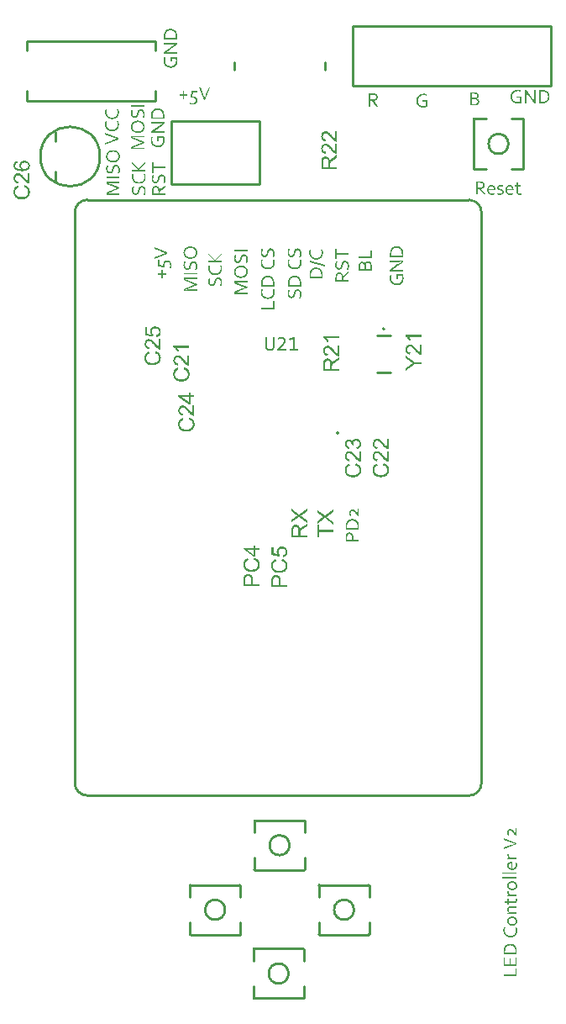
<source format=gbr>
%TF.GenerationSoftware,Altium Limited,Altium Designer,24.0.1 (36)*%
G04 Layer_Color=65535*
%FSLAX45Y45*%
%MOMM*%
%TF.SameCoordinates,EF88BD92-104B-4C59-846E-D9FF23BA8C3F*%
%TF.FilePolarity,Positive*%
%TF.FileFunction,Legend,Top*%
%TF.Part,Single*%
G01*
G75*
%TA.AperFunction,NonConductor*%
%ADD34C,0.25400*%
%ADD35C,0.20000*%
G36*
X5392455Y1793586D02*
X5382273D01*
Y1793817D01*
X5381810Y1794049D01*
X5381348Y1794743D01*
X5380885Y1795668D01*
X5379265Y1797751D01*
X5377183Y1800528D01*
X5374637Y1803767D01*
X5372092Y1807470D01*
X5366538Y1814874D01*
X5366307Y1815337D01*
X5365381Y1816494D01*
X5363762Y1818345D01*
X5361911Y1820659D01*
X5359828Y1823204D01*
X5357514Y1825981D01*
X5354969Y1828758D01*
X5352423Y1831535D01*
X5352192Y1831766D01*
X5351266Y1832692D01*
X5349878Y1834080D01*
X5348258Y1835700D01*
X5346176Y1837319D01*
X5343862Y1839171D01*
X5341548Y1841022D01*
X5339234Y1842641D01*
X5339003Y1842873D01*
X5338077Y1843336D01*
X5336920Y1844030D01*
X5335069Y1844724D01*
X5333218Y1845418D01*
X5331135Y1846112D01*
X5328590Y1846575D01*
X5326276Y1846807D01*
X5325813D01*
X5324887D01*
X5323268Y1846575D01*
X5321185Y1846112D01*
X5319103Y1845418D01*
X5316789Y1844261D01*
X5314706Y1842873D01*
X5312855Y1841022D01*
X5312624Y1840790D01*
X5312161Y1840096D01*
X5311467Y1838708D01*
X5310541Y1836857D01*
X5309615Y1834774D01*
X5308921Y1831997D01*
X5308459Y1828758D01*
X5308227Y1825056D01*
Y1823667D01*
X5308459Y1822279D01*
X5308690Y1820196D01*
X5308921Y1817882D01*
X5309384Y1815337D01*
X5310772Y1809784D01*
Y1809552D01*
X5311235Y1808627D01*
X5311698Y1807007D01*
X5312161Y1805156D01*
X5313086Y1802842D01*
X5314012Y1800296D01*
X5316326Y1794743D01*
X5303368D01*
X5303136Y1794974D01*
X5302905Y1795668D01*
X5302211Y1797057D01*
X5301517Y1798677D01*
X5300591Y1800528D01*
X5299666Y1802842D01*
X5298509Y1805618D01*
X5297583Y1808627D01*
X5297352Y1809089D01*
X5297120Y1810015D01*
X5296657Y1811866D01*
X5296195Y1814180D01*
X5295732Y1816957D01*
X5295500Y1819965D01*
X5295038Y1823436D01*
Y1829915D01*
X5295269Y1831997D01*
X5295500Y1834080D01*
X5295963Y1836625D01*
X5297120Y1841485D01*
Y1841716D01*
X5297583Y1842641D01*
X5298046Y1843798D01*
X5298740Y1845418D01*
X5300591Y1849121D01*
X5303136Y1852823D01*
X5303368Y1853054D01*
X5303831Y1853517D01*
X5304525Y1854443D01*
X5305682Y1855600D01*
X5307070Y1856757D01*
X5308690Y1857913D01*
X5310541Y1859070D01*
X5312624Y1860227D01*
X5312855Y1860459D01*
X5313549Y1860690D01*
X5314706Y1861153D01*
X5316326Y1861616D01*
X5318177Y1862079D01*
X5320491Y1862541D01*
X5322805Y1863004D01*
X5325582D01*
X5325813D01*
X5326970D01*
X5328358Y1862773D01*
X5330441Y1862541D01*
X5332755Y1862079D01*
X5335069Y1861616D01*
X5337846Y1860690D01*
X5340391Y1859533D01*
X5340622Y1859302D01*
X5341548Y1858839D01*
X5342936Y1858145D01*
X5344556Y1856988D01*
X5346407Y1855600D01*
X5348721Y1853980D01*
X5351035Y1852129D01*
X5353349Y1850046D01*
X5353580Y1849815D01*
X5354506Y1849121D01*
X5355663Y1847732D01*
X5357283Y1846112D01*
X5359134Y1844030D01*
X5361216Y1841716D01*
X5363530Y1839171D01*
X5365844Y1836162D01*
X5366076Y1835700D01*
X5366770Y1834774D01*
X5368158Y1833154D01*
X5369547Y1831072D01*
X5371629Y1828526D01*
X5373712Y1825518D01*
X5376026Y1822510D01*
X5378340Y1819039D01*
X5378802D01*
Y1819502D01*
X5378571Y1820890D01*
Y1823204D01*
X5378340Y1825981D01*
Y1828989D01*
X5378108Y1832460D01*
Y1871103D01*
X5392455D01*
Y1793586D01*
D02*
G37*
G36*
Y1722779D02*
Y1708664D01*
X5258709Y1657989D01*
Y1674187D01*
X5327664Y1699871D01*
X5327896D01*
X5328590Y1700334D01*
X5329747Y1700797D01*
X5331367Y1701260D01*
X5333449Y1701954D01*
X5335763Y1702879D01*
X5338540Y1703805D01*
X5341548Y1704962D01*
X5344787Y1706119D01*
X5348258Y1707276D01*
X5355663Y1710053D01*
X5363530Y1712829D01*
X5371860Y1715606D01*
Y1716069D01*
X5371629D01*
X5370935Y1716300D01*
X5369778Y1716763D01*
X5368158Y1717226D01*
X5366076Y1717920D01*
X5363762Y1718846D01*
X5360985Y1719771D01*
X5357977Y1720697D01*
X5354969Y1721854D01*
X5351498Y1723011D01*
X5343862Y1725556D01*
X5335994Y1728564D01*
X5327664Y1731572D01*
X5258709Y1757488D01*
Y1773686D01*
X5392455Y1722779D01*
D02*
G37*
G36*
X5310078Y1608471D02*
X5310310Y1607082D01*
Y1605463D01*
X5310541Y1603611D01*
X5311235Y1599678D01*
Y1599446D01*
X5311467Y1598752D01*
X5311698Y1597827D01*
X5311929Y1596438D01*
X5312855Y1593199D01*
X5314243Y1589728D01*
Y1589496D01*
X5314706Y1589034D01*
X5315169Y1588108D01*
X5315632Y1586951D01*
X5317251Y1584174D01*
X5319334Y1581166D01*
X5319565Y1580935D01*
X5319797Y1580472D01*
X5320491Y1579778D01*
X5321417Y1579084D01*
X5323499Y1577001D01*
X5326276Y1575150D01*
X5392455D01*
Y1559647D01*
X5297352D01*
Y1571448D01*
X5312624Y1574456D01*
Y1574919D01*
X5312392D01*
X5311929Y1575381D01*
X5311235Y1575844D01*
X5310310Y1576538D01*
X5308227Y1578158D01*
X5305913Y1580472D01*
X5305682Y1580703D01*
X5305450Y1581166D01*
X5304756Y1581860D01*
X5304062Y1582786D01*
X5302211Y1585100D01*
X5300360Y1588108D01*
X5300128Y1588339D01*
X5299897Y1588802D01*
X5299434Y1589728D01*
X5298971Y1590885D01*
X5297583Y1593662D01*
X5296426Y1597132D01*
Y1597364D01*
X5296195Y1598058D01*
X5295963Y1598984D01*
X5295732Y1600372D01*
X5295500Y1601992D01*
X5295269Y1603843D01*
X5295038Y1607777D01*
Y1608471D01*
X5295269Y1609628D01*
Y1611710D01*
X5310078D01*
Y1608471D01*
D02*
G37*
G36*
X5348027Y1467552D02*
X5348490D01*
X5349647D01*
X5351266Y1467783D01*
X5353349Y1468015D01*
X5355894Y1468246D01*
X5358671Y1468709D01*
X5361216Y1469403D01*
X5363762Y1470329D01*
X5363993Y1470560D01*
X5364687Y1470791D01*
X5365844Y1471485D01*
X5367464Y1472411D01*
X5370704Y1474725D01*
X5374174Y1477733D01*
X5374406Y1477965D01*
X5374869Y1478659D01*
X5375563Y1479584D01*
X5376257Y1480973D01*
X5377414Y1482592D01*
X5378340Y1484444D01*
X5379959Y1488840D01*
Y1489071D01*
X5380191Y1489997D01*
X5380422Y1491385D01*
X5380653Y1493005D01*
X5381116Y1495088D01*
X5381348Y1497402D01*
X5381579Y1502724D01*
Y1505500D01*
X5381348Y1507352D01*
Y1509434D01*
X5381116Y1511748D01*
X5380422Y1516607D01*
Y1516839D01*
X5380191Y1517764D01*
X5379959Y1518921D01*
X5379496Y1520772D01*
X5379034Y1522624D01*
X5378571Y1524706D01*
X5376951Y1529565D01*
X5389678D01*
Y1529334D01*
X5390141Y1528640D01*
X5390603Y1527483D01*
X5391066Y1526094D01*
X5391760Y1524012D01*
X5392455Y1521929D01*
X5393149Y1519615D01*
X5393612Y1516839D01*
Y1516607D01*
X5393843Y1515450D01*
X5394074Y1514062D01*
X5394306Y1511979D01*
X5394537Y1509666D01*
X5394768Y1506889D01*
X5395000Y1504112D01*
Y1499021D01*
X5394768Y1497170D01*
Y1494625D01*
X5394306Y1491617D01*
X5393843Y1488377D01*
X5393380Y1484906D01*
X5392455Y1481435D01*
X5392223Y1480973D01*
X5391992Y1480047D01*
X5391298Y1478427D01*
X5390372Y1476345D01*
X5389215Y1473799D01*
X5387827Y1471254D01*
X5386207Y1468709D01*
X5384124Y1466163D01*
X5383893Y1465932D01*
X5382967Y1465006D01*
X5381810Y1463849D01*
X5379959Y1462461D01*
X5377877Y1460841D01*
X5375331Y1459222D01*
X5372323Y1457602D01*
X5369084Y1455982D01*
X5368621Y1455751D01*
X5367464Y1455519D01*
X5365381Y1454825D01*
X5362605Y1454131D01*
X5359365Y1453437D01*
X5355432Y1452974D01*
X5351266Y1452511D01*
X5346407Y1452280D01*
X5346176D01*
X5345713D01*
X5345250D01*
X5344325D01*
X5341779Y1452511D01*
X5338771Y1452743D01*
X5335300Y1453205D01*
X5331367Y1453668D01*
X5327664Y1454594D01*
X5323962Y1455751D01*
X5323499Y1455982D01*
X5322342Y1456445D01*
X5320491Y1457139D01*
X5318408Y1458296D01*
X5315863Y1459684D01*
X5313086Y1461304D01*
X5310541Y1463155D01*
X5307996Y1465238D01*
X5307764Y1465469D01*
X5306839Y1466395D01*
X5305682Y1467552D01*
X5304293Y1469172D01*
X5302674Y1471254D01*
X5301054Y1473568D01*
X5299666Y1476345D01*
X5298277Y1479122D01*
X5298046Y1479584D01*
X5297814Y1480510D01*
X5297352Y1482130D01*
X5296657Y1484212D01*
X5295963Y1486526D01*
X5295500Y1489303D01*
X5295269Y1492311D01*
X5295038Y1495319D01*
Y1496707D01*
X5295269Y1498327D01*
Y1500178D01*
X5295732Y1502492D01*
X5296195Y1505038D01*
X5296889Y1507814D01*
X5297814Y1510360D01*
Y1510591D01*
X5298277Y1511517D01*
X5298971Y1512905D01*
X5299897Y1514525D01*
X5301054Y1516376D01*
X5302442Y1518458D01*
X5304062Y1520310D01*
X5306145Y1522392D01*
X5306376Y1522624D01*
X5307070Y1523318D01*
X5308459Y1524243D01*
X5310078Y1525400D01*
X5312161Y1526557D01*
X5314706Y1527946D01*
X5317483Y1529103D01*
X5320722Y1530260D01*
X5321185Y1530491D01*
X5322342Y1530722D01*
X5324193Y1531185D01*
X5326739Y1531879D01*
X5329978Y1532342D01*
X5333680Y1532805D01*
X5337614Y1533036D01*
X5342242Y1533268D01*
X5342473D01*
X5342936D01*
X5344325D01*
X5344556D01*
X5345019D01*
X5346176D01*
X5348027D01*
Y1467552D01*
D02*
G37*
G36*
X5392455Y1411323D02*
X5247602D01*
Y1426826D01*
X5392455D01*
Y1411323D01*
D02*
G37*
G36*
Y1363887D02*
X5247602D01*
Y1379391D01*
X5392455D01*
Y1363887D01*
D02*
G37*
G36*
X5349184Y1338203D02*
X5351961Y1337971D01*
X5355200Y1337740D01*
X5358440Y1337046D01*
X5362142Y1336351D01*
X5365613Y1335194D01*
X5366076Y1334963D01*
X5367233Y1334500D01*
X5368852Y1333806D01*
X5370935Y1332880D01*
X5373480Y1331492D01*
X5376257Y1329872D01*
X5378802Y1328021D01*
X5381348Y1325939D01*
X5381579Y1325707D01*
X5382505Y1325013D01*
X5383662Y1323625D01*
X5385050Y1322005D01*
X5386670Y1319922D01*
X5388289Y1317608D01*
X5389909Y1314832D01*
X5391529Y1311824D01*
X5391760Y1311361D01*
X5391992Y1310435D01*
X5392686Y1308584D01*
X5393149Y1306502D01*
X5393843Y1303725D01*
X5394537Y1300485D01*
X5394768Y1297014D01*
X5395000Y1293312D01*
Y1291461D01*
X5394768Y1289610D01*
X5394537Y1287064D01*
X5394074Y1284056D01*
X5393612Y1280817D01*
X5392686Y1277577D01*
X5391529Y1274338D01*
X5391298Y1273875D01*
X5390835Y1272949D01*
X5389909Y1271330D01*
X5388752Y1269479D01*
X5387364Y1267165D01*
X5385744Y1264851D01*
X5383662Y1262305D01*
X5381348Y1259991D01*
X5381116Y1259760D01*
X5380191Y1259066D01*
X5378802Y1257909D01*
X5376951Y1256752D01*
X5374637Y1255364D01*
X5371860Y1253744D01*
X5368852Y1252355D01*
X5365613Y1251198D01*
X5365150Y1250967D01*
X5363993Y1250736D01*
X5362142Y1250273D01*
X5359597Y1249810D01*
X5356588Y1249116D01*
X5353118Y1248653D01*
X5349415Y1248422D01*
X5345250Y1248190D01*
X5345019D01*
X5344787D01*
X5343399D01*
X5341085Y1248422D01*
X5338540Y1248653D01*
X5335300Y1248884D01*
X5331829Y1249579D01*
X5328358Y1250273D01*
X5324887Y1251198D01*
X5324425Y1251430D01*
X5323268Y1251893D01*
X5321648Y1252587D01*
X5319334Y1253512D01*
X5317020Y1254901D01*
X5314243Y1256289D01*
X5311698Y1258140D01*
X5309153Y1260223D01*
X5308921Y1260454D01*
X5307996Y1261380D01*
X5306839Y1262537D01*
X5305219Y1264388D01*
X5303599Y1266470D01*
X5301979Y1268784D01*
X5300128Y1271561D01*
X5298740Y1274569D01*
X5298509Y1275032D01*
X5298046Y1275958D01*
X5297583Y1277809D01*
X5296889Y1280123D01*
X5296195Y1282899D01*
X5295500Y1285908D01*
X5295269Y1289610D01*
X5295038Y1293312D01*
Y1295163D01*
X5295269Y1297014D01*
X5295500Y1299560D01*
X5295963Y1302568D01*
X5296657Y1305576D01*
X5297583Y1308816D01*
X5298740Y1312055D01*
X5298971Y1312518D01*
X5299434Y1313443D01*
X5300360Y1315063D01*
X5301517Y1317146D01*
X5302905Y1319228D01*
X5304756Y1321774D01*
X5306839Y1324088D01*
X5309153Y1326401D01*
X5309384Y1326633D01*
X5310310Y1327327D01*
X5311698Y1328484D01*
X5313549Y1329641D01*
X5315863Y1331029D01*
X5318408Y1332649D01*
X5321648Y1334037D01*
X5324887Y1335194D01*
X5325350Y1335426D01*
X5326507Y1335657D01*
X5328358Y1336120D01*
X5330904Y1336814D01*
X5333912Y1337508D01*
X5337383Y1337971D01*
X5341085Y1338203D01*
X5345250Y1338434D01*
X5345482D01*
X5345713D01*
X5347101D01*
X5349184Y1338203D01*
D02*
G37*
G36*
X5310078Y1234075D02*
X5310310Y1232687D01*
Y1231067D01*
X5310541Y1229216D01*
X5311235Y1225282D01*
Y1225051D01*
X5311467Y1224357D01*
X5311698Y1223431D01*
X5311929Y1222043D01*
X5312855Y1218803D01*
X5314243Y1215332D01*
Y1215101D01*
X5314706Y1214638D01*
X5315169Y1213713D01*
X5315632Y1212556D01*
X5317251Y1209779D01*
X5319334Y1206771D01*
X5319565Y1206539D01*
X5319797Y1206077D01*
X5320491Y1205382D01*
X5321417Y1204688D01*
X5323499Y1202606D01*
X5326276Y1200755D01*
X5392455D01*
Y1185251D01*
X5297352D01*
Y1197052D01*
X5312624Y1200060D01*
Y1200523D01*
X5312392D01*
X5311929Y1200986D01*
X5311235Y1201449D01*
X5310310Y1202143D01*
X5308227Y1203763D01*
X5305913Y1206077D01*
X5305682Y1206308D01*
X5305450Y1206771D01*
X5304756Y1207465D01*
X5304062Y1208391D01*
X5302211Y1210704D01*
X5300360Y1213713D01*
X5300128Y1213944D01*
X5299897Y1214407D01*
X5299434Y1215332D01*
X5298971Y1216489D01*
X5297583Y1219266D01*
X5296426Y1222737D01*
Y1222968D01*
X5296195Y1223663D01*
X5295963Y1224588D01*
X5295732Y1225976D01*
X5295500Y1227596D01*
X5295269Y1229447D01*
X5295038Y1233381D01*
Y1234075D01*
X5295269Y1235232D01*
Y1237315D01*
X5310078D01*
Y1234075D01*
D02*
G37*
G36*
X5392686Y1163963D02*
X5393149Y1162806D01*
X5393612Y1160955D01*
X5394074Y1158178D01*
Y1157484D01*
X5394306Y1156558D01*
X5394537Y1155401D01*
Y1154013D01*
X5394768Y1152393D01*
X5395000Y1148459D01*
Y1145683D01*
X5394768Y1144063D01*
X5394537Y1141980D01*
X5394306Y1139667D01*
X5393149Y1135270D01*
Y1135039D01*
X5392686Y1134344D01*
X5392455Y1133419D01*
X5391760Y1132262D01*
X5390141Y1129254D01*
X5388058Y1126246D01*
X5387827Y1126014D01*
X5387364Y1125551D01*
X5386670Y1125089D01*
X5385744Y1124163D01*
X5382967Y1122312D01*
X5379728Y1120692D01*
X5379496D01*
X5378802Y1120461D01*
X5377877Y1120229D01*
X5376488Y1119998D01*
X5374869Y1119535D01*
X5372786Y1119304D01*
X5368621Y1119072D01*
X5310541D01*
Y1100561D01*
X5297352D01*
Y1119072D01*
X5271435D01*
Y1134576D01*
X5297352D01*
Y1162806D01*
X5310541D01*
Y1134576D01*
X5366307D01*
X5366538D01*
X5366770D01*
X5368390Y1134807D01*
X5370241Y1135039D01*
X5372555Y1135501D01*
X5372786D01*
X5373017Y1135733D01*
X5374174Y1136196D01*
X5375794Y1137121D01*
X5377414Y1138278D01*
X5377645Y1138741D01*
X5378571Y1139667D01*
X5379728Y1141518D01*
X5380653Y1143600D01*
Y1143832D01*
X5380885Y1144294D01*
Y1144989D01*
X5381116Y1145914D01*
X5381348Y1148228D01*
X5381579Y1151468D01*
Y1153319D01*
X5381348Y1155401D01*
X5381116Y1157947D01*
Y1158641D01*
X5380885Y1160029D01*
X5380422Y1162112D01*
X5379959Y1164194D01*
X5392686D01*
Y1163963D01*
D02*
G37*
G36*
X5392455Y1068629D02*
X5331367D01*
X5331135D01*
X5330904D01*
X5329284D01*
X5327201Y1068397D01*
X5324656Y1067934D01*
X5321648Y1067472D01*
X5318871Y1066546D01*
X5316095Y1065389D01*
X5313781Y1063769D01*
X5313549Y1063538D01*
X5312855Y1062844D01*
X5311929Y1061687D01*
X5311004Y1060298D01*
X5310078Y1058216D01*
X5309153Y1055902D01*
X5308459Y1053125D01*
X5308227Y1049886D01*
Y1048497D01*
X5308459Y1047109D01*
X5308690Y1045026D01*
X5309384Y1042712D01*
X5310078Y1039936D01*
X5311235Y1037159D01*
X5312855Y1034382D01*
X5313086Y1034151D01*
X5313549Y1033225D01*
X5314706Y1031837D01*
X5316095Y1029986D01*
X5317714Y1028135D01*
X5319797Y1025821D01*
X5322111Y1023738D01*
X5324887Y1021656D01*
X5392455D01*
Y1006152D01*
X5297352D01*
Y1017953D01*
X5310772Y1020961D01*
Y1021424D01*
X5310541Y1021656D01*
X5310078Y1021887D01*
X5308690Y1023044D01*
X5306607Y1024895D01*
X5304525Y1026978D01*
X5304293Y1027209D01*
X5304062Y1027440D01*
X5303599Y1028135D01*
X5302905Y1029060D01*
X5301285Y1031374D01*
X5299666Y1034151D01*
Y1034382D01*
X5299203Y1034845D01*
X5298971Y1035539D01*
X5298509Y1036696D01*
X5297352Y1039473D01*
X5296426Y1042712D01*
Y1042944D01*
X5296195Y1043638D01*
X5295963Y1044564D01*
X5295732Y1045721D01*
X5295500Y1047340D01*
X5295269Y1048960D01*
X5295038Y1052894D01*
Y1055208D01*
X5295269Y1056827D01*
X5295500Y1058679D01*
X5295732Y1060761D01*
X5296889Y1064926D01*
Y1065158D01*
X5297120Y1065852D01*
X5297583Y1067009D01*
X5298277Y1068397D01*
X5300128Y1071637D01*
X5302905Y1074876D01*
X5303136Y1075108D01*
X5303599Y1075570D01*
X5304525Y1076265D01*
X5305682Y1077190D01*
X5307070Y1078347D01*
X5308921Y1079504D01*
X5311004Y1080661D01*
X5313318Y1081587D01*
X5313549Y1081818D01*
X5314475Y1082049D01*
X5315863Y1082512D01*
X5317714Y1082975D01*
X5319797Y1083438D01*
X5322574Y1083669D01*
X5325582Y1084132D01*
X5329053D01*
X5392455D01*
Y1068629D01*
D02*
G37*
G36*
X5349184Y981393D02*
X5351961Y981162D01*
X5355200Y980930D01*
X5358440Y980236D01*
X5362142Y979542D01*
X5365613Y978385D01*
X5366076Y978153D01*
X5367233Y977691D01*
X5368852Y976997D01*
X5370935Y976071D01*
X5373480Y974683D01*
X5376257Y973063D01*
X5378802Y971212D01*
X5381348Y969129D01*
X5381579Y968898D01*
X5382505Y968204D01*
X5383662Y966815D01*
X5385050Y965195D01*
X5386670Y963113D01*
X5388289Y960799D01*
X5389909Y958022D01*
X5391529Y955014D01*
X5391760Y954551D01*
X5391992Y953626D01*
X5392686Y951775D01*
X5393149Y949692D01*
X5393843Y946915D01*
X5394537Y943676D01*
X5394768Y940205D01*
X5395000Y936503D01*
Y934651D01*
X5394768Y932800D01*
X5394537Y930255D01*
X5394074Y927247D01*
X5393612Y924007D01*
X5392686Y920768D01*
X5391529Y917528D01*
X5391298Y917065D01*
X5390835Y916140D01*
X5389909Y914520D01*
X5388752Y912669D01*
X5387364Y910355D01*
X5385744Y908041D01*
X5383662Y905496D01*
X5381348Y903182D01*
X5381116Y902950D01*
X5380191Y902256D01*
X5378802Y901099D01*
X5376951Y899942D01*
X5374637Y898554D01*
X5371860Y896934D01*
X5368852Y895546D01*
X5365613Y894389D01*
X5365150Y894157D01*
X5363993Y893926D01*
X5362142Y893463D01*
X5359597Y893000D01*
X5356588Y892306D01*
X5353118Y891844D01*
X5349415Y891612D01*
X5345250Y891381D01*
X5345019D01*
X5344787D01*
X5343399D01*
X5341085Y891612D01*
X5338540Y891844D01*
X5335300Y892075D01*
X5331829Y892769D01*
X5328358Y893463D01*
X5324887Y894389D01*
X5324425Y894620D01*
X5323268Y895083D01*
X5321648Y895777D01*
X5319334Y896703D01*
X5317020Y898091D01*
X5314243Y899480D01*
X5311698Y901331D01*
X5309153Y903413D01*
X5308921Y903645D01*
X5307996Y904570D01*
X5306839Y905727D01*
X5305219Y907578D01*
X5303599Y909661D01*
X5301979Y911975D01*
X5300128Y914752D01*
X5298740Y917760D01*
X5298509Y918222D01*
X5298046Y919148D01*
X5297583Y920999D01*
X5296889Y923313D01*
X5296195Y926090D01*
X5295500Y929098D01*
X5295269Y932800D01*
X5295038Y936503D01*
Y938354D01*
X5295269Y940205D01*
X5295500Y942750D01*
X5295963Y945758D01*
X5296657Y948766D01*
X5297583Y952006D01*
X5298740Y955245D01*
X5298971Y955708D01*
X5299434Y956634D01*
X5300360Y958254D01*
X5301517Y960336D01*
X5302905Y962419D01*
X5304756Y964964D01*
X5306839Y967278D01*
X5309153Y969592D01*
X5309384Y969823D01*
X5310310Y970517D01*
X5311698Y971674D01*
X5313549Y972831D01*
X5315863Y974220D01*
X5318408Y975840D01*
X5321648Y977228D01*
X5324887Y978385D01*
X5325350Y978616D01*
X5326507Y978848D01*
X5328358Y979310D01*
X5330904Y980005D01*
X5333912Y980699D01*
X5337383Y981162D01*
X5341085Y981393D01*
X5345250Y981624D01*
X5345482D01*
X5345713D01*
X5347101D01*
X5349184Y981393D01*
D02*
G37*
G36*
X5390372Y871481D02*
X5390603Y870555D01*
X5391066Y869398D01*
X5391529Y867779D01*
X5391992Y865696D01*
X5392686Y863382D01*
X5393149Y860605D01*
X5393612Y857829D01*
Y857597D01*
X5393843Y856440D01*
X5394074Y855052D01*
X5394306Y852969D01*
X5394537Y850655D01*
X5394768Y847879D01*
X5395000Y841862D01*
Y839086D01*
X5394768Y837697D01*
Y835846D01*
X5394306Y831912D01*
X5393843Y827285D01*
X5393149Y822425D01*
X5391992Y817335D01*
X5390372Y812244D01*
Y812013D01*
X5390141Y811781D01*
X5389909Y811087D01*
X5389446Y810161D01*
X5388521Y807848D01*
X5386901Y804839D01*
X5385050Y801368D01*
X5382736Y797898D01*
X5380191Y794195D01*
X5377183Y790724D01*
X5376720Y790262D01*
X5375563Y789336D01*
X5373712Y787716D01*
X5371166Y785865D01*
X5368158Y783551D01*
X5364456Y781469D01*
X5360291Y779386D01*
X5355894Y777535D01*
X5355663D01*
X5355432Y777303D01*
X5354737Y777072D01*
X5353580Y776841D01*
X5352423Y776609D01*
X5351035Y776147D01*
X5347564Y775452D01*
X5343399Y774527D01*
X5338540Y773833D01*
X5333218Y773370D01*
X5327433Y773138D01*
X5327201D01*
X5326739D01*
X5325813D01*
X5324656D01*
X5323268Y773370D01*
X5321648D01*
X5317946Y773833D01*
X5313549Y774295D01*
X5308690Y774990D01*
X5303599Y776147D01*
X5298740Y777766D01*
X5298509D01*
X5298046Y777998D01*
X5297352Y778229D01*
X5296426Y778692D01*
X5294112Y779617D01*
X5290873Y781237D01*
X5287402Y783088D01*
X5283699Y785402D01*
X5279997Y788179D01*
X5276295Y791419D01*
X5275832Y791881D01*
X5274675Y793038D01*
X5273055Y794889D01*
X5270973Y797435D01*
X5268427Y800674D01*
X5266113Y804377D01*
X5263568Y808542D01*
X5261486Y813170D01*
Y813401D01*
X5261254Y813864D01*
X5261023Y814558D01*
X5260560Y815484D01*
X5260329Y816640D01*
X5259866Y818029D01*
X5258709Y821500D01*
X5257783Y825665D01*
X5257089Y830524D01*
X5256395Y835846D01*
X5256163Y841631D01*
Y844176D01*
X5256395Y846953D01*
X5256626Y849961D01*
Y850655D01*
X5256858Y851581D01*
Y852507D01*
X5257320Y855052D01*
X5257783Y857829D01*
Y858523D01*
X5258015Y859217D01*
Y860143D01*
X5258477Y862225D01*
X5259172Y864770D01*
Y865002D01*
X5259403Y865233D01*
X5259634Y866622D01*
X5260329Y868473D01*
X5261023Y870324D01*
X5275369D01*
Y870092D01*
X5275138Y869167D01*
X5274675Y868010D01*
X5274212Y866390D01*
X5273749Y864308D01*
X5273287Y861994D01*
X5272130Y856903D01*
Y856672D01*
X5271898Y855746D01*
X5271667Y854358D01*
X5271435Y852507D01*
X5271204Y850193D01*
X5270973Y847879D01*
X5270741Y842557D01*
Y840705D01*
X5270973Y838392D01*
X5271204Y835615D01*
X5271667Y832375D01*
X5272361Y828904D01*
X5273287Y825202D01*
X5274444Y821500D01*
X5274675Y821037D01*
X5275138Y819880D01*
X5275832Y818029D01*
X5276989Y815715D01*
X5278609Y813170D01*
X5280460Y810393D01*
X5282542Y807385D01*
X5285088Y804608D01*
X5285319Y804377D01*
X5286245Y803451D01*
X5287864Y802063D01*
X5289947Y800443D01*
X5292261Y798592D01*
X5295269Y796741D01*
X5298740Y794889D01*
X5302442Y793270D01*
X5302905Y793038D01*
X5304293Y792576D01*
X5306376Y792113D01*
X5309384Y791419D01*
X5312855Y790493D01*
X5317020Y790030D01*
X5321648Y789567D01*
X5326739Y789336D01*
X5326970D01*
X5327433D01*
X5328127D01*
X5329053D01*
X5331598Y789567D01*
X5334837Y789799D01*
X5338771Y790262D01*
X5342705Y790956D01*
X5346870Y791881D01*
X5350804Y793038D01*
X5351266Y793270D01*
X5352423Y793732D01*
X5354275Y794658D01*
X5356588Y795815D01*
X5359134Y797435D01*
X5361911Y799286D01*
X5364919Y801368D01*
X5367464Y803914D01*
X5367695Y804145D01*
X5368621Y805302D01*
X5369778Y806691D01*
X5371166Y808773D01*
X5372786Y811318D01*
X5374406Y814095D01*
X5376026Y817566D01*
X5377414Y821037D01*
Y821268D01*
X5377645Y821500D01*
X5377877Y822888D01*
X5378340Y824739D01*
X5378802Y827516D01*
X5379496Y830756D01*
X5379959Y834689D01*
X5380191Y838854D01*
X5380422Y843251D01*
Y847647D01*
X5380191Y850193D01*
Y850887D01*
X5379959Y851581D01*
Y852738D01*
X5379728Y855052D01*
X5379265Y857829D01*
Y858060D01*
X5379034Y858523D01*
Y859217D01*
X5378802Y860143D01*
X5378340Y862456D01*
X5377877Y865002D01*
Y865233D01*
X5377645Y865696D01*
X5377414Y866390D01*
X5377183Y867316D01*
X5376488Y869398D01*
X5375794Y871712D01*
X5390372D01*
Y871481D01*
D02*
G37*
G36*
X5329284Y707885D02*
X5332292Y707654D01*
X5335532Y707423D01*
X5339234Y706960D01*
X5343168Y706034D01*
X5347101Y705109D01*
X5347564Y704877D01*
X5348721Y704646D01*
X5350804Y703952D01*
X5353118Y702795D01*
X5356126Y701638D01*
X5359134Y700249D01*
X5362373Y698398D01*
X5365613Y696316D01*
X5366076Y696084D01*
X5367001Y695390D01*
X5368621Y694002D01*
X5370472Y692382D01*
X5372786Y690299D01*
X5375100Y687754D01*
X5377645Y684977D01*
X5379959Y681738D01*
X5380191Y681275D01*
X5380885Y680118D01*
X5382042Y678267D01*
X5383430Y675953D01*
X5384819Y672945D01*
X5386438Y669243D01*
X5387827Y665309D01*
X5389215Y661144D01*
Y660912D01*
X5389446Y659987D01*
X5389909Y658598D01*
X5390141Y656747D01*
X5390603Y654665D01*
X5391066Y652119D01*
X5391529Y649574D01*
X5391760Y646566D01*
Y645178D01*
X5391992Y643789D01*
Y641707D01*
X5392223Y639161D01*
Y636385D01*
X5392455Y633145D01*
Y599593D01*
X5258709D01*
Y635690D01*
X5258940Y638236D01*
X5259172Y641012D01*
X5259634Y647029D01*
Y647491D01*
X5259866Y648417D01*
Y649805D01*
X5260097Y651888D01*
X5260560Y653970D01*
X5261023Y656516D01*
X5262180Y661606D01*
Y661838D01*
X5262411Y662069D01*
X5262874Y663458D01*
X5263568Y665772D01*
X5264494Y668548D01*
X5265882Y671556D01*
X5267502Y675027D01*
X5269353Y678498D01*
X5271435Y681969D01*
X5271667Y682432D01*
X5272361Y683358D01*
X5273749Y684977D01*
X5275369Y687060D01*
X5277452Y689374D01*
X5279766Y691919D01*
X5282311Y694233D01*
X5285319Y696547D01*
X5285782Y696778D01*
X5286707Y697473D01*
X5288327Y698630D01*
X5290641Y699787D01*
X5293418Y701175D01*
X5296426Y702563D01*
X5299897Y703952D01*
X5303599Y705109D01*
X5304062Y705340D01*
X5305219Y705571D01*
X5307302Y706034D01*
X5310078Y706728D01*
X5313318Y707191D01*
X5316789Y707654D01*
X5320954Y707885D01*
X5325119Y708117D01*
X5325350D01*
X5325582D01*
X5326276D01*
X5326970D01*
X5329284Y707885D01*
D02*
G37*
G36*
X5392455Y486673D02*
X5258709D01*
Y567661D01*
X5273518D01*
Y502870D01*
X5316557D01*
Y560487D01*
X5331367D01*
Y502870D01*
X5377645D01*
Y571363D01*
X5392455D01*
Y486673D01*
D02*
G37*
G36*
Y380000D02*
X5258709D01*
Y396198D01*
X5377645D01*
Y461451D01*
X5392455D01*
Y380000D01*
D02*
G37*
G36*
X3026779Y4708642D02*
X3028630Y4708410D01*
X3030713Y4708179D01*
X3033258Y4707716D01*
X3035804Y4707253D01*
X3041820Y4705865D01*
X3048068Y4703551D01*
X3051307Y4702163D01*
X3054315Y4700312D01*
X3057555Y4698461D01*
X3060563Y4696147D01*
X3060794Y4695915D01*
X3061488Y4695452D01*
X3062414Y4694527D01*
X3063571Y4693370D01*
X3064959Y4691750D01*
X3066810Y4689899D01*
X3068430Y4687585D01*
X3070281Y4685040D01*
X3072133Y4682263D01*
X3073752Y4679023D01*
X3075372Y4675552D01*
X3076992Y4671850D01*
X3078149Y4667916D01*
X3079074Y4663520D01*
X3079769Y4658892D01*
X3080000Y4654033D01*
Y4651950D01*
X3079769Y4650331D01*
X3079537Y4648479D01*
X3079306Y4646397D01*
X3079074Y4643852D01*
X3078380Y4641306D01*
X3076992Y4635521D01*
X3074909Y4629736D01*
X3073521Y4626728D01*
X3071901Y4623720D01*
X3070050Y4620944D01*
X3067967Y4618167D01*
X3067736Y4617935D01*
X3067505Y4617473D01*
X3066579Y4617010D01*
X3065654Y4616084D01*
X3064497Y4614927D01*
X3063108Y4613770D01*
X3061257Y4612382D01*
X3059174Y4611225D01*
X3057092Y4609837D01*
X3054547Y4608448D01*
X3048993Y4605903D01*
X3042514Y4603820D01*
X3039043Y4603126D01*
X3035341Y4602663D01*
X3033721Y4623257D01*
X3033953D01*
X3034415D01*
X3035110Y4623489D01*
X3036266Y4623720D01*
X3038812Y4624414D01*
X3042283Y4625340D01*
X3045754Y4626728D01*
X3049687Y4628580D01*
X3053158Y4630893D01*
X3056398Y4633670D01*
X3056629Y4634133D01*
X3057555Y4635059D01*
X3058712Y4636910D01*
X3060100Y4639455D01*
X3061488Y4642232D01*
X3062645Y4645703D01*
X3063571Y4649636D01*
X3063802Y4654033D01*
Y4655421D01*
X3063571Y4656347D01*
X3063340Y4659124D01*
X3062414Y4662363D01*
X3061257Y4666297D01*
X3059406Y4670230D01*
X3056629Y4674396D01*
X3055009Y4676247D01*
X3053158Y4678098D01*
X3052927Y4678329D01*
X3052695Y4678561D01*
X3052001Y4679023D01*
X3051307Y4679718D01*
X3048762Y4681337D01*
X3045522Y4683188D01*
X3041589Y4684808D01*
X3036729Y4686428D01*
X3030944Y4687585D01*
X3027936Y4688048D01*
X3024697D01*
X3024465D01*
X3024003D01*
X3023077D01*
X3021920Y4687816D01*
X3020532D01*
X3018912Y4687585D01*
X3015210Y4686891D01*
X3010813Y4685734D01*
X3006417Y4684114D01*
X3002252Y4681800D01*
X2998318Y4678561D01*
X2998086D01*
X2997855Y4678098D01*
X2996698Y4676941D01*
X2995078Y4674858D01*
X2993227Y4672082D01*
X2991607Y4668379D01*
X2989988Y4664214D01*
X2988831Y4659355D01*
X2988368Y4656578D01*
Y4652182D01*
X2988599Y4650331D01*
X2988831Y4648017D01*
X2989525Y4645240D01*
X2990219Y4642463D01*
X2991376Y4639455D01*
X2992764Y4636447D01*
X2992996Y4636216D01*
X2993459Y4635290D01*
X2994616Y4633902D01*
X2995773Y4632050D01*
X2997392Y4630199D01*
X2999475Y4628348D01*
X3001557Y4626266D01*
X3004103Y4624646D01*
X3001557Y4606134D01*
X2919181Y4621638D01*
Y4701237D01*
X2937924D01*
Y4637141D01*
X2981195Y4628580D01*
X2980963Y4628811D01*
X2980732Y4629274D01*
X2980269Y4629968D01*
X2979575Y4631125D01*
X2978881Y4632513D01*
X2977955Y4634133D01*
X2976104Y4637835D01*
X2974253Y4642463D01*
X2972633Y4647554D01*
X2971476Y4653107D01*
X2971013Y4655884D01*
Y4660975D01*
X2971245Y4662363D01*
X2971476Y4664214D01*
X2971708Y4666297D01*
X2972170Y4668611D01*
X2972865Y4671156D01*
X2974484Y4676709D01*
X2975641Y4679718D01*
X2977261Y4682726D01*
X2978881Y4685734D01*
X2980732Y4688742D01*
X2983046Y4691519D01*
X2985591Y4694295D01*
X2985823Y4694527D01*
X2986285Y4694990D01*
X2986980Y4695684D01*
X2988137Y4696609D01*
X2989756Y4697766D01*
X2991376Y4698923D01*
X2993459Y4700312D01*
X2995773Y4701700D01*
X2998318Y4702857D01*
X3001095Y4704245D01*
X3004334Y4705402D01*
X3007574Y4706559D01*
X3011045Y4707485D01*
X3014978Y4708179D01*
X3018912Y4708642D01*
X3023077Y4708873D01*
X3023308D01*
X3024003D01*
X3025160D01*
X3026779Y4708642D01*
D02*
G37*
G36*
X3027705Y4584383D02*
X3029093Y4583920D01*
X3030944Y4583226D01*
X3033027Y4582532D01*
X3035572Y4581607D01*
X3038349Y4580450D01*
X3041357Y4579061D01*
X3047836Y4575822D01*
X3054315Y4571657D01*
X3057555Y4569111D01*
X3060794Y4566566D01*
X3063571Y4563789D01*
X3066348Y4560550D01*
X3066579Y4560318D01*
X3067042Y4559855D01*
X3067505Y4558699D01*
X3068430Y4557542D01*
X3069587Y4555690D01*
X3070744Y4553839D01*
X3071901Y4551294D01*
X3073058Y4548749D01*
X3074446Y4545740D01*
X3075603Y4542501D01*
X3076760Y4539030D01*
X3077917Y4535328D01*
X3078843Y4531394D01*
X3079306Y4527229D01*
X3079769Y4522832D01*
X3080000Y4518205D01*
Y4515659D01*
X3079769Y4513808D01*
Y4511726D01*
X3079537Y4509180D01*
X3079074Y4506403D01*
X3078612Y4503164D01*
X3077455Y4496454D01*
X3075603Y4489512D01*
X3073058Y4482570D01*
X3071438Y4479330D01*
X3069587Y4476091D01*
X3069356Y4475859D01*
X3069124Y4475397D01*
X3068430Y4474471D01*
X3067505Y4473546D01*
X3066579Y4472157D01*
X3065191Y4470537D01*
X3063571Y4468686D01*
X3061720Y4466835D01*
X3059637Y4464984D01*
X3057555Y4462901D01*
X3052233Y4458736D01*
X3045985Y4454803D01*
X3039043Y4451332D01*
X3038812D01*
X3038118Y4450869D01*
X3036961Y4450638D01*
X3035572Y4449943D01*
X3033721Y4449481D01*
X3031407Y4448786D01*
X3028862Y4447861D01*
X3026085Y4447167D01*
X3023077Y4446472D01*
X3019606Y4445547D01*
X3012433Y4444390D01*
X3004334Y4443464D01*
X2996004Y4443002D01*
X2995773D01*
X2994847D01*
X2993459D01*
X2991839Y4443233D01*
X2989525D01*
X2987211Y4443464D01*
X2984203Y4443696D01*
X2981195Y4444158D01*
X2974484Y4445315D01*
X2967080Y4446935D01*
X2959675Y4449249D01*
X2952502Y4452489D01*
X2952270Y4452720D01*
X2951576Y4452951D01*
X2950651Y4453414D01*
X2949494Y4454340D01*
X2947874Y4455265D01*
X2946023Y4456422D01*
X2941858Y4459431D01*
X2937230Y4463364D01*
X2932602Y4467992D01*
X2927974Y4473314D01*
X2924040Y4479562D01*
X2923809Y4479793D01*
X2923578Y4480487D01*
X2923115Y4481413D01*
X2922421Y4482570D01*
X2921726Y4484421D01*
X2921032Y4486272D01*
X2920107Y4488586D01*
X2919181Y4491131D01*
X2918256Y4493908D01*
X2917330Y4496916D01*
X2915942Y4503395D01*
X2914785Y4510800D01*
X2914322Y4518436D01*
Y4520750D01*
X2914553Y4522370D01*
X2914785Y4524452D01*
X2915016Y4526998D01*
X2915247Y4529543D01*
X2915942Y4532551D01*
X2917330Y4538799D01*
X2919412Y4545740D01*
X2920801Y4549211D01*
X2922421Y4552451D01*
X2924503Y4555690D01*
X2926586Y4558930D01*
X2926817Y4559161D01*
X2927049Y4559624D01*
X2927743Y4560550D01*
X2928900Y4561707D01*
X2930057Y4562864D01*
X2931676Y4564483D01*
X2933528Y4566103D01*
X2935379Y4567954D01*
X2937693Y4569805D01*
X2940469Y4571657D01*
X2943246Y4573739D01*
X2946254Y4575590D01*
X2949725Y4577210D01*
X2953196Y4579061D01*
X2956898Y4580450D01*
X2961063Y4581838D01*
X2965923Y4561012D01*
X2965691D01*
X2965229Y4560781D01*
X2964303Y4560318D01*
X2963146Y4559855D01*
X2961758Y4559393D01*
X2959906Y4558699D01*
X2956204Y4556847D01*
X2952039Y4554533D01*
X2947874Y4551757D01*
X2943940Y4548286D01*
X2940469Y4544583D01*
X2940007Y4544121D01*
X2939081Y4542732D01*
X2937924Y4540418D01*
X2936304Y4537410D01*
X2934916Y4533477D01*
X2933528Y4529080D01*
X2932602Y4523758D01*
X2932371Y4517973D01*
Y4516122D01*
X2932602Y4514965D01*
Y4513345D01*
X2932833Y4511494D01*
X2933528Y4507098D01*
X2934453Y4502238D01*
X2936073Y4497148D01*
X2938387Y4491826D01*
X2941395Y4486966D01*
Y4486735D01*
X2941858Y4486504D01*
X2943015Y4484884D01*
X2944866Y4482801D01*
X2947643Y4480256D01*
X2951113Y4477248D01*
X2955047Y4474471D01*
X2959906Y4471926D01*
X2965229Y4469612D01*
X2965460D01*
X2965923Y4469380D01*
X2966617Y4469149D01*
X2967774Y4468918D01*
X2969162Y4468455D01*
X2970782Y4467992D01*
X2974716Y4467298D01*
X2979344Y4466372D01*
X2984434Y4465447D01*
X2989988Y4464984D01*
X2996004Y4464753D01*
X2996235D01*
X2996929D01*
X2998086D01*
X2999475D01*
X3001095Y4464984D01*
X3003177D01*
X3005491Y4465215D01*
X3008036Y4465447D01*
X3013590Y4466141D01*
X3019606Y4467298D01*
X3025622Y4468686D01*
X3031639Y4470537D01*
X3031870D01*
X3032333Y4470769D01*
X3033027Y4471232D01*
X3034184Y4471694D01*
X3036961Y4473083D01*
X3040200Y4475165D01*
X3043902Y4477711D01*
X3047836Y4480950D01*
X3051307Y4484652D01*
X3054547Y4489049D01*
Y4489280D01*
X3054778Y4489743D01*
X3055241Y4490437D01*
X3055704Y4491363D01*
X3056166Y4492520D01*
X3056861Y4493908D01*
X3058249Y4497148D01*
X3059637Y4501313D01*
X3060794Y4505941D01*
X3061720Y4511031D01*
X3061951Y4516353D01*
Y4517973D01*
X3061720Y4519362D01*
Y4520981D01*
X3061488Y4522601D01*
X3060563Y4526766D01*
X3059406Y4531625D01*
X3057555Y4536485D01*
X3055009Y4541575D01*
X3053621Y4544121D01*
X3051770Y4546435D01*
X3051538Y4546666D01*
X3051307Y4546897D01*
X3050613Y4547592D01*
X3049919Y4548517D01*
X3048762Y4549443D01*
X3047373Y4550600D01*
X3045985Y4551988D01*
X3044134Y4553145D01*
X3042051Y4554533D01*
X3039737Y4556153D01*
X3037423Y4557542D01*
X3034647Y4558930D01*
X3031639Y4560087D01*
X3028399Y4561244D01*
X3024928Y4562401D01*
X3021226Y4563326D01*
X3026548Y4584615D01*
X3026779D01*
X3027705Y4584383D01*
D02*
G37*
G36*
X2967080Y4421945D02*
X2968699Y4421713D01*
X2970782Y4421482D01*
X2973096Y4421019D01*
X2975641Y4420556D01*
X2980963Y4418937D01*
X2983740Y4418011D01*
X2986748Y4416623D01*
X2989756Y4415003D01*
X2992533Y4413383D01*
X2995310Y4411301D01*
X2998086Y4408987D01*
X2998318Y4408755D01*
X2998781Y4408292D01*
X2999475Y4407598D01*
X3000169Y4406441D01*
X3001326Y4405053D01*
X3002483Y4403202D01*
X3003871Y4400888D01*
X3005028Y4398342D01*
X3006417Y4395334D01*
X3007805Y4391863D01*
X3008962Y4388161D01*
X3009888Y4383765D01*
X3010813Y4379137D01*
X3011507Y4374046D01*
X3011970Y4368261D01*
X3012201Y4362245D01*
Y4321288D01*
X3077223D01*
Y4300000D01*
X2917099D01*
Y4365716D01*
X2917330Y4369187D01*
X2917561Y4373121D01*
X2917793Y4377286D01*
X2918256Y4381219D01*
X2918718Y4384690D01*
Y4385153D01*
X2919181Y4386773D01*
X2919644Y4388855D01*
X2920338Y4391632D01*
X2921495Y4394640D01*
X2922883Y4397880D01*
X2924503Y4401351D01*
X2926354Y4404359D01*
X2926586Y4404822D01*
X2927280Y4405747D01*
X2928668Y4407135D01*
X2930288Y4408987D01*
X2932371Y4411069D01*
X2935147Y4413152D01*
X2938155Y4415466D01*
X2941626Y4417317D01*
X2942089Y4417548D01*
X2943246Y4418011D01*
X2945329Y4418937D01*
X2948105Y4419862D01*
X2951345Y4420556D01*
X2955047Y4421482D01*
X2959212Y4421945D01*
X2963609Y4422176D01*
X2963840D01*
X2964534D01*
X2965460D01*
X2967080Y4421945D01*
D02*
G37*
G36*
X1904284Y9922444D02*
X1907292Y9922213D01*
X1910532Y9921981D01*
X1914234Y9921519D01*
X1918168Y9920593D01*
X1922102Y9919667D01*
X1922564Y9919436D01*
X1923721Y9919205D01*
X1925804Y9918511D01*
X1928118Y9917354D01*
X1931126Y9916197D01*
X1934134Y9914808D01*
X1937374Y9912957D01*
X1940613Y9910875D01*
X1941076Y9910643D01*
X1942001Y9909949D01*
X1943621Y9908561D01*
X1945472Y9906941D01*
X1947786Y9904858D01*
X1950100Y9902313D01*
X1952646Y9899536D01*
X1954960Y9896297D01*
X1955191Y9895834D01*
X1955885Y9894677D01*
X1957042Y9892826D01*
X1958430Y9890512D01*
X1959819Y9887504D01*
X1961439Y9883801D01*
X1962827Y9879868D01*
X1964215Y9875703D01*
Y9875471D01*
X1964447Y9874546D01*
X1964909Y9873157D01*
X1965141Y9871306D01*
X1965604Y9869224D01*
X1966066Y9866678D01*
X1966529Y9864133D01*
X1966761Y9861125D01*
Y9859736D01*
X1966992Y9858348D01*
Y9856266D01*
X1967223Y9853720D01*
Y9850943D01*
X1967455Y9847704D01*
Y9814152D01*
X1833709D01*
Y9850249D01*
X1833940Y9852795D01*
X1834172Y9855571D01*
X1834635Y9861588D01*
Y9862050D01*
X1834866Y9862976D01*
Y9864364D01*
X1835097Y9866447D01*
X1835560Y9868529D01*
X1836023Y9871075D01*
X1837180Y9876165D01*
Y9876397D01*
X1837411Y9876628D01*
X1837874Y9878017D01*
X1838568Y9880331D01*
X1839494Y9883107D01*
X1840882Y9886115D01*
X1842502Y9889586D01*
X1844353Y9893057D01*
X1846436Y9896528D01*
X1846667Y9896991D01*
X1847361Y9897916D01*
X1848750Y9899536D01*
X1850369Y9901619D01*
X1852452Y9903933D01*
X1854766Y9906478D01*
X1857311Y9908792D01*
X1860319Y9911106D01*
X1860782Y9911337D01*
X1861708Y9912031D01*
X1863327Y9913188D01*
X1865641Y9914345D01*
X1868418Y9915734D01*
X1871426Y9917122D01*
X1874897Y9918511D01*
X1878599Y9919667D01*
X1879062Y9919899D01*
X1880219Y9920130D01*
X1882302Y9920593D01*
X1885079Y9921287D01*
X1888318Y9921750D01*
X1891789Y9922213D01*
X1895954Y9922444D01*
X1900119Y9922676D01*
X1900351D01*
X1900582D01*
X1901276D01*
X1901970D01*
X1904284Y9922444D01*
D02*
G37*
G36*
X1967455Y9764171D02*
X1892946Y9711413D01*
X1892715Y9711181D01*
X1892020Y9710719D01*
X1891095Y9710025D01*
X1889706Y9709099D01*
X1887855Y9707942D01*
X1886004Y9706554D01*
X1883690Y9704934D01*
X1881145Y9703314D01*
X1875591Y9699380D01*
X1869344Y9695215D01*
X1863096Y9691050D01*
X1856617Y9686885D01*
Y9686422D01*
X1856848D01*
X1857543D01*
X1858468Y9686654D01*
X1859857D01*
X1861476D01*
X1863790Y9686885D01*
X1866104D01*
X1868881Y9687117D01*
X1871889Y9687348D01*
X1875129D01*
X1878599Y9687579D01*
X1882302D01*
X1890401Y9687811D01*
X1899194D01*
X1967455D01*
Y9671613D01*
X1833709D01*
Y9687811D01*
X1908449Y9740337D01*
X1908681Y9740569D01*
X1909144Y9740800D01*
X1910300Y9741494D01*
X1911457Y9742420D01*
X1913077Y9743577D01*
X1914928Y9744965D01*
X1917242Y9746353D01*
X1919556Y9747973D01*
X1925110Y9751675D01*
X1931126Y9755841D01*
X1937836Y9760237D01*
X1944778Y9764634D01*
Y9765328D01*
X1944547D01*
X1943853D01*
X1942927Y9765096D01*
X1941307D01*
X1939688D01*
X1937605Y9764865D01*
X1935060D01*
X1932514Y9764634D01*
X1929506Y9764402D01*
X1926498D01*
X1919788Y9764171D01*
X1912614Y9763939D01*
X1904978D01*
X1833709D01*
Y9780368D01*
X1967455D01*
Y9764171D01*
D02*
G37*
G36*
X1963752Y9638292D02*
X1964215Y9637135D01*
X1964909Y9635053D01*
X1965835Y9632276D01*
Y9632045D01*
X1966066Y9631582D01*
X1966298Y9630656D01*
X1966529Y9629731D01*
X1966761Y9628342D01*
X1966992Y9626723D01*
X1967686Y9623252D01*
Y9623020D01*
X1967918Y9622326D01*
Y9621401D01*
X1968149Y9620012D01*
X1968380Y9618392D01*
X1968843Y9616541D01*
X1969306Y9612145D01*
Y9611219D01*
X1969537Y9609831D01*
Y9608443D01*
X1969769Y9606591D01*
Y9604740D01*
X1970000Y9600344D01*
Y9597567D01*
X1969769Y9595947D01*
Y9594328D01*
X1969306Y9590162D01*
X1968843Y9585535D01*
X1968149Y9580444D01*
X1966992Y9575122D01*
X1965372Y9570031D01*
Y9569800D01*
X1965141Y9569568D01*
X1964909Y9568874D01*
X1964447Y9567949D01*
X1963521Y9565403D01*
X1961901Y9562395D01*
X1960050Y9558924D01*
X1957736Y9554991D01*
X1955191Y9551288D01*
X1952183Y9547817D01*
X1951720Y9547355D01*
X1950563Y9546429D01*
X1948712Y9544809D01*
X1946398Y9542958D01*
X1943390Y9540644D01*
X1939688Y9538562D01*
X1935754Y9536248D01*
X1931357Y9534396D01*
X1931126D01*
X1930895Y9534165D01*
X1930200Y9533934D01*
X1929275Y9533702D01*
X1927886Y9533471D01*
X1926498Y9533008D01*
X1923259Y9532314D01*
X1919093Y9531388D01*
X1914466Y9530694D01*
X1909375Y9530231D01*
X1903821Y9530000D01*
X1903590D01*
X1903127D01*
X1902202D01*
X1901045D01*
X1899656Y9530231D01*
X1897805D01*
X1893871Y9530694D01*
X1889244Y9531157D01*
X1884384Y9532083D01*
X1879062Y9533240D01*
X1873972Y9534859D01*
X1873740D01*
X1873277Y9535091D01*
X1872583Y9535322D01*
X1871658Y9535785D01*
X1869112Y9536942D01*
X1866104Y9538562D01*
X1862402Y9540644D01*
X1858700Y9543189D01*
X1854766Y9546198D01*
X1851064Y9549437D01*
X1850601Y9549900D01*
X1849444Y9551288D01*
X1847824Y9553139D01*
X1845742Y9555916D01*
X1843428Y9559387D01*
X1840882Y9563321D01*
X1838568Y9567717D01*
X1836486Y9572576D01*
Y9572808D01*
X1836254Y9573271D01*
X1836023Y9573965D01*
X1835560Y9574890D01*
X1835329Y9576279D01*
X1834866Y9577667D01*
X1833709Y9581369D01*
X1832783Y9585766D01*
X1832089Y9590857D01*
X1831395Y9596410D01*
X1831164Y9602426D01*
Y9605203D01*
X1831395Y9607980D01*
X1831627Y9611219D01*
Y9611913D01*
X1831858Y9612839D01*
Y9613996D01*
X1832321Y9616541D01*
X1832783Y9619549D01*
Y9620244D01*
X1833015Y9620938D01*
Y9622095D01*
X1833478Y9624409D01*
X1834172Y9626954D01*
Y9627185D01*
X1834403Y9627648D01*
X1834635Y9629037D01*
X1835329Y9630888D01*
X1836023Y9632739D01*
X1850369D01*
Y9632508D01*
X1850138Y9631582D01*
X1849675Y9630425D01*
X1849212Y9628805D01*
X1848750Y9626723D01*
X1848287Y9624409D01*
X1847593Y9621632D01*
X1847130Y9618855D01*
Y9618624D01*
X1846899Y9617467D01*
X1846667Y9616079D01*
X1846436Y9613996D01*
X1846204Y9611682D01*
X1845973Y9609137D01*
X1845742Y9603352D01*
Y9601501D01*
X1845973Y9599187D01*
X1846204Y9596410D01*
X1846667Y9593171D01*
X1847130Y9589468D01*
X1848055Y9585535D01*
X1849212Y9581601D01*
X1849444Y9581138D01*
X1849907Y9579750D01*
X1850601Y9577899D01*
X1851758Y9575353D01*
X1853378Y9572576D01*
X1855229Y9569568D01*
X1857311Y9566329D01*
X1859857Y9563321D01*
X1860088Y9563089D01*
X1861014Y9561932D01*
X1862633Y9560544D01*
X1864716Y9558924D01*
X1867261Y9556842D01*
X1870269Y9554759D01*
X1873509Y9552677D01*
X1877443Y9550825D01*
X1877905Y9550594D01*
X1879294Y9550131D01*
X1881376Y9549437D01*
X1884384Y9548512D01*
X1888087Y9547586D01*
X1892252Y9546892D01*
X1896880Y9546429D01*
X1901970Y9546198D01*
X1902202D01*
X1902664D01*
X1903359D01*
X1904284D01*
X1906830Y9546429D01*
X1910069Y9546660D01*
X1914003Y9547123D01*
X1917936Y9547817D01*
X1922102Y9548743D01*
X1926035Y9549900D01*
X1926498Y9550131D01*
X1927655Y9550594D01*
X1929506Y9551520D01*
X1931820Y9552677D01*
X1934365Y9554296D01*
X1937142Y9556148D01*
X1940150Y9558461D01*
X1942696Y9561007D01*
X1942927Y9561238D01*
X1943853Y9562395D01*
X1945010Y9563784D01*
X1946398Y9565866D01*
X1948018Y9568411D01*
X1949406Y9571420D01*
X1951026Y9574659D01*
X1952414Y9578361D01*
Y9578593D01*
X1952646Y9578824D01*
X1952877Y9580212D01*
X1953340Y9582295D01*
X1953803Y9585072D01*
X1954497Y9588311D01*
X1954960Y9592245D01*
X1955191Y9596410D01*
X1955422Y9601038D01*
Y9604740D01*
X1955191Y9606360D01*
Y9608211D01*
X1954960Y9612376D01*
Y9612608D01*
X1954728Y9613302D01*
Y9614459D01*
X1954497Y9615847D01*
X1954034Y9619087D01*
X1953340Y9622558D01*
X1913540D01*
Y9592014D01*
X1898731D01*
Y9638755D01*
X1963521D01*
X1963752Y9638292D01*
D02*
G37*
G36*
X2250550Y9201188D02*
X2236435D01*
X2185759Y9334934D01*
X2201957D01*
X2227642Y9265978D01*
Y9265747D01*
X2228105Y9265053D01*
X2228567Y9263896D01*
X2229030Y9262276D01*
X2229724Y9260194D01*
X2230650Y9257880D01*
X2231575Y9255103D01*
X2232732Y9252095D01*
X2233889Y9248855D01*
X2235046Y9245384D01*
X2237823Y9237980D01*
X2240600Y9230112D01*
X2243377Y9221782D01*
X2243839D01*
Y9222014D01*
X2244071Y9222708D01*
X2244533Y9223865D01*
X2244996Y9225484D01*
X2245690Y9227567D01*
X2246616Y9229881D01*
X2247542Y9232658D01*
X2248467Y9235666D01*
X2249624Y9238674D01*
X2250781Y9242145D01*
X2253326Y9249781D01*
X2256335Y9257648D01*
X2259343Y9265978D01*
X2285259Y9334934D01*
X2301456D01*
X2250550Y9201188D01*
D02*
G37*
G36*
X2038130Y9259962D02*
X2071914D01*
Y9246773D01*
X2038130D01*
Y9210444D01*
X2024015D01*
Y9246773D01*
X1990000D01*
Y9259962D01*
X2024015D01*
Y9296291D01*
X2038130D01*
Y9259962D01*
D02*
G37*
G36*
X2173033Y9281945D02*
X2124671D01*
X2118887Y9242376D01*
X2119581D01*
X2120969Y9242608D01*
X2126523D01*
X2128605Y9242376D01*
X2131382D01*
X2134390Y9241913D01*
X2137629Y9241451D01*
X2141100Y9240756D01*
X2144340Y9239831D01*
X2144803Y9239600D01*
X2145728Y9239368D01*
X2147348Y9238674D01*
X2149431Y9237748D01*
X2151744Y9236591D01*
X2154290Y9235434D01*
X2156604Y9233815D01*
X2158918Y9231964D01*
X2159149Y9231732D01*
X2159843Y9231038D01*
X2161000Y9229881D01*
X2162389Y9228493D01*
X2163777Y9226641D01*
X2165165Y9224559D01*
X2166785Y9222245D01*
X2167942Y9219468D01*
X2168173Y9219237D01*
X2168405Y9218080D01*
X2168868Y9216691D01*
X2169562Y9214609D01*
X2170256Y9212064D01*
X2170719Y9209287D01*
X2170950Y9206047D01*
X2171182Y9202576D01*
Y9202114D01*
Y9200957D01*
X2170950Y9199337D01*
X2170719Y9197023D01*
X2170256Y9194478D01*
X2169793Y9191701D01*
X2168868Y9188924D01*
X2167711Y9185916D01*
X2167479Y9185685D01*
X2167016Y9184528D01*
X2166322Y9183139D01*
X2165397Y9181288D01*
X2164008Y9179206D01*
X2162157Y9176892D01*
X2160306Y9174578D01*
X2157992Y9172264D01*
X2157761Y9172032D01*
X2156835Y9171338D01*
X2155447Y9170181D01*
X2153827Y9169024D01*
X2151513Y9167636D01*
X2148736Y9166016D01*
X2145728Y9164628D01*
X2142489Y9163239D01*
X2142026Y9163008D01*
X2140869Y9162777D01*
X2139018Y9162314D01*
X2136472Y9161620D01*
X2133464Y9160926D01*
X2129993Y9160463D01*
X2126060Y9160231D01*
X2121895Y9160000D01*
X2119118D01*
X2117267Y9160231D01*
X2114953Y9160463D01*
X2112639Y9160694D01*
X2107317Y9161620D01*
X2107085D01*
X2106160Y9161851D01*
X2104772Y9162314D01*
X2103152Y9162777D01*
X2101301Y9163239D01*
X2099218Y9164165D01*
X2095053Y9166016D01*
Y9178974D01*
X2095284Y9178743D01*
X2096210Y9178511D01*
X2097830Y9177817D01*
X2099681Y9177123D01*
X2101763Y9176429D01*
X2104077Y9175735D01*
X2108937Y9174578D01*
X2109168D01*
X2110094Y9174346D01*
X2111251Y9174115D01*
X2113102D01*
X2114953Y9173884D01*
X2117035Y9173652D01*
X2121200Y9173421D01*
X2122589D01*
X2124209Y9173652D01*
X2126291D01*
X2128605Y9173884D01*
X2131150Y9174346D01*
X2136010Y9175735D01*
X2136241D01*
X2137167Y9176198D01*
X2138324Y9176660D01*
X2139712Y9177355D01*
X2142952Y9179437D01*
X2146422Y9181982D01*
X2146654Y9182214D01*
X2147117Y9182677D01*
X2147811Y9183602D01*
X2148736Y9184528D01*
X2149893Y9185916D01*
X2150819Y9187536D01*
X2152670Y9191238D01*
Y9191470D01*
X2153133Y9192164D01*
X2153364Y9193089D01*
X2153827Y9194478D01*
X2154290Y9196097D01*
X2154521Y9197717D01*
X2154984Y9201651D01*
Y9201882D01*
Y9202808D01*
Y9204196D01*
X2154753Y9205816D01*
X2154521Y9207667D01*
X2154058Y9209750D01*
X2152670Y9213683D01*
Y9213915D01*
X2152207Y9214609D01*
X2151744Y9215535D01*
X2151050Y9216691D01*
X2148968Y9219468D01*
X2147579Y9220625D01*
X2145960Y9222014D01*
X2145728Y9222245D01*
X2145034Y9222476D01*
X2144108Y9223171D01*
X2142720Y9223865D01*
X2141100Y9224790D01*
X2139018Y9225716D01*
X2136704Y9226410D01*
X2134159Y9227104D01*
X2133927D01*
X2133002Y9227336D01*
X2131382Y9227798D01*
X2129299Y9228030D01*
X2126754Y9228493D01*
X2123977Y9228724D01*
X2120738Y9228955D01*
X2114259D01*
X2112176Y9228724D01*
X2109631D01*
X2106623Y9228493D01*
X2103152Y9228261D01*
X2099449Y9227798D01*
X2109168Y9296291D01*
X2173033D01*
Y9281945D01*
D02*
G37*
G36*
X1868811Y7670550D02*
Y7656435D01*
X1735066Y7605759D01*
Y7621957D01*
X1804021Y7647642D01*
X1804252D01*
X1804947Y7648104D01*
X1806104Y7648567D01*
X1807723Y7649030D01*
X1809806Y7649724D01*
X1812120Y7650650D01*
X1814897Y7651575D01*
X1817905Y7652732D01*
X1821144Y7653889D01*
X1824615Y7655046D01*
X1832020Y7657823D01*
X1839887Y7660600D01*
X1848217Y7663376D01*
Y7663839D01*
X1847986D01*
X1847292Y7664071D01*
X1846135Y7664533D01*
X1844515Y7664996D01*
X1842432Y7665690D01*
X1840118Y7666616D01*
X1837342Y7667541D01*
X1834334Y7668467D01*
X1831326Y7669624D01*
X1827855Y7670781D01*
X1820219Y7673326D01*
X1812351Y7676334D01*
X1804021Y7679343D01*
X1735066Y7705259D01*
Y7721456D01*
X1868811Y7670550D01*
D02*
G37*
G36*
X1788055Y7544671D02*
X1827623Y7538886D01*
Y7539581D01*
X1827392Y7540969D01*
Y7546522D01*
X1827623Y7548605D01*
Y7551382D01*
X1828086Y7554390D01*
X1828549Y7557629D01*
X1829243Y7561100D01*
X1830169Y7564340D01*
X1830400Y7564802D01*
X1830631Y7565728D01*
X1831326Y7567348D01*
X1832251Y7569430D01*
X1833408Y7571744D01*
X1834565Y7574290D01*
X1836185Y7576604D01*
X1838036Y7578918D01*
X1838267Y7579149D01*
X1838962Y7579843D01*
X1840118Y7581000D01*
X1841507Y7582388D01*
X1843358Y7583777D01*
X1845441Y7585165D01*
X1847754Y7586785D01*
X1850531Y7587942D01*
X1850763Y7588173D01*
X1851920Y7588405D01*
X1853308Y7588867D01*
X1855390Y7589562D01*
X1857936Y7590256D01*
X1860713Y7590719D01*
X1863952Y7590950D01*
X1867423Y7591181D01*
X1867886D01*
X1869043D01*
X1870663Y7590950D01*
X1872976Y7590719D01*
X1875522Y7590256D01*
X1878299Y7589793D01*
X1881075Y7588867D01*
X1884083Y7587711D01*
X1884315Y7587479D01*
X1885472Y7587016D01*
X1886860Y7586322D01*
X1888711Y7585397D01*
X1890794Y7584008D01*
X1893108Y7582157D01*
X1895422Y7580306D01*
X1897736Y7577992D01*
X1897967Y7577761D01*
X1898661Y7576835D01*
X1899818Y7575447D01*
X1900975Y7573827D01*
X1902363Y7571513D01*
X1903983Y7568736D01*
X1905372Y7565728D01*
X1906760Y7562489D01*
X1906991Y7562026D01*
X1907223Y7560869D01*
X1907686Y7559018D01*
X1908380Y7556472D01*
X1909074Y7553464D01*
X1909537Y7549993D01*
X1909768Y7546060D01*
X1909999Y7541894D01*
Y7539118D01*
X1909768Y7537267D01*
X1909537Y7534953D01*
X1909305Y7532639D01*
X1908380Y7527317D01*
Y7527085D01*
X1908148Y7526160D01*
X1907686Y7524771D01*
X1907223Y7523152D01*
X1906760Y7521300D01*
X1905834Y7519218D01*
X1903983Y7515053D01*
X1891025D01*
X1891257Y7515284D01*
X1891488Y7516210D01*
X1892182Y7517830D01*
X1892876Y7519681D01*
X1893571Y7521763D01*
X1894265Y7524077D01*
X1895422Y7528936D01*
Y7529168D01*
X1895653Y7530093D01*
X1895884Y7531250D01*
Y7533102D01*
X1896116Y7534953D01*
X1896347Y7537035D01*
X1896579Y7541200D01*
Y7542589D01*
X1896347Y7544208D01*
Y7546291D01*
X1896116Y7548605D01*
X1895653Y7551150D01*
X1894265Y7556010D01*
Y7556241D01*
X1893802Y7557166D01*
X1893339Y7558323D01*
X1892645Y7559712D01*
X1890562Y7562951D01*
X1888017Y7566422D01*
X1887786Y7566654D01*
X1887323Y7567116D01*
X1886397Y7567811D01*
X1885472Y7568736D01*
X1884083Y7569893D01*
X1882464Y7570819D01*
X1878761Y7572670D01*
X1878530D01*
X1877836Y7573133D01*
X1876910Y7573364D01*
X1875522Y7573827D01*
X1873902Y7574290D01*
X1872282Y7574521D01*
X1868349Y7574984D01*
X1868117D01*
X1867192D01*
X1865803D01*
X1864183Y7574752D01*
X1862332Y7574521D01*
X1860250Y7574058D01*
X1856316Y7572670D01*
X1856085D01*
X1855390Y7572207D01*
X1854465Y7571744D01*
X1853308Y7571050D01*
X1850531Y7568968D01*
X1849374Y7567579D01*
X1847986Y7565959D01*
X1847754Y7565728D01*
X1847523Y7565034D01*
X1846829Y7564108D01*
X1846135Y7562720D01*
X1845209Y7561100D01*
X1844284Y7559018D01*
X1843589Y7556704D01*
X1842895Y7554158D01*
Y7553927D01*
X1842664Y7553001D01*
X1842201Y7551382D01*
X1841970Y7549299D01*
X1841507Y7546754D01*
X1841275Y7543977D01*
X1841044Y7540738D01*
Y7534258D01*
X1841275Y7532176D01*
Y7529631D01*
X1841507Y7526622D01*
X1841738Y7523152D01*
X1842201Y7519449D01*
X1773708Y7529168D01*
Y7593033D01*
X1788055D01*
Y7544671D01*
D02*
G37*
G36*
X1823227Y7458130D02*
X1859556D01*
Y7444015D01*
X1823227D01*
Y7410000D01*
X1810037D01*
Y7444015D01*
X1773708D01*
Y7458130D01*
X1810037D01*
Y7491913D01*
X1823227D01*
Y7458130D01*
D02*
G37*
G36*
X2104747Y7730755D02*
X2106367D01*
X2110069Y7730524D01*
X2114465Y7729830D01*
X2119093Y7729136D01*
X2123953Y7727979D01*
X2128812Y7726590D01*
X2129043D01*
X2129275Y7726359D01*
X2129969Y7726128D01*
X2130894Y7725896D01*
X2133208Y7724739D01*
X2136216Y7723351D01*
X2139687Y7721500D01*
X2143158Y7719417D01*
X2146861Y7716872D01*
X2150563Y7714095D01*
X2151026Y7713632D01*
X2152183Y7712707D01*
X2153802Y7710856D01*
X2155885Y7708542D01*
X2158199Y7705765D01*
X2160513Y7702294D01*
X2162827Y7698592D01*
X2164909Y7694427D01*
Y7694195D01*
X2165141Y7693964D01*
X2165372Y7693270D01*
X2165603Y7692344D01*
X2166529Y7690030D01*
X2167455Y7687022D01*
X2168380Y7683088D01*
X2169306Y7678923D01*
X2169769Y7674064D01*
X2170000Y7668742D01*
Y7666197D01*
X2169769Y7665040D01*
Y7663420D01*
X2169306Y7659949D01*
X2168843Y7656015D01*
X2167917Y7651619D01*
X2166529Y7646991D01*
X2164909Y7642594D01*
Y7642363D01*
X2164678Y7642132D01*
X2163984Y7640743D01*
X2162827Y7638429D01*
X2161207Y7635884D01*
X2159124Y7632644D01*
X2156811Y7629405D01*
X2153802Y7626165D01*
X2150563Y7622926D01*
X2150100Y7622463D01*
X2148943Y7621537D01*
X2146861Y7620149D01*
X2144315Y7618298D01*
X2141076Y7616447D01*
X2137373Y7614364D01*
X2133440Y7612282D01*
X2128812Y7610662D01*
X2128580D01*
X2128118Y7610431D01*
X2127423Y7610199D01*
X2126498Y7609968D01*
X2125341Y7609736D01*
X2123953Y7609274D01*
X2120482Y7608579D01*
X2116317Y7607885D01*
X2111689Y7607191D01*
X2106367Y7606728D01*
X2100813Y7606497D01*
X2100582D01*
X2100119D01*
X2099425D01*
X2098268D01*
X2096879Y7606728D01*
X2095260D01*
X2091557Y7606960D01*
X2087161Y7607654D01*
X2082533Y7608348D01*
X2077674Y7609505D01*
X2072814Y7610893D01*
X2072583D01*
X2072352Y7611125D01*
X2071658Y7611356D01*
X2070732Y7611819D01*
X2068187Y7612744D01*
X2065178Y7614133D01*
X2061939Y7615753D01*
X2058237Y7617835D01*
X2054534Y7620380D01*
X2050832Y7623157D01*
X2050369Y7623620D01*
X2049212Y7624546D01*
X2047593Y7626397D01*
X2045510Y7628711D01*
X2043196Y7631487D01*
X2040882Y7634958D01*
X2038568Y7638661D01*
X2036486Y7642826D01*
Y7643057D01*
X2036254Y7643288D01*
X2036023Y7643983D01*
X2035560Y7644908D01*
X2034866Y7647222D01*
X2033709Y7650462D01*
X2032783Y7654164D01*
X2032089Y7658561D01*
X2031395Y7663420D01*
X2031164Y7668742D01*
Y7671287D01*
X2031395Y7672444D01*
Y7673833D01*
X2031858Y7677303D01*
X2032552Y7681469D01*
X2033478Y7685634D01*
X2034634Y7690261D01*
X2036486Y7694658D01*
Y7694889D01*
X2036717Y7695121D01*
X2037411Y7696509D01*
X2038568Y7698823D01*
X2040188Y7701368D01*
X2042270Y7704608D01*
X2044584Y7707847D01*
X2047593Y7711087D01*
X2050832Y7714326D01*
X2051295Y7714789D01*
X2052452Y7715715D01*
X2054534Y7717103D01*
X2057080Y7718954D01*
X2060319Y7720805D01*
X2064022Y7722888D01*
X2068187Y7724971D01*
X2072814Y7726590D01*
X2073046D01*
X2073277Y7726822D01*
X2073971Y7727053D01*
X2075128Y7727285D01*
X2076285Y7727516D01*
X2077674Y7727979D01*
X2081145Y7728904D01*
X2085310Y7729598D01*
X2089938Y7730293D01*
X2095260Y7730755D01*
X2100813Y7730987D01*
X2101045D01*
X2101507D01*
X2102202D01*
X2103359D01*
X2104747Y7730755D01*
D02*
G37*
G36*
X2133903Y7582432D02*
X2136448Y7582200D01*
X2139225Y7581738D01*
X2142233Y7581044D01*
X2145241Y7580118D01*
X2148249Y7578730D01*
X2148480Y7578498D01*
X2149406Y7578035D01*
X2150794Y7577110D01*
X2152645Y7575953D01*
X2154497Y7574333D01*
X2156579Y7572482D01*
X2158662Y7570399D01*
X2160513Y7567854D01*
X2160744Y7567623D01*
X2161207Y7566697D01*
X2162133Y7565077D01*
X2163290Y7563226D01*
X2164447Y7560912D01*
X2165603Y7557904D01*
X2166760Y7554896D01*
X2167686Y7551425D01*
Y7550962D01*
X2168149Y7549805D01*
X2168380Y7547723D01*
X2168843Y7545177D01*
X2169306Y7542169D01*
X2169537Y7538698D01*
X2170000Y7534765D01*
Y7527360D01*
X2169769Y7525509D01*
Y7523889D01*
X2169306Y7519724D01*
Y7519493D01*
X2169074Y7518799D01*
Y7517873D01*
X2168843Y7516485D01*
X2168612Y7514865D01*
X2168149Y7513014D01*
X2167455Y7509311D01*
Y7509080D01*
X2167223Y7508386D01*
X2166992Y7507460D01*
X2166760Y7506303D01*
X2166066Y7503527D01*
X2165141Y7500518D01*
Y7500287D01*
X2164909Y7499824D01*
X2164678Y7499130D01*
X2164215Y7498204D01*
X2163290Y7496122D01*
X2162364Y7494271D01*
X2147323D01*
Y7494502D01*
X2147555Y7494965D01*
X2148018Y7495659D01*
X2148480Y7496585D01*
X2149637Y7499130D01*
X2150794Y7502138D01*
Y7502370D01*
X2151026Y7502832D01*
X2151257Y7503758D01*
X2151720Y7505146D01*
X2152414Y7508154D01*
X2153340Y7511625D01*
Y7511857D01*
X2153571Y7512551D01*
Y7513476D01*
X2153802Y7514633D01*
X2154497Y7517873D01*
X2154959Y7521344D01*
Y7522269D01*
X2155191Y7523195D01*
Y7524352D01*
X2155422Y7527360D01*
Y7533145D01*
X2155191Y7534765D01*
Y7536847D01*
X2154959Y7539161D01*
X2154265Y7543789D01*
Y7544020D01*
X2154034Y7544946D01*
X2153802Y7546103D01*
X2153340Y7547723D01*
X2152183Y7551194D01*
X2150331Y7554896D01*
X2150100Y7555127D01*
X2149869Y7555822D01*
X2149175Y7556516D01*
X2148249Y7557673D01*
X2145935Y7560218D01*
X2142695Y7562532D01*
X2142464Y7562763D01*
X2141770Y7562995D01*
X2140844Y7563458D01*
X2139456Y7564152D01*
X2137605Y7564615D01*
X2135522Y7565077D01*
X2133208Y7565309D01*
X2130663Y7565540D01*
X2130432D01*
X2129737D01*
X2128580Y7565309D01*
X2127192D01*
X2123953Y7564383D01*
X2122333Y7563920D01*
X2120713Y7562995D01*
X2120482D01*
X2120019Y7562532D01*
X2119325Y7562069D01*
X2118399Y7561144D01*
X2116317Y7559061D01*
X2114234Y7556284D01*
X2114003Y7556053D01*
X2113771Y7555590D01*
X2113308Y7554665D01*
X2112846Y7553739D01*
X2112151Y7552351D01*
X2111457Y7550731D01*
X2110069Y7547029D01*
Y7546797D01*
X2109838Y7546103D01*
X2109375Y7544946D01*
X2109143Y7543558D01*
X2108681Y7541938D01*
X2108218Y7540087D01*
X2107061Y7535690D01*
Y7535459D01*
X2106829Y7534302D01*
X2106367Y7532914D01*
X2105904Y7530831D01*
X2105210Y7528517D01*
X2104515Y7525972D01*
X2103127Y7520418D01*
Y7520187D01*
X2102664Y7519261D01*
X2102202Y7517873D01*
X2101507Y7516022D01*
X2100582Y7513939D01*
X2099425Y7511625D01*
X2096879Y7506997D01*
X2096648Y7506766D01*
X2096185Y7506072D01*
X2095260Y7504915D01*
X2094103Y7503758D01*
X2092483Y7502138D01*
X2090632Y7500750D01*
X2088781Y7499130D01*
X2086467Y7497742D01*
X2086235Y7497510D01*
X2085310Y7497279D01*
X2083921Y7496585D01*
X2082070Y7496122D01*
X2079756Y7495428D01*
X2076980Y7494734D01*
X2073971Y7494502D01*
X2070501Y7494271D01*
X2070269D01*
X2070038D01*
X2068649D01*
X2066798Y7494502D01*
X2064484Y7494734D01*
X2061708Y7495196D01*
X2058699Y7495891D01*
X2055691Y7496816D01*
X2052915Y7497973D01*
X2052683Y7498204D01*
X2051758Y7498667D01*
X2050369Y7499593D01*
X2048518Y7500518D01*
X2046667Y7502138D01*
X2044584Y7503758D01*
X2042502Y7505609D01*
X2040651Y7507923D01*
X2040419Y7508154D01*
X2039957Y7509080D01*
X2039031Y7510237D01*
X2037874Y7512088D01*
X2036717Y7514171D01*
X2035560Y7516716D01*
X2034403Y7519493D01*
X2033478Y7522501D01*
Y7522964D01*
X2033015Y7523889D01*
X2032783Y7525740D01*
X2032321Y7527823D01*
X2031858Y7530600D01*
X2031626Y7533608D01*
X2031164Y7536847D01*
Y7544252D01*
X2031395Y7546797D01*
X2031626Y7549805D01*
X2032089Y7553276D01*
X2033246Y7560218D01*
Y7560681D01*
X2033709Y7561838D01*
X2034172Y7563458D01*
X2034634Y7565772D01*
X2035560Y7568317D01*
X2036254Y7571325D01*
X2038568Y7577110D01*
X2053609D01*
X2053377Y7576647D01*
X2053146Y7575721D01*
X2052452Y7574102D01*
X2051758Y7571788D01*
X2050832Y7569242D01*
X2049906Y7566466D01*
X2048287Y7559987D01*
Y7559524D01*
X2047824Y7558367D01*
X2047593Y7556747D01*
X2047130Y7554433D01*
X2046667Y7551425D01*
X2046204Y7548186D01*
X2045973Y7544715D01*
X2045741Y7541012D01*
Y7538236D01*
X2045973Y7536616D01*
X2046204Y7534533D01*
X2046436Y7532219D01*
X2047593Y7527823D01*
Y7527591D01*
X2047824Y7526897D01*
X2048287Y7525972D01*
X2048750Y7524583D01*
X2050138Y7521575D01*
X2052220Y7518567D01*
X2052452Y7518336D01*
X2052683Y7517873D01*
X2053377Y7517410D01*
X2054303Y7516485D01*
X2056617Y7514633D01*
X2059625Y7513014D01*
X2059856D01*
X2060319Y7512782D01*
X2061245Y7512551D01*
X2062402Y7512319D01*
X2063790Y7511857D01*
X2065410Y7511625D01*
X2069112Y7511394D01*
X2069344D01*
X2070038D01*
X2071195Y7511625D01*
X2072583D01*
X2075823Y7512319D01*
X2079062Y7513708D01*
X2079294D01*
X2079756Y7514171D01*
X2080450Y7514633D01*
X2081145Y7515328D01*
X2083227Y7517410D01*
X2085310Y7519955D01*
Y7520187D01*
X2085773Y7520650D01*
X2086235Y7521575D01*
X2086698Y7522732D01*
X2087392Y7524121D01*
X2088087Y7525740D01*
X2089475Y7529443D01*
Y7529674D01*
X2089706Y7530368D01*
X2089938Y7531525D01*
X2090400Y7532914D01*
X2090863Y7534533D01*
X2091326Y7536384D01*
X2092483Y7540550D01*
Y7541012D01*
X2092714Y7541938D01*
X2093177Y7543326D01*
X2093640Y7545409D01*
X2094334Y7547723D01*
X2095028Y7550268D01*
X2096648Y7555822D01*
Y7556053D01*
X2097111Y7557210D01*
X2097574Y7558598D01*
X2098268Y7560449D01*
X2099193Y7562532D01*
X2100350Y7564615D01*
X2103127Y7569242D01*
X2103359Y7569474D01*
X2103821Y7570168D01*
X2104747Y7571325D01*
X2105904Y7572713D01*
X2107292Y7574333D01*
X2109143Y7575953D01*
X2111226Y7577573D01*
X2113540Y7578961D01*
X2113771Y7579192D01*
X2114697Y7579655D01*
X2116085Y7580118D01*
X2117936Y7580812D01*
X2120482Y7581506D01*
X2123258Y7582200D01*
X2126498Y7582432D01*
X2130200Y7582663D01*
X2130663D01*
X2132051D01*
X2133903Y7582432D01*
D02*
G37*
G36*
X2167455Y7448223D02*
X2033709D01*
Y7464421D01*
X2167455D01*
Y7448223D01*
D02*
G37*
G36*
Y7398011D02*
X2102896D01*
X2102664D01*
X2101970D01*
X2100582D01*
X2098962D01*
X2096648D01*
X2094103D01*
X2091326Y7398242D01*
X2088087D01*
X2084384D01*
X2080450D01*
X2076285Y7398474D01*
X2071658Y7398705D01*
X2067030D01*
X2062170Y7398936D01*
X2051758Y7399399D01*
Y7398474D01*
X2051989D01*
X2052683Y7398242D01*
X2053840Y7397779D01*
X2055229Y7397317D01*
X2057080Y7396622D01*
X2059162Y7395697D01*
X2061476Y7395003D01*
X2064022Y7394077D01*
X2069575Y7391763D01*
X2075591Y7389449D01*
X2081607Y7387135D01*
X2087624Y7384590D01*
X2167455Y7350806D01*
Y7343170D01*
X2087624Y7309387D01*
X2087392D01*
X2086930Y7309156D01*
X2086004Y7308693D01*
X2084847Y7308230D01*
X2083227Y7307536D01*
X2081376Y7306842D01*
X2079294Y7305916D01*
X2076980Y7304990D01*
X2071658Y7302908D01*
X2065641Y7300594D01*
X2058931Y7298049D01*
X2051758Y7295503D01*
Y7294578D01*
X2051989D01*
X2052915D01*
X2054534Y7294809D01*
X2056386D01*
X2058931Y7295041D01*
X2061939D01*
X2065178Y7295272D01*
X2068649Y7295503D01*
X2072583D01*
X2076517Y7295735D01*
X2085078Y7295966D01*
X2094103Y7296197D01*
X2102896D01*
X2167455D01*
Y7280000D01*
X2033709D01*
Y7303371D01*
X2109606Y7334840D01*
X2109838D01*
X2110300Y7335072D01*
X2110995Y7335303D01*
X2111920Y7335766D01*
X2113077Y7336229D01*
X2114697Y7336923D01*
X2116317Y7337617D01*
X2118399Y7338311D01*
X2123027Y7340162D01*
X2128349Y7342014D01*
X2134134Y7344327D01*
X2140844Y7346641D01*
Y7347336D01*
X2140613D01*
X2139919Y7347567D01*
X2138993Y7348030D01*
X2137373Y7348493D01*
X2135754Y7349187D01*
X2133903Y7349881D01*
X2129275Y7351501D01*
X2124184Y7353352D01*
X2119093Y7355434D01*
X2114003Y7357286D01*
X2109606Y7359137D01*
X2033709Y7390606D01*
Y7414208D01*
X2167455D01*
Y7398011D01*
D02*
G37*
G36*
X2417455Y7649787D02*
X2352202Y7584071D01*
X2417455D01*
Y7567873D01*
X2283709D01*
Y7584071D01*
X2349888D01*
X2283709Y7646084D01*
Y7662282D01*
X2350350Y7599805D01*
X2417455Y7665984D01*
Y7649787D01*
D02*
G37*
G36*
X2415372Y7540569D02*
X2415603Y7539643D01*
X2416066Y7538486D01*
X2416529Y7536866D01*
X2416992Y7534784D01*
X2417686Y7532470D01*
X2418149Y7529693D01*
X2418612Y7526916D01*
Y7526685D01*
X2418843Y7525528D01*
X2419074Y7524140D01*
X2419306Y7522057D01*
X2419537Y7519743D01*
X2419769Y7516966D01*
X2420000Y7510950D01*
Y7508173D01*
X2419769Y7506785D01*
Y7504934D01*
X2419306Y7501000D01*
X2418843Y7496372D01*
X2418149Y7491513D01*
X2416992Y7486422D01*
X2415372Y7481332D01*
Y7481100D01*
X2415141Y7480869D01*
X2414909Y7480175D01*
X2414447Y7479249D01*
X2413521Y7476935D01*
X2411901Y7473927D01*
X2410050Y7470456D01*
X2407736Y7466985D01*
X2405191Y7463283D01*
X2402183Y7459812D01*
X2401720Y7459349D01*
X2400563Y7458424D01*
X2398712Y7456804D01*
X2396166Y7454953D01*
X2393158Y7452639D01*
X2389456Y7450556D01*
X2385291Y7448474D01*
X2380894Y7446623D01*
X2380663D01*
X2380432Y7446391D01*
X2379737Y7446160D01*
X2378580Y7445928D01*
X2377423Y7445697D01*
X2376035Y7445234D01*
X2372564Y7444540D01*
X2368399Y7443615D01*
X2363540Y7442920D01*
X2358218Y7442458D01*
X2352433Y7442226D01*
X2352202D01*
X2351739D01*
X2350813D01*
X2349656D01*
X2348268Y7442458D01*
X2346648D01*
X2342946Y7442920D01*
X2338549Y7443383D01*
X2333690Y7444077D01*
X2328599Y7445234D01*
X2323740Y7446854D01*
X2323509D01*
X2323046Y7447085D01*
X2322352Y7447317D01*
X2321426Y7447780D01*
X2319112Y7448705D01*
X2315873Y7450325D01*
X2312402Y7452176D01*
X2308699Y7454490D01*
X2304997Y7457267D01*
X2301295Y7460506D01*
X2300832Y7460969D01*
X2299675Y7462126D01*
X2298055Y7463977D01*
X2295973Y7466523D01*
X2293427Y7469762D01*
X2291114Y7473464D01*
X2288568Y7477629D01*
X2286486Y7482257D01*
Y7482489D01*
X2286254Y7482952D01*
X2286023Y7483646D01*
X2285560Y7484571D01*
X2285329Y7485728D01*
X2284866Y7487117D01*
X2283709Y7490588D01*
X2282783Y7494753D01*
X2282089Y7499612D01*
X2281395Y7504934D01*
X2281164Y7510719D01*
Y7513264D01*
X2281395Y7516041D01*
X2281626Y7519049D01*
Y7519743D01*
X2281858Y7520669D01*
Y7521594D01*
X2282321Y7524140D01*
X2282783Y7526916D01*
Y7527611D01*
X2283015Y7528305D01*
Y7529230D01*
X2283478Y7531313D01*
X2284172Y7533858D01*
Y7534090D01*
X2284403Y7534321D01*
X2284634Y7535709D01*
X2285329Y7537560D01*
X2286023Y7539412D01*
X2300369D01*
Y7539180D01*
X2300138Y7538255D01*
X2299675Y7537098D01*
X2299212Y7535478D01*
X2298750Y7533395D01*
X2298287Y7531081D01*
X2297130Y7525991D01*
Y7525759D01*
X2296898Y7524834D01*
X2296667Y7523445D01*
X2296436Y7521594D01*
X2296204Y7519280D01*
X2295973Y7516966D01*
X2295741Y7511644D01*
Y7509793D01*
X2295973Y7507479D01*
X2296204Y7504703D01*
X2296667Y7501463D01*
X2297361Y7497992D01*
X2298287Y7494290D01*
X2299444Y7490588D01*
X2299675Y7490125D01*
X2300138Y7488968D01*
X2300832Y7487117D01*
X2301989Y7484803D01*
X2303609Y7482257D01*
X2305460Y7479481D01*
X2307543Y7476472D01*
X2310088Y7473696D01*
X2310319Y7473464D01*
X2311245Y7472539D01*
X2312865Y7471150D01*
X2314947Y7469531D01*
X2317261Y7467680D01*
X2320269Y7465828D01*
X2323740Y7463977D01*
X2327442Y7462357D01*
X2327905Y7462126D01*
X2329294Y7461663D01*
X2331376Y7461200D01*
X2334384Y7460506D01*
X2337855Y7459581D01*
X2342020Y7459118D01*
X2346648Y7458655D01*
X2351739Y7458424D01*
X2351970D01*
X2352433D01*
X2353127D01*
X2354053D01*
X2356598Y7458655D01*
X2359838Y7458887D01*
X2363771Y7459349D01*
X2367705Y7460044D01*
X2371870Y7460969D01*
X2375804Y7462126D01*
X2376267Y7462357D01*
X2377423Y7462820D01*
X2379275Y7463746D01*
X2381589Y7464903D01*
X2384134Y7466523D01*
X2386911Y7468374D01*
X2389919Y7470456D01*
X2392464Y7473002D01*
X2392695Y7473233D01*
X2393621Y7474390D01*
X2394778Y7475778D01*
X2396166Y7477861D01*
X2397786Y7480406D01*
X2399406Y7483183D01*
X2401026Y7486654D01*
X2402414Y7490125D01*
Y7490356D01*
X2402645Y7490588D01*
X2402877Y7491976D01*
X2403340Y7493827D01*
X2403802Y7496604D01*
X2404497Y7499843D01*
X2404959Y7503777D01*
X2405191Y7507942D01*
X2405422Y7512339D01*
Y7516735D01*
X2405191Y7519280D01*
Y7519975D01*
X2404959Y7520669D01*
Y7521826D01*
X2404728Y7524140D01*
X2404265Y7526916D01*
Y7527148D01*
X2404034Y7527611D01*
Y7528305D01*
X2403802Y7529230D01*
X2403340Y7531544D01*
X2402877Y7534090D01*
Y7534321D01*
X2402645Y7534784D01*
X2402414Y7535478D01*
X2402183Y7536404D01*
X2401488Y7538486D01*
X2400794Y7540800D01*
X2415372D01*
Y7540569D01*
D02*
G37*
G36*
X2383903Y7418161D02*
X2386448Y7417930D01*
X2389225Y7417467D01*
X2392233Y7416773D01*
X2395241Y7415847D01*
X2398249Y7414459D01*
X2398480Y7414227D01*
X2399406Y7413765D01*
X2400794Y7412839D01*
X2402645Y7411682D01*
X2404497Y7410062D01*
X2406579Y7408211D01*
X2408662Y7406129D01*
X2410513Y7403583D01*
X2410744Y7403352D01*
X2411207Y7402426D01*
X2412133Y7400807D01*
X2413290Y7398955D01*
X2414447Y7396642D01*
X2415603Y7393633D01*
X2416760Y7390625D01*
X2417686Y7387154D01*
Y7386692D01*
X2418149Y7385535D01*
X2418380Y7383452D01*
X2418843Y7380907D01*
X2419306Y7377899D01*
X2419537Y7374428D01*
X2420000Y7370494D01*
Y7363089D01*
X2419769Y7361238D01*
Y7359619D01*
X2419306Y7355453D01*
Y7355222D01*
X2419074Y7354528D01*
Y7353602D01*
X2418843Y7352214D01*
X2418612Y7350594D01*
X2418149Y7348743D01*
X2417455Y7345041D01*
Y7344809D01*
X2417223Y7344115D01*
X2416992Y7343190D01*
X2416760Y7342033D01*
X2416066Y7339256D01*
X2415141Y7336248D01*
Y7336016D01*
X2414909Y7335554D01*
X2414678Y7334859D01*
X2414215Y7333934D01*
X2413290Y7331851D01*
X2412364Y7330000D01*
X2397323D01*
Y7330231D01*
X2397555Y7330694D01*
X2398018Y7331388D01*
X2398480Y7332314D01*
X2399637Y7334859D01*
X2400794Y7337867D01*
Y7338099D01*
X2401026Y7338562D01*
X2401257Y7339487D01*
X2401720Y7340876D01*
X2402414Y7343884D01*
X2403340Y7347355D01*
Y7347586D01*
X2403571Y7348280D01*
Y7349206D01*
X2403802Y7350363D01*
X2404497Y7353602D01*
X2404959Y7357073D01*
Y7357999D01*
X2405191Y7358924D01*
Y7360081D01*
X2405422Y7363089D01*
Y7368874D01*
X2405191Y7370494D01*
Y7372577D01*
X2404959Y7374891D01*
X2404265Y7379518D01*
Y7379750D01*
X2404034Y7380675D01*
X2403802Y7381832D01*
X2403340Y7383452D01*
X2402183Y7386923D01*
X2400331Y7390625D01*
X2400100Y7390857D01*
X2399869Y7391551D01*
X2399175Y7392245D01*
X2398249Y7393402D01*
X2395935Y7395947D01*
X2392695Y7398261D01*
X2392464Y7398493D01*
X2391770Y7398724D01*
X2390844Y7399187D01*
X2389456Y7399881D01*
X2387605Y7400344D01*
X2385522Y7400807D01*
X2383208Y7401038D01*
X2380663Y7401269D01*
X2380432D01*
X2379737D01*
X2378580Y7401038D01*
X2377192D01*
X2373953Y7400112D01*
X2372333Y7399650D01*
X2370713Y7398724D01*
X2370482D01*
X2370019Y7398261D01*
X2369325Y7397799D01*
X2368399Y7396873D01*
X2366317Y7394790D01*
X2364234Y7392014D01*
X2364003Y7391782D01*
X2363771Y7391319D01*
X2363308Y7390394D01*
X2362846Y7389468D01*
X2362151Y7388080D01*
X2361457Y7386460D01*
X2360069Y7382758D01*
Y7382527D01*
X2359838Y7381832D01*
X2359375Y7380675D01*
X2359143Y7379287D01*
X2358681Y7377667D01*
X2358218Y7375816D01*
X2357061Y7371420D01*
Y7371188D01*
X2356829Y7370031D01*
X2356367Y7368643D01*
X2355904Y7366560D01*
X2355210Y7364246D01*
X2354515Y7361701D01*
X2353127Y7356148D01*
Y7355916D01*
X2352664Y7354991D01*
X2352202Y7353602D01*
X2351507Y7351751D01*
X2350582Y7349669D01*
X2349425Y7347355D01*
X2346879Y7342727D01*
X2346648Y7342495D01*
X2346185Y7341801D01*
X2345260Y7340644D01*
X2344103Y7339487D01*
X2342483Y7337867D01*
X2340632Y7336479D01*
X2338781Y7334859D01*
X2336467Y7333471D01*
X2336235Y7333240D01*
X2335310Y7333008D01*
X2333921Y7332314D01*
X2332070Y7331851D01*
X2329756Y7331157D01*
X2326980Y7330463D01*
X2323971Y7330231D01*
X2320501Y7330000D01*
X2320269D01*
X2320038D01*
X2318649D01*
X2316798Y7330231D01*
X2314484Y7330463D01*
X2311708Y7330926D01*
X2308699Y7331620D01*
X2305691Y7332545D01*
X2302915Y7333702D01*
X2302683Y7333934D01*
X2301758Y7334397D01*
X2300369Y7335322D01*
X2298518Y7336248D01*
X2296667Y7337867D01*
X2294584Y7339487D01*
X2292502Y7341338D01*
X2290651Y7343652D01*
X2290419Y7343884D01*
X2289957Y7344809D01*
X2289031Y7345966D01*
X2287874Y7347817D01*
X2286717Y7349900D01*
X2285560Y7352445D01*
X2284403Y7355222D01*
X2283478Y7358230D01*
Y7358693D01*
X2283015Y7359619D01*
X2282783Y7361470D01*
X2282321Y7363552D01*
X2281858Y7366329D01*
X2281626Y7369337D01*
X2281164Y7372577D01*
Y7379981D01*
X2281395Y7382527D01*
X2281626Y7385535D01*
X2282089Y7389006D01*
X2283246Y7395947D01*
Y7396410D01*
X2283709Y7397567D01*
X2284172Y7399187D01*
X2284634Y7401501D01*
X2285560Y7404046D01*
X2286254Y7407054D01*
X2288568Y7412839D01*
X2303609D01*
X2303377Y7412376D01*
X2303146Y7411451D01*
X2302452Y7409831D01*
X2301758Y7407517D01*
X2300832Y7404972D01*
X2299906Y7402195D01*
X2298287Y7395716D01*
Y7395253D01*
X2297824Y7394096D01*
X2297593Y7392476D01*
X2297130Y7390163D01*
X2296667Y7387154D01*
X2296204Y7383915D01*
X2295973Y7380444D01*
X2295741Y7376742D01*
Y7373965D01*
X2295973Y7372345D01*
X2296204Y7370263D01*
X2296436Y7367949D01*
X2297593Y7363552D01*
Y7363321D01*
X2297824Y7362627D01*
X2298287Y7361701D01*
X2298750Y7360313D01*
X2300138Y7357305D01*
X2302220Y7354296D01*
X2302452Y7354065D01*
X2302683Y7353602D01*
X2303377Y7353139D01*
X2304303Y7352214D01*
X2306617Y7350363D01*
X2309625Y7348743D01*
X2309856D01*
X2310319Y7348512D01*
X2311245Y7348280D01*
X2312402Y7348049D01*
X2313790Y7347586D01*
X2315410Y7347355D01*
X2319112Y7347123D01*
X2319344D01*
X2320038D01*
X2321195Y7347355D01*
X2322583D01*
X2325823Y7348049D01*
X2329062Y7349437D01*
X2329294D01*
X2329756Y7349900D01*
X2330451Y7350363D01*
X2331145Y7351057D01*
X2333227Y7353139D01*
X2335310Y7355685D01*
Y7355916D01*
X2335773Y7356379D01*
X2336235Y7357305D01*
X2336698Y7358462D01*
X2337392Y7359850D01*
X2338087Y7361470D01*
X2339475Y7365172D01*
Y7365403D01*
X2339706Y7366098D01*
X2339938Y7367255D01*
X2340400Y7368643D01*
X2340863Y7370263D01*
X2341326Y7372114D01*
X2342483Y7376279D01*
Y7376742D01*
X2342714Y7377667D01*
X2343177Y7379056D01*
X2343640Y7381138D01*
X2344334Y7383452D01*
X2345028Y7385997D01*
X2346648Y7391551D01*
Y7391782D01*
X2347111Y7392939D01*
X2347574Y7394328D01*
X2348268Y7396179D01*
X2349193Y7398261D01*
X2350350Y7400344D01*
X2353127Y7404972D01*
X2353359Y7405203D01*
X2353821Y7405897D01*
X2354747Y7407054D01*
X2355904Y7408443D01*
X2357292Y7410062D01*
X2359143Y7411682D01*
X2361226Y7413302D01*
X2363540Y7414690D01*
X2363771Y7414922D01*
X2364697Y7415384D01*
X2366085Y7415847D01*
X2367936Y7416541D01*
X2370482Y7417236D01*
X2373258Y7417930D01*
X2376498Y7418161D01*
X2380200Y7418393D01*
X2380663D01*
X2382051D01*
X2383903Y7418161D01*
D02*
G37*
G36*
X2677454Y7680624D02*
X2543709D01*
Y7696822D01*
X2677454D01*
Y7680624D01*
D02*
G37*
G36*
X2643902Y7651700D02*
X2646448Y7651468D01*
X2649224Y7651006D01*
X2652232Y7650311D01*
X2655241Y7649386D01*
X2658249Y7647997D01*
X2658480Y7647766D01*
X2659406Y7647303D01*
X2660794Y7646378D01*
X2662645Y7645221D01*
X2664496Y7643601D01*
X2666579Y7641750D01*
X2668661Y7639667D01*
X2670513Y7637122D01*
X2670744Y7636890D01*
X2671207Y7635965D01*
X2672132Y7634345D01*
X2673289Y7632494D01*
X2674446Y7630180D01*
X2675603Y7627172D01*
X2676760Y7624164D01*
X2677686Y7620693D01*
Y7620230D01*
X2678149Y7619073D01*
X2678380Y7616991D01*
X2678843Y7614445D01*
X2679306Y7611437D01*
X2679537Y7607966D01*
X2680000Y7604033D01*
Y7596628D01*
X2679768Y7594777D01*
Y7593157D01*
X2679306Y7588992D01*
Y7588761D01*
X2679074Y7588066D01*
Y7587141D01*
X2678843Y7585752D01*
X2678611Y7584133D01*
X2678149Y7582282D01*
X2677454Y7578579D01*
Y7578348D01*
X2677223Y7577654D01*
X2676992Y7576728D01*
X2676760Y7575571D01*
X2676066Y7572794D01*
X2675140Y7569786D01*
Y7569555D01*
X2674909Y7569092D01*
X2674678Y7568398D01*
X2674215Y7567472D01*
X2673289Y7565390D01*
X2672364Y7563539D01*
X2657323D01*
Y7563770D01*
X2657555Y7564233D01*
X2658017Y7564927D01*
X2658480Y7565853D01*
X2659637Y7568398D01*
X2660794Y7571406D01*
Y7571637D01*
X2661025Y7572100D01*
X2661257Y7573026D01*
X2661720Y7574414D01*
X2662414Y7577422D01*
X2663339Y7580893D01*
Y7581125D01*
X2663571Y7581819D01*
Y7582744D01*
X2663802Y7583901D01*
X2664496Y7587141D01*
X2664959Y7590612D01*
Y7591537D01*
X2665191Y7592463D01*
Y7593620D01*
X2665422Y7596628D01*
Y7602413D01*
X2665191Y7604033D01*
Y7606115D01*
X2664959Y7608429D01*
X2664265Y7613057D01*
Y7613288D01*
X2664034Y7614214D01*
X2663802Y7615371D01*
X2663339Y7616991D01*
X2662182Y7620462D01*
X2660331Y7624164D01*
X2660100Y7624395D01*
X2659868Y7625089D01*
X2659174Y7625784D01*
X2658249Y7626941D01*
X2655935Y7629486D01*
X2652695Y7631800D01*
X2652464Y7632031D01*
X2651770Y7632263D01*
X2650844Y7632725D01*
X2649456Y7633420D01*
X2647605Y7633882D01*
X2645522Y7634345D01*
X2643208Y7634577D01*
X2640663Y7634808D01*
X2640431D01*
X2639737D01*
X2638580Y7634577D01*
X2637192D01*
X2633952Y7633651D01*
X2632333Y7633188D01*
X2630713Y7632263D01*
X2630481D01*
X2630019Y7631800D01*
X2629324Y7631337D01*
X2628399Y7630411D01*
X2626316Y7628329D01*
X2624234Y7625552D01*
X2624002Y7625321D01*
X2623771Y7624858D01*
X2623308Y7623932D01*
X2622845Y7623007D01*
X2622151Y7621618D01*
X2621457Y7619999D01*
X2620069Y7616296D01*
Y7616065D01*
X2619837Y7615371D01*
X2619374Y7614214D01*
X2619143Y7612826D01*
X2618680Y7611206D01*
X2618218Y7609355D01*
X2617061Y7604958D01*
Y7604727D01*
X2616829Y7603570D01*
X2616366Y7602181D01*
X2615904Y7600099D01*
X2615209Y7597785D01*
X2614515Y7595240D01*
X2613127Y7589686D01*
Y7589455D01*
X2612664Y7588529D01*
X2612201Y7587141D01*
X2611507Y7585290D01*
X2610582Y7583207D01*
X2609425Y7580893D01*
X2606879Y7576265D01*
X2606648Y7576034D01*
X2606185Y7575340D01*
X2605259Y7574183D01*
X2604102Y7573026D01*
X2602483Y7571406D01*
X2600632Y7570018D01*
X2598780Y7568398D01*
X2596466Y7567010D01*
X2596235Y7566778D01*
X2595310Y7566547D01*
X2593921Y7565853D01*
X2592070Y7565390D01*
X2589756Y7564696D01*
X2586979Y7564001D01*
X2583971Y7563770D01*
X2580500Y7563539D01*
X2580269D01*
X2580038D01*
X2578649D01*
X2576798Y7563770D01*
X2574484Y7564001D01*
X2571707Y7564464D01*
X2568699Y7565158D01*
X2565691Y7566084D01*
X2562914Y7567241D01*
X2562683Y7567472D01*
X2561757Y7567935D01*
X2560369Y7568861D01*
X2558518Y7569786D01*
X2556667Y7571406D01*
X2554584Y7573026D01*
X2552502Y7574877D01*
X2550650Y7577191D01*
X2550419Y7577422D01*
X2549956Y7578348D01*
X2549031Y7579505D01*
X2547874Y7581356D01*
X2546717Y7583438D01*
X2545560Y7585984D01*
X2544403Y7588761D01*
X2543477Y7591769D01*
Y7592231D01*
X2543014Y7593157D01*
X2542783Y7595008D01*
X2542320Y7597091D01*
X2541858Y7599867D01*
X2541626Y7602876D01*
X2541163Y7606115D01*
Y7613520D01*
X2541395Y7616065D01*
X2541626Y7619073D01*
X2542089Y7622544D01*
X2543246Y7629486D01*
Y7629949D01*
X2543709Y7631106D01*
X2544171Y7632725D01*
X2544634Y7635039D01*
X2545560Y7637585D01*
X2546254Y7640593D01*
X2548568Y7646378D01*
X2563609D01*
X2563377Y7645915D01*
X2563146Y7644989D01*
X2562452Y7643370D01*
X2561757Y7641056D01*
X2560832Y7638510D01*
X2559906Y7635734D01*
X2558286Y7629254D01*
Y7628792D01*
X2557824Y7627635D01*
X2557592Y7626015D01*
X2557130Y7623701D01*
X2556667Y7620693D01*
X2556204Y7617453D01*
X2555973Y7613982D01*
X2555741Y7610280D01*
Y7607503D01*
X2555973Y7605884D01*
X2556204Y7603801D01*
X2556435Y7601487D01*
X2557592Y7597091D01*
Y7596859D01*
X2557824Y7596165D01*
X2558286Y7595240D01*
X2558749Y7593851D01*
X2560138Y7590843D01*
X2562220Y7587835D01*
X2562452Y7587604D01*
X2562683Y7587141D01*
X2563377Y7586678D01*
X2564303Y7585752D01*
X2566617Y7583901D01*
X2569625Y7582282D01*
X2569856D01*
X2570319Y7582050D01*
X2571245Y7581819D01*
X2572402Y7581587D01*
X2573790Y7581125D01*
X2575410Y7580893D01*
X2579112Y7580662D01*
X2579343D01*
X2580038D01*
X2581194Y7580893D01*
X2582583D01*
X2585822Y7581587D01*
X2589062Y7582976D01*
X2589293D01*
X2589756Y7583438D01*
X2590450Y7583901D01*
X2591144Y7584595D01*
X2593227Y7586678D01*
X2595310Y7589223D01*
Y7589455D01*
X2595772Y7589918D01*
X2596235Y7590843D01*
X2596698Y7592000D01*
X2597392Y7593388D01*
X2598086Y7595008D01*
X2599475Y7598710D01*
Y7598942D01*
X2599706Y7599636D01*
X2599937Y7600793D01*
X2600400Y7602181D01*
X2600863Y7603801D01*
X2601326Y7605652D01*
X2602483Y7609817D01*
Y7610280D01*
X2602714Y7611206D01*
X2603177Y7612594D01*
X2603640Y7614677D01*
X2604334Y7616991D01*
X2605028Y7619536D01*
X2606648Y7625089D01*
Y7625321D01*
X2607111Y7626478D01*
X2607573Y7627866D01*
X2608268Y7629717D01*
X2609193Y7631800D01*
X2610350Y7633882D01*
X2613127Y7638510D01*
X2613358Y7638742D01*
X2613821Y7639436D01*
X2614747Y7640593D01*
X2615904Y7641981D01*
X2617292Y7643601D01*
X2619143Y7645221D01*
X2621226Y7646840D01*
X2623540Y7648229D01*
X2623771Y7648460D01*
X2624697Y7648923D01*
X2626085Y7649386D01*
X2627936Y7650080D01*
X2630481Y7650774D01*
X2633258Y7651468D01*
X2636498Y7651700D01*
X2640200Y7651931D01*
X2640663D01*
X2642051D01*
X2643902Y7651700D01*
D02*
G37*
G36*
X2614747Y7537622D02*
X2616366D01*
X2620069Y7537391D01*
X2624465Y7536697D01*
X2629093Y7536003D01*
X2633952Y7534846D01*
X2638812Y7533457D01*
X2639043D01*
X2639274Y7533226D01*
X2639969Y7532995D01*
X2640894Y7532763D01*
X2643208Y7531606D01*
X2646216Y7530218D01*
X2649687Y7528367D01*
X2653158Y7526284D01*
X2656860Y7523739D01*
X2660563Y7520962D01*
X2661025Y7520499D01*
X2662182Y7519574D01*
X2663802Y7517723D01*
X2665885Y7515409D01*
X2668199Y7512632D01*
X2670513Y7509161D01*
X2672827Y7505459D01*
X2674909Y7501294D01*
Y7501062D01*
X2675140Y7500831D01*
X2675372Y7500137D01*
X2675603Y7499211D01*
X2676529Y7496897D01*
X2677454Y7493889D01*
X2678380Y7489955D01*
X2679306Y7485790D01*
X2679768Y7480931D01*
X2680000Y7475609D01*
Y7473064D01*
X2679768Y7471907D01*
Y7470287D01*
X2679306Y7466816D01*
X2678843Y7462882D01*
X2677917Y7458486D01*
X2676529Y7453858D01*
X2674909Y7449461D01*
Y7449230D01*
X2674678Y7448999D01*
X2673983Y7447610D01*
X2672827Y7445296D01*
X2671207Y7442751D01*
X2669124Y7439511D01*
X2666810Y7436272D01*
X2663802Y7433032D01*
X2660563Y7429793D01*
X2660100Y7429330D01*
X2658943Y7428404D01*
X2656860Y7427016D01*
X2654315Y7425165D01*
X2651075Y7423314D01*
X2647373Y7421231D01*
X2643439Y7419149D01*
X2638812Y7417529D01*
X2638580D01*
X2638117Y7417298D01*
X2637423Y7417066D01*
X2636498Y7416835D01*
X2635341Y7416603D01*
X2633952Y7416141D01*
X2630481Y7415446D01*
X2626316Y7414752D01*
X2621688Y7414058D01*
X2616366Y7413595D01*
X2610813Y7413364D01*
X2610582D01*
X2610119D01*
X2609425D01*
X2608268D01*
X2606879Y7413595D01*
X2605259D01*
X2601557Y7413827D01*
X2597161Y7414521D01*
X2592533Y7415215D01*
X2587674Y7416372D01*
X2582814Y7417760D01*
X2582583D01*
X2582351Y7417992D01*
X2581657Y7418223D01*
X2580732Y7418686D01*
X2578186Y7419612D01*
X2575178Y7421000D01*
X2571939Y7422620D01*
X2568236Y7424702D01*
X2564534Y7427248D01*
X2560832Y7430024D01*
X2560369Y7430487D01*
X2559212Y7431413D01*
X2557592Y7433264D01*
X2555510Y7435578D01*
X2553196Y7438354D01*
X2550882Y7441825D01*
X2548568Y7445528D01*
X2546485Y7449693D01*
Y7449924D01*
X2546254Y7450156D01*
X2546023Y7450850D01*
X2545560Y7451775D01*
X2544866Y7454089D01*
X2543709Y7457329D01*
X2542783Y7461031D01*
X2542089Y7465428D01*
X2541395Y7470287D01*
X2541163Y7475609D01*
Y7478154D01*
X2541395Y7479311D01*
Y7480700D01*
X2541858Y7484170D01*
X2542552Y7488336D01*
X2543477Y7492501D01*
X2544634Y7497129D01*
X2546485Y7501525D01*
Y7501756D01*
X2546717Y7501988D01*
X2547411Y7503376D01*
X2548568Y7505690D01*
X2550188Y7508235D01*
X2552270Y7511475D01*
X2554584Y7514714D01*
X2557592Y7517954D01*
X2560832Y7521193D01*
X2561295Y7521656D01*
X2562452Y7522582D01*
X2564534Y7523970D01*
X2567079Y7525821D01*
X2570319Y7527673D01*
X2574021Y7529755D01*
X2578186Y7531838D01*
X2582814Y7533457D01*
X2583046D01*
X2583277Y7533689D01*
X2583971Y7533920D01*
X2585128Y7534152D01*
X2586285Y7534383D01*
X2587674Y7534846D01*
X2591144Y7535771D01*
X2595310Y7536465D01*
X2599937Y7537160D01*
X2605259Y7537622D01*
X2610813Y7537854D01*
X2611044D01*
X2611507D01*
X2612201D01*
X2613358D01*
X2614747Y7537622D01*
D02*
G37*
G36*
X2677454Y7368011D02*
X2612895D01*
X2612664D01*
X2611970D01*
X2610582D01*
X2608962D01*
X2606648D01*
X2604102D01*
X2601326Y7368242D01*
X2598086D01*
X2594384D01*
X2590450D01*
X2586285Y7368473D01*
X2581657Y7368705D01*
X2577029D01*
X2572170Y7368936D01*
X2561757Y7369399D01*
Y7368473D01*
X2561989D01*
X2562683Y7368242D01*
X2563840Y7367779D01*
X2565228Y7367316D01*
X2567079Y7366622D01*
X2569162Y7365697D01*
X2571476Y7365003D01*
X2574021Y7364077D01*
X2579575Y7361763D01*
X2585591Y7359449D01*
X2591607Y7357135D01*
X2597623Y7354590D01*
X2677454Y7320806D01*
Y7313170D01*
X2597623Y7279387D01*
X2597392D01*
X2596929Y7279155D01*
X2596004Y7278693D01*
X2594847Y7278230D01*
X2593227Y7277536D01*
X2591376Y7276841D01*
X2589293Y7275916D01*
X2586979Y7274990D01*
X2581657Y7272908D01*
X2575641Y7270594D01*
X2568931Y7268048D01*
X2561757Y7265503D01*
Y7264578D01*
X2561989D01*
X2562914D01*
X2564534Y7264809D01*
X2566385D01*
X2568931Y7265040D01*
X2571939D01*
X2575178Y7265272D01*
X2578649Y7265503D01*
X2582583D01*
X2586517Y7265735D01*
X2595078Y7265966D01*
X2604102Y7266197D01*
X2612895D01*
X2677454D01*
Y7250000D01*
X2543709D01*
Y7273371D01*
X2619606Y7304840D01*
X2619837D01*
X2620300Y7305071D01*
X2620994Y7305303D01*
X2621920Y7305766D01*
X2623077Y7306228D01*
X2624697Y7306923D01*
X2626316Y7307617D01*
X2628399Y7308311D01*
X2633027Y7310162D01*
X2638349Y7312013D01*
X2644134Y7314327D01*
X2650844Y7316641D01*
Y7317335D01*
X2650613D01*
X2649918Y7317567D01*
X2648993Y7318030D01*
X2647373Y7318492D01*
X2645753Y7319187D01*
X2643902Y7319881D01*
X2639274Y7321500D01*
X2634184Y7323352D01*
X2629093Y7325434D01*
X2624002Y7327285D01*
X2619606Y7329136D01*
X2543709Y7360606D01*
Y7384208D01*
X2677454D01*
Y7368011D01*
D02*
G37*
G36*
X2913902Y7710649D02*
X2916448Y7710417D01*
X2919225Y7709955D01*
X2922233Y7709260D01*
X2925241Y7708335D01*
X2928249Y7706946D01*
X2928480Y7706715D01*
X2929406Y7706252D01*
X2930794Y7705327D01*
X2932645Y7704170D01*
X2934497Y7702550D01*
X2936579Y7700699D01*
X2938662Y7698616D01*
X2940513Y7696071D01*
X2940744Y7695840D01*
X2941207Y7694914D01*
X2942133Y7693294D01*
X2943290Y7691443D01*
X2944446Y7689129D01*
X2945603Y7686121D01*
X2946760Y7683113D01*
X2947686Y7679642D01*
Y7679179D01*
X2948149Y7678022D01*
X2948380Y7675940D01*
X2948843Y7673394D01*
X2949306Y7670386D01*
X2949537Y7666915D01*
X2950000Y7662982D01*
Y7655577D01*
X2949769Y7653726D01*
Y7652106D01*
X2949306Y7647941D01*
Y7647710D01*
X2949074Y7647015D01*
Y7646090D01*
X2948843Y7644702D01*
X2948612Y7643082D01*
X2948149Y7641231D01*
X2947455Y7637528D01*
Y7637297D01*
X2947223Y7636603D01*
X2946992Y7635677D01*
X2946760Y7634520D01*
X2946066Y7631743D01*
X2945141Y7628735D01*
Y7628504D01*
X2944909Y7628041D01*
X2944678Y7627347D01*
X2944215Y7626421D01*
X2943290Y7624339D01*
X2942364Y7622488D01*
X2927323D01*
Y7622719D01*
X2927555Y7623182D01*
X2928018Y7623876D01*
X2928480Y7624802D01*
X2929637Y7627347D01*
X2930794Y7630355D01*
Y7630586D01*
X2931026Y7631049D01*
X2931257Y7631975D01*
X2931720Y7633363D01*
X2932414Y7636371D01*
X2933340Y7639842D01*
Y7640074D01*
X2933571Y7640768D01*
Y7641693D01*
X2933802Y7642850D01*
X2934497Y7646090D01*
X2934959Y7649561D01*
Y7650486D01*
X2935191Y7651412D01*
Y7652569D01*
X2935422Y7655577D01*
Y7661362D01*
X2935191Y7662982D01*
Y7665064D01*
X2934959Y7667378D01*
X2934265Y7672006D01*
Y7672237D01*
X2934034Y7673163D01*
X2933802Y7674320D01*
X2933340Y7675940D01*
X2932183Y7679411D01*
X2930331Y7683113D01*
X2930100Y7683344D01*
X2929869Y7684038D01*
X2929174Y7684733D01*
X2928249Y7685890D01*
X2925935Y7688435D01*
X2922695Y7690749D01*
X2922464Y7690980D01*
X2921770Y7691212D01*
X2920844Y7691674D01*
X2919456Y7692369D01*
X2917605Y7692831D01*
X2915522Y7693294D01*
X2913208Y7693526D01*
X2910663Y7693757D01*
X2910432D01*
X2909737D01*
X2908580Y7693526D01*
X2907192D01*
X2903953Y7692600D01*
X2902333Y7692137D01*
X2900713Y7691212D01*
X2900482D01*
X2900019Y7690749D01*
X2899325Y7690286D01*
X2898399Y7689361D01*
X2896317Y7687278D01*
X2894234Y7684501D01*
X2894003Y7684270D01*
X2893771Y7683807D01*
X2893308Y7682882D01*
X2892846Y7681956D01*
X2892151Y7680568D01*
X2891457Y7678948D01*
X2890069Y7675246D01*
Y7675014D01*
X2889838Y7674320D01*
X2889375Y7673163D01*
X2889143Y7671775D01*
X2888681Y7670155D01*
X2888218Y7668304D01*
X2887061Y7663907D01*
Y7663676D01*
X2886829Y7662519D01*
X2886367Y7661130D01*
X2885904Y7659048D01*
X2885210Y7656734D01*
X2884515Y7654189D01*
X2883127Y7648635D01*
Y7648404D01*
X2882664Y7647478D01*
X2882201Y7646090D01*
X2881507Y7644239D01*
X2880582Y7642156D01*
X2879425Y7639842D01*
X2876879Y7635214D01*
X2876648Y7634983D01*
X2876185Y7634289D01*
X2875260Y7633132D01*
X2874103Y7631975D01*
X2872483Y7630355D01*
X2870632Y7628967D01*
X2868781Y7627347D01*
X2866467Y7625959D01*
X2866235Y7625727D01*
X2865310Y7625496D01*
X2863921Y7624802D01*
X2862070Y7624339D01*
X2859756Y7623645D01*
X2856980Y7622950D01*
X2853971Y7622719D01*
X2850501Y7622488D01*
X2850269D01*
X2850038D01*
X2848649D01*
X2846798Y7622719D01*
X2844484Y7622950D01*
X2841708Y7623413D01*
X2838699Y7624107D01*
X2835691Y7625033D01*
X2832915Y7626190D01*
X2832683Y7626421D01*
X2831758Y7626884D01*
X2830369Y7627810D01*
X2828518Y7628735D01*
X2826667Y7630355D01*
X2824584Y7631975D01*
X2822502Y7633826D01*
X2820651Y7636140D01*
X2820419Y7636371D01*
X2819957Y7637297D01*
X2819031Y7638454D01*
X2817874Y7640305D01*
X2816717Y7642388D01*
X2815560Y7644933D01*
X2814403Y7647710D01*
X2813477Y7650718D01*
Y7651181D01*
X2813015Y7652106D01*
X2812783Y7653957D01*
X2812321Y7656040D01*
X2811858Y7658817D01*
X2811626Y7661825D01*
X2811164Y7665064D01*
Y7672469D01*
X2811395Y7675014D01*
X2811626Y7678022D01*
X2812089Y7681493D01*
X2813246Y7688435D01*
Y7688898D01*
X2813709Y7690055D01*
X2814172Y7691674D01*
X2814634Y7693988D01*
X2815560Y7696534D01*
X2816254Y7699542D01*
X2818568Y7705327D01*
X2833609D01*
X2833377Y7704864D01*
X2833146Y7703938D01*
X2832452Y7702319D01*
X2831758Y7700005D01*
X2830832Y7697459D01*
X2829906Y7694683D01*
X2828287Y7688204D01*
Y7687741D01*
X2827824Y7686584D01*
X2827593Y7684964D01*
X2827130Y7682650D01*
X2826667Y7679642D01*
X2826204Y7676402D01*
X2825973Y7672932D01*
X2825741Y7669229D01*
Y7666453D01*
X2825973Y7664833D01*
X2826204Y7662750D01*
X2826436Y7660436D01*
X2827593Y7656040D01*
Y7655808D01*
X2827824Y7655114D01*
X2828287Y7654189D01*
X2828749Y7652800D01*
X2830138Y7649792D01*
X2832220Y7646784D01*
X2832452Y7646553D01*
X2832683Y7646090D01*
X2833377Y7645627D01*
X2834303Y7644702D01*
X2836617Y7642850D01*
X2839625Y7641231D01*
X2839856D01*
X2840319Y7640999D01*
X2841245Y7640768D01*
X2842402Y7640536D01*
X2843790Y7640074D01*
X2845410Y7639842D01*
X2849112Y7639611D01*
X2849344D01*
X2850038D01*
X2851195Y7639842D01*
X2852583D01*
X2855823Y7640536D01*
X2859062Y7641925D01*
X2859293D01*
X2859756Y7642388D01*
X2860450Y7642850D01*
X2861145Y7643545D01*
X2863227Y7645627D01*
X2865310Y7648172D01*
Y7648404D01*
X2865773Y7648867D01*
X2866235Y7649792D01*
X2866698Y7650949D01*
X2867392Y7652338D01*
X2868086Y7653957D01*
X2869475Y7657660D01*
Y7657891D01*
X2869706Y7658585D01*
X2869938Y7659742D01*
X2870400Y7661130D01*
X2870863Y7662750D01*
X2871326Y7664601D01*
X2872483Y7668766D01*
Y7669229D01*
X2872714Y7670155D01*
X2873177Y7671543D01*
X2873640Y7673626D01*
X2874334Y7675940D01*
X2875028Y7678485D01*
X2876648Y7684038D01*
Y7684270D01*
X2877111Y7685427D01*
X2877574Y7686815D01*
X2878268Y7688666D01*
X2879193Y7690749D01*
X2880350Y7692831D01*
X2883127Y7697459D01*
X2883358Y7697691D01*
X2883821Y7698385D01*
X2884747Y7699542D01*
X2885904Y7700930D01*
X2887292Y7702550D01*
X2889143Y7704170D01*
X2891226Y7705790D01*
X2893540Y7707178D01*
X2893771Y7707409D01*
X2894697Y7707872D01*
X2896085Y7708335D01*
X2897936Y7709029D01*
X2900482Y7709723D01*
X2903258Y7710417D01*
X2906498Y7710649D01*
X2910200Y7710880D01*
X2910663D01*
X2912051D01*
X2913902Y7710649D01*
D02*
G37*
G36*
X2945372Y7599348D02*
X2945603Y7598423D01*
X2946066Y7597266D01*
X2946529Y7595646D01*
X2946992Y7593563D01*
X2947686Y7591249D01*
X2948149Y7588473D01*
X2948612Y7585696D01*
Y7585465D01*
X2948843Y7584308D01*
X2949074Y7582919D01*
X2949306Y7580837D01*
X2949537Y7578523D01*
X2949769Y7575746D01*
X2950000Y7569730D01*
Y7566953D01*
X2949769Y7565565D01*
Y7563714D01*
X2949306Y7559780D01*
X2948843Y7555152D01*
X2948149Y7550293D01*
X2946992Y7545202D01*
X2945372Y7540111D01*
Y7539880D01*
X2945141Y7539649D01*
X2944909Y7538954D01*
X2944446Y7538029D01*
X2943521Y7535715D01*
X2941901Y7532707D01*
X2940050Y7529236D01*
X2937736Y7525765D01*
X2935191Y7522063D01*
X2932183Y7518592D01*
X2931720Y7518129D01*
X2930563Y7517203D01*
X2928712Y7515584D01*
X2926166Y7513732D01*
X2923158Y7511419D01*
X2919456Y7509336D01*
X2915291Y7507253D01*
X2910894Y7505402D01*
X2910663D01*
X2910432Y7505171D01*
X2909737Y7504940D01*
X2908580Y7504708D01*
X2907423Y7504477D01*
X2906035Y7504014D01*
X2902564Y7503320D01*
X2898399Y7502394D01*
X2893540Y7501700D01*
X2888218Y7501237D01*
X2882433Y7501006D01*
X2882201D01*
X2881739D01*
X2880813D01*
X2879656D01*
X2878268Y7501237D01*
X2876648D01*
X2872946Y7501700D01*
X2868549Y7502163D01*
X2863690Y7502857D01*
X2858599Y7504014D01*
X2853740Y7505634D01*
X2853509D01*
X2853046Y7505865D01*
X2852352Y7506096D01*
X2851426Y7506559D01*
X2849112Y7507485D01*
X2845873Y7509105D01*
X2842402Y7510956D01*
X2838699Y7513270D01*
X2834997Y7516046D01*
X2831295Y7519286D01*
X2830832Y7519749D01*
X2829675Y7520906D01*
X2828055Y7522757D01*
X2825973Y7525302D01*
X2823427Y7528542D01*
X2821113Y7532244D01*
X2818568Y7536409D01*
X2816486Y7541037D01*
Y7541268D01*
X2816254Y7541731D01*
X2816023Y7542425D01*
X2815560Y7543351D01*
X2815329Y7544508D01*
X2814866Y7545896D01*
X2813709Y7549367D01*
X2812783Y7553532D01*
X2812089Y7558392D01*
X2811395Y7563714D01*
X2811164Y7569498D01*
Y7572044D01*
X2811395Y7574821D01*
X2811626Y7577829D01*
Y7578523D01*
X2811858Y7579448D01*
Y7580374D01*
X2812321Y7582919D01*
X2812783Y7585696D01*
Y7586390D01*
X2813015Y7587084D01*
Y7588010D01*
X2813477Y7590093D01*
X2814172Y7592638D01*
Y7592869D01*
X2814403Y7593101D01*
X2814634Y7594489D01*
X2815329Y7596340D01*
X2816023Y7598191D01*
X2830369D01*
Y7597960D01*
X2830138Y7597034D01*
X2829675Y7595877D01*
X2829212Y7594258D01*
X2828749Y7592175D01*
X2828287Y7589861D01*
X2827130Y7584770D01*
Y7584539D01*
X2826898Y7583613D01*
X2826667Y7582225D01*
X2826436Y7580374D01*
X2826204Y7578060D01*
X2825973Y7575746D01*
X2825741Y7570424D01*
Y7568573D01*
X2825973Y7566259D01*
X2826204Y7563482D01*
X2826667Y7560243D01*
X2827361Y7556772D01*
X2828287Y7553069D01*
X2829444Y7549367D01*
X2829675Y7548904D01*
X2830138Y7547747D01*
X2830832Y7545896D01*
X2831989Y7543582D01*
X2833609Y7541037D01*
X2835460Y7538260D01*
X2837542Y7535252D01*
X2840088Y7532475D01*
X2840319Y7532244D01*
X2841245Y7531318D01*
X2842865Y7529930D01*
X2844947Y7528310D01*
X2847261Y7526459D01*
X2850269Y7524608D01*
X2853740Y7522757D01*
X2857442Y7521137D01*
X2857905Y7520906D01*
X2859293Y7520443D01*
X2861376Y7519980D01*
X2864384Y7519286D01*
X2867855Y7518360D01*
X2872020Y7517898D01*
X2876648Y7517435D01*
X2881739Y7517203D01*
X2881970D01*
X2882433D01*
X2883127D01*
X2884053D01*
X2886598Y7517435D01*
X2889838Y7517666D01*
X2893771Y7518129D01*
X2897705Y7518823D01*
X2901870Y7519749D01*
X2905804Y7520906D01*
X2906266Y7521137D01*
X2907423Y7521600D01*
X2909275Y7522525D01*
X2911589Y7523682D01*
X2914134Y7525302D01*
X2916911Y7527153D01*
X2919919Y7529236D01*
X2922464Y7531781D01*
X2922695Y7532013D01*
X2923621Y7533170D01*
X2924778Y7534558D01*
X2926166Y7536641D01*
X2927786Y7539186D01*
X2929406Y7541963D01*
X2931026Y7545433D01*
X2932414Y7548904D01*
Y7549136D01*
X2932645Y7549367D01*
X2932877Y7550756D01*
X2933340Y7552607D01*
X2933802Y7555383D01*
X2934497Y7558623D01*
X2934959Y7562557D01*
X2935191Y7566722D01*
X2935422Y7571118D01*
Y7575515D01*
X2935191Y7578060D01*
Y7578754D01*
X2934959Y7579448D01*
Y7580605D01*
X2934728Y7582919D01*
X2934265Y7585696D01*
Y7585927D01*
X2934034Y7586390D01*
Y7587084D01*
X2933802Y7588010D01*
X2933340Y7590324D01*
X2932877Y7592869D01*
Y7593101D01*
X2932645Y7593563D01*
X2932414Y7594258D01*
X2932183Y7595183D01*
X2931488Y7597266D01*
X2930794Y7599580D01*
X2945372D01*
Y7599348D01*
D02*
G37*
G36*
X2884284Y7435753D02*
X2887292Y7435521D01*
X2890532Y7435290D01*
X2894234Y7434827D01*
X2898168Y7433902D01*
X2902101Y7432976D01*
X2902564Y7432745D01*
X2903721Y7432513D01*
X2905804Y7431819D01*
X2908118Y7430662D01*
X2911126Y7429505D01*
X2914134Y7428117D01*
X2917373Y7426266D01*
X2920613Y7424183D01*
X2921076Y7423952D01*
X2922001Y7423257D01*
X2923621Y7421869D01*
X2925472Y7420249D01*
X2927786Y7418167D01*
X2930100Y7415621D01*
X2932645Y7412845D01*
X2934959Y7409605D01*
X2935191Y7409142D01*
X2935885Y7407985D01*
X2937042Y7406134D01*
X2938430Y7403820D01*
X2939819Y7400812D01*
X2941438Y7397110D01*
X2942827Y7393176D01*
X2944215Y7389011D01*
Y7388780D01*
X2944446Y7387854D01*
X2944909Y7386466D01*
X2945141Y7384615D01*
X2945603Y7382532D01*
X2946066Y7379987D01*
X2946529Y7377441D01*
X2946760Y7374433D01*
Y7373045D01*
X2946992Y7371657D01*
Y7369574D01*
X2947223Y7367029D01*
Y7364252D01*
X2947455Y7361012D01*
Y7327460D01*
X2813709D01*
Y7363558D01*
X2813940Y7366103D01*
X2814172Y7368880D01*
X2814634Y7374896D01*
Y7375359D01*
X2814866Y7376284D01*
Y7377673D01*
X2815097Y7379755D01*
X2815560Y7381838D01*
X2816023Y7384383D01*
X2817180Y7389474D01*
Y7389705D01*
X2817411Y7389937D01*
X2817874Y7391325D01*
X2818568Y7393639D01*
X2819494Y7396416D01*
X2820882Y7399424D01*
X2822502Y7402895D01*
X2824353Y7406366D01*
X2826436Y7409837D01*
X2826667Y7410299D01*
X2827361Y7411225D01*
X2828749Y7412845D01*
X2830369Y7414927D01*
X2832452Y7417241D01*
X2834766Y7419787D01*
X2837311Y7422100D01*
X2840319Y7424414D01*
X2840782Y7424646D01*
X2841708Y7425340D01*
X2843327Y7426497D01*
X2845641Y7427654D01*
X2848418Y7429042D01*
X2851426Y7430431D01*
X2854897Y7431819D01*
X2858599Y7432976D01*
X2859062Y7433207D01*
X2860219Y7433439D01*
X2862302Y7433902D01*
X2865078Y7434596D01*
X2868318Y7435059D01*
X2871789Y7435521D01*
X2875954Y7435753D01*
X2880119Y7435984D01*
X2880350D01*
X2880582D01*
X2881276D01*
X2881970D01*
X2884284Y7435753D01*
D02*
G37*
G36*
X2945372Y7300156D02*
X2945603Y7299230D01*
X2946066Y7298073D01*
X2946529Y7296454D01*
X2946992Y7294371D01*
X2947686Y7292057D01*
X2948149Y7289280D01*
X2948612Y7286504D01*
Y7286272D01*
X2948843Y7285115D01*
X2949074Y7283727D01*
X2949306Y7281644D01*
X2949537Y7279330D01*
X2949769Y7276554D01*
X2950000Y7270537D01*
Y7267761D01*
X2949769Y7266372D01*
Y7264521D01*
X2949306Y7260587D01*
X2948843Y7255960D01*
X2948149Y7251100D01*
X2946992Y7246010D01*
X2945372Y7240919D01*
Y7240688D01*
X2945141Y7240456D01*
X2944909Y7239762D01*
X2944446Y7238836D01*
X2943521Y7236522D01*
X2941901Y7233514D01*
X2940050Y7230043D01*
X2937736Y7226573D01*
X2935191Y7222870D01*
X2932183Y7219399D01*
X2931720Y7218937D01*
X2930563Y7218011D01*
X2928712Y7216391D01*
X2926166Y7214540D01*
X2923158Y7212226D01*
X2919456Y7210144D01*
X2915291Y7208061D01*
X2910894Y7206210D01*
X2910663D01*
X2910432Y7205978D01*
X2909737Y7205747D01*
X2908580Y7205516D01*
X2907423Y7205284D01*
X2906035Y7204822D01*
X2902564Y7204127D01*
X2898399Y7203202D01*
X2893540Y7202508D01*
X2888218Y7202045D01*
X2882433Y7201813D01*
X2882201D01*
X2881739D01*
X2880813D01*
X2879656D01*
X2878268Y7202045D01*
X2876648D01*
X2872946Y7202508D01*
X2868549Y7202970D01*
X2863690Y7203665D01*
X2858599Y7204822D01*
X2853740Y7206441D01*
X2853509D01*
X2853046Y7206673D01*
X2852352Y7206904D01*
X2851426Y7207367D01*
X2849112Y7208292D01*
X2845873Y7209912D01*
X2842402Y7211763D01*
X2838699Y7214077D01*
X2834997Y7216854D01*
X2831295Y7220094D01*
X2830832Y7220556D01*
X2829675Y7221713D01*
X2828055Y7223564D01*
X2825973Y7226110D01*
X2823427Y7229349D01*
X2821113Y7233052D01*
X2818568Y7237217D01*
X2816486Y7241845D01*
Y7242076D01*
X2816254Y7242539D01*
X2816023Y7243233D01*
X2815560Y7244158D01*
X2815329Y7245315D01*
X2814866Y7246704D01*
X2813709Y7250175D01*
X2812783Y7254340D01*
X2812089Y7259199D01*
X2811395Y7264521D01*
X2811164Y7270306D01*
Y7272851D01*
X2811395Y7275628D01*
X2811626Y7278636D01*
Y7279330D01*
X2811858Y7280256D01*
Y7281182D01*
X2812321Y7283727D01*
X2812783Y7286504D01*
Y7287198D01*
X2813015Y7287892D01*
Y7288818D01*
X2813477Y7290900D01*
X2814172Y7293445D01*
Y7293677D01*
X2814403Y7293908D01*
X2814634Y7295297D01*
X2815329Y7297148D01*
X2816023Y7298999D01*
X2830369D01*
Y7298767D01*
X2830138Y7297842D01*
X2829675Y7296685D01*
X2829212Y7295065D01*
X2828749Y7292983D01*
X2828287Y7290669D01*
X2827130Y7285578D01*
Y7285347D01*
X2826898Y7284421D01*
X2826667Y7283033D01*
X2826436Y7281182D01*
X2826204Y7278868D01*
X2825973Y7276554D01*
X2825741Y7271232D01*
Y7269380D01*
X2825973Y7267066D01*
X2826204Y7264290D01*
X2826667Y7261050D01*
X2827361Y7257579D01*
X2828287Y7253877D01*
X2829444Y7250175D01*
X2829675Y7249712D01*
X2830138Y7248555D01*
X2830832Y7246704D01*
X2831989Y7244390D01*
X2833609Y7241845D01*
X2835460Y7239068D01*
X2837542Y7236060D01*
X2840088Y7233283D01*
X2840319Y7233052D01*
X2841245Y7232126D01*
X2842865Y7230738D01*
X2844947Y7229118D01*
X2847261Y7227267D01*
X2850269Y7225416D01*
X2853740Y7223564D01*
X2857442Y7221945D01*
X2857905Y7221713D01*
X2859293Y7221250D01*
X2861376Y7220788D01*
X2864384Y7220094D01*
X2867855Y7219168D01*
X2872020Y7218705D01*
X2876648Y7218242D01*
X2881739Y7218011D01*
X2881970D01*
X2882433D01*
X2883127D01*
X2884053D01*
X2886598Y7218242D01*
X2889838Y7218474D01*
X2893771Y7218937D01*
X2897705Y7219631D01*
X2901870Y7220556D01*
X2905804Y7221713D01*
X2906266Y7221945D01*
X2907423Y7222407D01*
X2909275Y7223333D01*
X2911589Y7224490D01*
X2914134Y7226110D01*
X2916911Y7227961D01*
X2919919Y7230043D01*
X2922464Y7232589D01*
X2922695Y7232820D01*
X2923621Y7233977D01*
X2924778Y7235366D01*
X2926166Y7237448D01*
X2927786Y7239993D01*
X2929406Y7242770D01*
X2931026Y7246241D01*
X2932414Y7249712D01*
Y7249943D01*
X2932645Y7250175D01*
X2932877Y7251563D01*
X2933340Y7253414D01*
X2933802Y7256191D01*
X2934497Y7259430D01*
X2934959Y7263364D01*
X2935191Y7267529D01*
X2935422Y7271926D01*
Y7276322D01*
X2935191Y7278868D01*
Y7279562D01*
X2934959Y7280256D01*
Y7281413D01*
X2934728Y7283727D01*
X2934265Y7286504D01*
Y7286735D01*
X2934034Y7287198D01*
Y7287892D01*
X2933802Y7288818D01*
X2933340Y7291131D01*
X2932877Y7293677D01*
Y7293908D01*
X2932645Y7294371D01*
X2932414Y7295065D01*
X2932183Y7295991D01*
X2931488Y7298073D01*
X2930794Y7300387D01*
X2945372D01*
Y7300156D01*
D02*
G37*
G36*
X2947455Y7100000D02*
X2813709D01*
Y7116198D01*
X2932645D01*
Y7181451D01*
X2947455D01*
Y7100000D01*
D02*
G37*
G36*
X3183902Y7710274D02*
X3186448Y7710042D01*
X3189224Y7709579D01*
X3192232Y7708885D01*
X3195240Y7707960D01*
X3198249Y7706571D01*
X3198480Y7706340D01*
X3199406Y7705877D01*
X3200794Y7704952D01*
X3202645Y7703795D01*
X3204496Y7702175D01*
X3206579Y7700324D01*
X3208661Y7698241D01*
X3210513Y7695696D01*
X3210744Y7695464D01*
X3211207Y7694539D01*
X3212132Y7692919D01*
X3213289Y7691068D01*
X3214446Y7688754D01*
X3215603Y7685746D01*
X3216760Y7682738D01*
X3217686Y7679267D01*
Y7678804D01*
X3218149Y7677647D01*
X3218380Y7675565D01*
X3218843Y7673019D01*
X3219305Y7670011D01*
X3219537Y7666540D01*
X3220000Y7662606D01*
Y7655202D01*
X3219768Y7653351D01*
Y7651731D01*
X3219305Y7647566D01*
Y7647334D01*
X3219074Y7646640D01*
Y7645715D01*
X3218843Y7644326D01*
X3218611Y7642707D01*
X3218149Y7640855D01*
X3217454Y7637153D01*
Y7636922D01*
X3217223Y7636228D01*
X3216992Y7635302D01*
X3216760Y7634145D01*
X3216066Y7631368D01*
X3215140Y7628360D01*
Y7628129D01*
X3214909Y7627666D01*
X3214678Y7626972D01*
X3214215Y7626046D01*
X3213289Y7623964D01*
X3212364Y7622113D01*
X3197323D01*
Y7622344D01*
X3197554Y7622807D01*
X3198017Y7623501D01*
X3198480Y7624426D01*
X3199637Y7626972D01*
X3200794Y7629980D01*
Y7630211D01*
X3201025Y7630674D01*
X3201257Y7631600D01*
X3201720Y7632988D01*
X3202414Y7635996D01*
X3203339Y7639467D01*
Y7639698D01*
X3203571Y7640393D01*
Y7641318D01*
X3203802Y7642475D01*
X3204496Y7645715D01*
X3204959Y7649186D01*
Y7650111D01*
X3205190Y7651037D01*
Y7652194D01*
X3205422Y7655202D01*
Y7660987D01*
X3205190Y7662606D01*
Y7664689D01*
X3204959Y7667003D01*
X3204265Y7671631D01*
Y7671862D01*
X3204033Y7672788D01*
X3203802Y7673945D01*
X3203339Y7675565D01*
X3202182Y7679035D01*
X3200331Y7682738D01*
X3200100Y7682969D01*
X3199868Y7683663D01*
X3199174Y7684358D01*
X3198249Y7685514D01*
X3195935Y7688060D01*
X3192695Y7690374D01*
X3192464Y7690605D01*
X3191770Y7690837D01*
X3190844Y7691299D01*
X3189456Y7691994D01*
X3187604Y7692456D01*
X3185522Y7692919D01*
X3183208Y7693150D01*
X3180663Y7693382D01*
X3180431D01*
X3179737D01*
X3178580Y7693150D01*
X3177192D01*
X3173952Y7692225D01*
X3172332Y7691762D01*
X3170713Y7690837D01*
X3170481D01*
X3170019Y7690374D01*
X3169324Y7689911D01*
X3168399Y7688985D01*
X3166316Y7686903D01*
X3164234Y7684126D01*
X3164002Y7683895D01*
X3163771Y7683432D01*
X3163308Y7682506D01*
X3162845Y7681581D01*
X3162151Y7680192D01*
X3161457Y7678573D01*
X3160069Y7674870D01*
Y7674639D01*
X3159837Y7673945D01*
X3159374Y7672788D01*
X3159143Y7671399D01*
X3158680Y7669780D01*
X3158217Y7667929D01*
X3157060Y7663532D01*
Y7663301D01*
X3156829Y7662144D01*
X3156366Y7660755D01*
X3155904Y7658673D01*
X3155209Y7656359D01*
X3154515Y7653813D01*
X3153127Y7648260D01*
Y7648029D01*
X3152664Y7647103D01*
X3152201Y7645715D01*
X3151507Y7643864D01*
X3150581Y7641781D01*
X3149424Y7639467D01*
X3146879Y7634839D01*
X3146648Y7634608D01*
X3146185Y7633914D01*
X3145259Y7632757D01*
X3144102Y7631600D01*
X3142483Y7629980D01*
X3140632Y7628592D01*
X3138780Y7626972D01*
X3136466Y7625583D01*
X3136235Y7625352D01*
X3135309Y7625121D01*
X3133921Y7624426D01*
X3132070Y7623964D01*
X3129756Y7623269D01*
X3126979Y7622575D01*
X3123971Y7622344D01*
X3120500Y7622113D01*
X3120269D01*
X3120037D01*
X3118649D01*
X3116798Y7622344D01*
X3114484Y7622575D01*
X3111707Y7623038D01*
X3108699Y7623732D01*
X3105691Y7624658D01*
X3102914Y7625815D01*
X3102683Y7626046D01*
X3101757Y7626509D01*
X3100369Y7627435D01*
X3098518Y7628360D01*
X3096667Y7629980D01*
X3094584Y7631600D01*
X3092502Y7633451D01*
X3090650Y7635765D01*
X3090419Y7635996D01*
X3089956Y7636922D01*
X3089031Y7638079D01*
X3087874Y7639930D01*
X3086717Y7642012D01*
X3085560Y7644558D01*
X3084403Y7647334D01*
X3083477Y7650343D01*
Y7650805D01*
X3083014Y7651731D01*
X3082783Y7653582D01*
X3082320Y7655665D01*
X3081857Y7658441D01*
X3081626Y7661449D01*
X3081163Y7664689D01*
Y7672094D01*
X3081395Y7674639D01*
X3081626Y7677647D01*
X3082089Y7681118D01*
X3083246Y7688060D01*
Y7688523D01*
X3083709Y7689680D01*
X3084171Y7691299D01*
X3084634Y7693613D01*
X3085560Y7696159D01*
X3086254Y7699167D01*
X3088568Y7704952D01*
X3103608D01*
X3103377Y7704489D01*
X3103146Y7703563D01*
X3102452Y7701943D01*
X3101757Y7699630D01*
X3100832Y7697084D01*
X3099906Y7694307D01*
X3098286Y7687828D01*
Y7687366D01*
X3097824Y7686209D01*
X3097592Y7684589D01*
X3097129Y7682275D01*
X3096667Y7679267D01*
X3096204Y7676027D01*
X3095972Y7672556D01*
X3095741Y7668854D01*
Y7666077D01*
X3095972Y7664458D01*
X3096204Y7662375D01*
X3096435Y7660061D01*
X3097592Y7655665D01*
Y7655433D01*
X3097824Y7654739D01*
X3098286Y7653813D01*
X3098749Y7652425D01*
X3100138Y7649417D01*
X3102220Y7646409D01*
X3102452Y7646177D01*
X3102683Y7645715D01*
X3103377Y7645252D01*
X3104303Y7644326D01*
X3106617Y7642475D01*
X3109625Y7640855D01*
X3109856D01*
X3110319Y7640624D01*
X3111244Y7640393D01*
X3112401Y7640161D01*
X3113790Y7639698D01*
X3115410Y7639467D01*
X3119112Y7639236D01*
X3119343D01*
X3120037D01*
X3121194Y7639467D01*
X3122583D01*
X3125822Y7640161D01*
X3129062Y7641550D01*
X3129293D01*
X3129756Y7642012D01*
X3130450Y7642475D01*
X3131144Y7643169D01*
X3133227Y7645252D01*
X3135309Y7647797D01*
Y7648029D01*
X3135772Y7648491D01*
X3136235Y7649417D01*
X3136698Y7650574D01*
X3137392Y7651962D01*
X3138086Y7653582D01*
X3139475Y7657284D01*
Y7657516D01*
X3139706Y7658210D01*
X3139937Y7659367D01*
X3140400Y7660755D01*
X3140863Y7662375D01*
X3141326Y7664226D01*
X3142483Y7668391D01*
Y7668854D01*
X3142714Y7669780D01*
X3143177Y7671168D01*
X3143640Y7673251D01*
X3144334Y7675565D01*
X3145028Y7678110D01*
X3146648Y7683663D01*
Y7683895D01*
X3147111Y7685052D01*
X3147573Y7686440D01*
X3148268Y7688291D01*
X3149193Y7690374D01*
X3150350Y7692456D01*
X3153127Y7697084D01*
X3153358Y7697316D01*
X3153821Y7698010D01*
X3154747Y7699167D01*
X3155904Y7700555D01*
X3157292Y7702175D01*
X3159143Y7703795D01*
X3161226Y7705414D01*
X3163540Y7706803D01*
X3163771Y7707034D01*
X3164696Y7707497D01*
X3166085Y7707960D01*
X3167936Y7708654D01*
X3170481Y7709348D01*
X3173258Y7710042D01*
X3176498Y7710274D01*
X3180200Y7710505D01*
X3180663D01*
X3182051D01*
X3183902Y7710274D01*
D02*
G37*
G36*
X3215372Y7598973D02*
X3215603Y7598048D01*
X3216066Y7596891D01*
X3216529Y7595271D01*
X3216992Y7593188D01*
X3217686Y7590874D01*
X3218149Y7588098D01*
X3218611Y7585321D01*
Y7585089D01*
X3218843Y7583933D01*
X3219074Y7582544D01*
X3219305Y7580462D01*
X3219537Y7578148D01*
X3219768Y7575371D01*
X3220000Y7569355D01*
Y7566578D01*
X3219768Y7565190D01*
Y7563338D01*
X3219305Y7559405D01*
X3218843Y7554777D01*
X3218149Y7549918D01*
X3216992Y7544827D01*
X3215372Y7539736D01*
Y7539505D01*
X3215140Y7539273D01*
X3214909Y7538579D01*
X3214446Y7537654D01*
X3213521Y7535340D01*
X3211901Y7532332D01*
X3210050Y7528861D01*
X3207736Y7525390D01*
X3205190Y7521688D01*
X3202182Y7518217D01*
X3201720Y7517754D01*
X3200563Y7516828D01*
X3198711Y7515208D01*
X3196166Y7513357D01*
X3193158Y7511043D01*
X3189456Y7508961D01*
X3185291Y7506878D01*
X3180894Y7505027D01*
X3180663D01*
X3180431Y7504796D01*
X3179737Y7504564D01*
X3178580Y7504333D01*
X3177423Y7504102D01*
X3176035Y7503639D01*
X3172564Y7502945D01*
X3168399Y7502019D01*
X3163540Y7501325D01*
X3158217Y7500862D01*
X3152433Y7500631D01*
X3152201D01*
X3151738D01*
X3150813D01*
X3149656D01*
X3148268Y7500862D01*
X3146648D01*
X3142945Y7501325D01*
X3138549Y7501788D01*
X3133690Y7502482D01*
X3128599Y7503639D01*
X3123740Y7505259D01*
X3123508D01*
X3123046Y7505490D01*
X3122351Y7505721D01*
X3121426Y7506184D01*
X3119112Y7507110D01*
X3115872Y7508729D01*
X3112401Y7510581D01*
X3108699Y7512895D01*
X3104997Y7515671D01*
X3101295Y7518911D01*
X3100832Y7519374D01*
X3099675Y7520531D01*
X3098055Y7522382D01*
X3095972Y7524927D01*
X3093427Y7528167D01*
X3091113Y7531869D01*
X3088568Y7536034D01*
X3086485Y7540662D01*
Y7540893D01*
X3086254Y7541356D01*
X3086023Y7542050D01*
X3085560Y7542976D01*
X3085328Y7544133D01*
X3084866Y7545521D01*
X3083709Y7548992D01*
X3082783Y7553157D01*
X3082089Y7558016D01*
X3081395Y7563338D01*
X3081163Y7569123D01*
Y7571669D01*
X3081395Y7574445D01*
X3081626Y7577453D01*
Y7578148D01*
X3081857Y7579073D01*
Y7579999D01*
X3082320Y7582544D01*
X3082783Y7585321D01*
Y7586015D01*
X3083014Y7586709D01*
Y7587635D01*
X3083477Y7589717D01*
X3084171Y7592263D01*
Y7592494D01*
X3084403Y7592725D01*
X3084634Y7594114D01*
X3085328Y7595965D01*
X3086023Y7597816D01*
X3100369D01*
Y7597585D01*
X3100138Y7596659D01*
X3099675Y7595502D01*
X3099212Y7593882D01*
X3098749Y7591800D01*
X3098286Y7589486D01*
X3097129Y7584395D01*
Y7584164D01*
X3096898Y7583238D01*
X3096667Y7581850D01*
X3096435Y7579999D01*
X3096204Y7577685D01*
X3095972Y7575371D01*
X3095741Y7570049D01*
Y7568198D01*
X3095972Y7565884D01*
X3096204Y7563107D01*
X3096667Y7559868D01*
X3097361Y7556397D01*
X3098286Y7552694D01*
X3099443Y7548992D01*
X3099675Y7548529D01*
X3100138Y7547372D01*
X3100832Y7545521D01*
X3101989Y7543207D01*
X3103608Y7540662D01*
X3105460Y7537885D01*
X3107542Y7534877D01*
X3110088Y7532100D01*
X3110319Y7531869D01*
X3111244Y7530943D01*
X3112864Y7529555D01*
X3114947Y7527935D01*
X3117261Y7526084D01*
X3120269Y7524233D01*
X3123740Y7522382D01*
X3127442Y7520762D01*
X3127905Y7520531D01*
X3129293Y7520068D01*
X3131376Y7519605D01*
X3134384Y7518911D01*
X3137855Y7517985D01*
X3142020Y7517522D01*
X3146648Y7517060D01*
X3151738Y7516828D01*
X3151970D01*
X3152433D01*
X3153127D01*
X3154052D01*
X3156598Y7517060D01*
X3159837Y7517291D01*
X3163771Y7517754D01*
X3167705Y7518448D01*
X3171870Y7519374D01*
X3175803Y7520531D01*
X3176266Y7520762D01*
X3177423Y7521225D01*
X3179274Y7522150D01*
X3181588Y7523307D01*
X3184134Y7524927D01*
X3186910Y7526778D01*
X3189918Y7528861D01*
X3192464Y7531406D01*
X3192695Y7531637D01*
X3193621Y7532794D01*
X3194778Y7534183D01*
X3196166Y7536265D01*
X3197786Y7538811D01*
X3199406Y7541587D01*
X3201025Y7545058D01*
X3202414Y7548529D01*
Y7548761D01*
X3202645Y7548992D01*
X3202876Y7550380D01*
X3203339Y7552232D01*
X3203802Y7555008D01*
X3204496Y7558248D01*
X3204959Y7562181D01*
X3205190Y7566347D01*
X3205422Y7570743D01*
Y7575140D01*
X3205190Y7577685D01*
Y7578379D01*
X3204959Y7579073D01*
Y7580230D01*
X3204728Y7582544D01*
X3204265Y7585321D01*
Y7585552D01*
X3204033Y7586015D01*
Y7586709D01*
X3203802Y7587635D01*
X3203339Y7589949D01*
X3202876Y7592494D01*
Y7592725D01*
X3202645Y7593188D01*
X3202414Y7593882D01*
X3202182Y7594808D01*
X3201488Y7596891D01*
X3200794Y7599205D01*
X3215372D01*
Y7598973D01*
D02*
G37*
G36*
X3154284Y7435378D02*
X3157292Y7435146D01*
X3160531Y7434915D01*
X3164234Y7434452D01*
X3168167Y7433526D01*
X3172101Y7432601D01*
X3172564Y7432369D01*
X3173721Y7432138D01*
X3175803Y7431444D01*
X3178117Y7430287D01*
X3181125Y7429130D01*
X3184134Y7427742D01*
X3187373Y7425890D01*
X3190613Y7423808D01*
X3191075Y7423576D01*
X3192001Y7422882D01*
X3193621Y7421494D01*
X3195472Y7419874D01*
X3197786Y7417792D01*
X3200100Y7415246D01*
X3202645Y7412470D01*
X3204959Y7409230D01*
X3205190Y7408767D01*
X3205885Y7407610D01*
X3207042Y7405759D01*
X3208430Y7403445D01*
X3209818Y7400437D01*
X3211438Y7396735D01*
X3212826Y7392801D01*
X3214215Y7388636D01*
Y7388405D01*
X3214446Y7387479D01*
X3214909Y7386091D01*
X3215140Y7384239D01*
X3215603Y7382157D01*
X3216066Y7379612D01*
X3216529Y7377066D01*
X3216760Y7374058D01*
Y7372670D01*
X3216992Y7371281D01*
Y7369199D01*
X3217223Y7366654D01*
Y7363877D01*
X3217454Y7360637D01*
Y7327085D01*
X3083709D01*
Y7363183D01*
X3083940Y7365728D01*
X3084171Y7368505D01*
X3084634Y7374521D01*
Y7374984D01*
X3084866Y7375909D01*
Y7377298D01*
X3085097Y7379380D01*
X3085560Y7381463D01*
X3086023Y7384008D01*
X3087180Y7389099D01*
Y7389330D01*
X3087411Y7389562D01*
X3087874Y7390950D01*
X3088568Y7393264D01*
X3089493Y7396041D01*
X3090882Y7399049D01*
X3092502Y7402520D01*
X3094353Y7405991D01*
X3096435Y7409461D01*
X3096667Y7409924D01*
X3097361Y7410850D01*
X3098749Y7412470D01*
X3100369Y7414552D01*
X3102452Y7416866D01*
X3104765Y7419411D01*
X3107311Y7421725D01*
X3110319Y7424039D01*
X3110782Y7424271D01*
X3111707Y7424965D01*
X3113327Y7426122D01*
X3115641Y7427279D01*
X3118418Y7428667D01*
X3121426Y7430055D01*
X3124897Y7431444D01*
X3128599Y7432601D01*
X3129062Y7432832D01*
X3130219Y7433064D01*
X3132301Y7433526D01*
X3135078Y7434221D01*
X3138318Y7434683D01*
X3141788Y7435146D01*
X3145954Y7435378D01*
X3150119Y7435609D01*
X3150350D01*
X3150581D01*
X3151276D01*
X3151970D01*
X3154284Y7435378D01*
D02*
G37*
G36*
X3183902Y7298161D02*
X3186448Y7297930D01*
X3189224Y7297467D01*
X3192232Y7296773D01*
X3195240Y7295847D01*
X3198249Y7294459D01*
X3198480Y7294227D01*
X3199406Y7293764D01*
X3200794Y7292839D01*
X3202645Y7291682D01*
X3204496Y7290062D01*
X3206579Y7288211D01*
X3208661Y7286128D01*
X3210513Y7283583D01*
X3210744Y7283352D01*
X3211207Y7282426D01*
X3212132Y7280806D01*
X3213289Y7278955D01*
X3214446Y7276641D01*
X3215603Y7273633D01*
X3216760Y7270625D01*
X3217686Y7267154D01*
Y7266691D01*
X3218149Y7265534D01*
X3218380Y7263452D01*
X3218843Y7260906D01*
X3219305Y7257898D01*
X3219537Y7254427D01*
X3220000Y7250494D01*
Y7243089D01*
X3219768Y7241238D01*
Y7239618D01*
X3219305Y7235453D01*
Y7235222D01*
X3219074Y7234528D01*
Y7233602D01*
X3218843Y7232214D01*
X3218611Y7230594D01*
X3218149Y7228743D01*
X3217454Y7225040D01*
Y7224809D01*
X3217223Y7224115D01*
X3216992Y7223189D01*
X3216760Y7222032D01*
X3216066Y7219256D01*
X3215140Y7216247D01*
Y7216016D01*
X3214909Y7215553D01*
X3214678Y7214859D01*
X3214215Y7213934D01*
X3213289Y7211851D01*
X3212364Y7210000D01*
X3197323D01*
Y7210231D01*
X3197554Y7210694D01*
X3198017Y7211388D01*
X3198480Y7212314D01*
X3199637Y7214859D01*
X3200794Y7217867D01*
Y7218099D01*
X3201025Y7218561D01*
X3201257Y7219487D01*
X3201720Y7220875D01*
X3202414Y7223883D01*
X3203339Y7227354D01*
Y7227586D01*
X3203571Y7228280D01*
Y7229206D01*
X3203802Y7230362D01*
X3204496Y7233602D01*
X3204959Y7237073D01*
Y7237998D01*
X3205190Y7238924D01*
Y7240081D01*
X3205422Y7243089D01*
Y7248874D01*
X3205190Y7250494D01*
Y7252576D01*
X3204959Y7254890D01*
X3204265Y7259518D01*
Y7259750D01*
X3204033Y7260675D01*
X3203802Y7261832D01*
X3203339Y7263452D01*
X3202182Y7266923D01*
X3200331Y7270625D01*
X3200100Y7270856D01*
X3199868Y7271551D01*
X3199174Y7272245D01*
X3198249Y7273402D01*
X3195935Y7275947D01*
X3192695Y7278261D01*
X3192464Y7278492D01*
X3191770Y7278724D01*
X3190844Y7279187D01*
X3189456Y7279881D01*
X3187604Y7280344D01*
X3185522Y7280806D01*
X3183208Y7281038D01*
X3180663Y7281269D01*
X3180431D01*
X3179737D01*
X3178580Y7281038D01*
X3177192D01*
X3173952Y7280112D01*
X3172332Y7279649D01*
X3170713Y7278724D01*
X3170481D01*
X3170019Y7278261D01*
X3169324Y7277798D01*
X3168399Y7276873D01*
X3166316Y7274790D01*
X3164234Y7272013D01*
X3164002Y7271782D01*
X3163771Y7271319D01*
X3163308Y7270394D01*
X3162845Y7269468D01*
X3162151Y7268080D01*
X3161457Y7266460D01*
X3160069Y7262758D01*
Y7262526D01*
X3159837Y7261832D01*
X3159374Y7260675D01*
X3159143Y7259287D01*
X3158680Y7257667D01*
X3158217Y7255816D01*
X3157060Y7251419D01*
Y7251188D01*
X3156829Y7250031D01*
X3156366Y7248643D01*
X3155904Y7246560D01*
X3155209Y7244246D01*
X3154515Y7241701D01*
X3153127Y7236147D01*
Y7235916D01*
X3152664Y7234990D01*
X3152201Y7233602D01*
X3151507Y7231751D01*
X3150581Y7229668D01*
X3149424Y7227354D01*
X3146879Y7222726D01*
X3146648Y7222495D01*
X3146185Y7221801D01*
X3145259Y7220644D01*
X3144102Y7219487D01*
X3142483Y7217867D01*
X3140632Y7216479D01*
X3138780Y7214859D01*
X3136466Y7213471D01*
X3136235Y7213239D01*
X3135309Y7213008D01*
X3133921Y7212314D01*
X3132070Y7211851D01*
X3129756Y7211157D01*
X3126979Y7210463D01*
X3123971Y7210231D01*
X3120500Y7210000D01*
X3120269D01*
X3120037D01*
X3118649D01*
X3116798Y7210231D01*
X3114484Y7210463D01*
X3111707Y7210925D01*
X3108699Y7211620D01*
X3105691Y7212545D01*
X3102914Y7213702D01*
X3102683Y7213934D01*
X3101757Y7214396D01*
X3100369Y7215322D01*
X3098518Y7216247D01*
X3096667Y7217867D01*
X3094584Y7219487D01*
X3092502Y7221338D01*
X3090650Y7223652D01*
X3090419Y7223883D01*
X3089956Y7224809D01*
X3089031Y7225966D01*
X3087874Y7227817D01*
X3086717Y7229900D01*
X3085560Y7232445D01*
X3084403Y7235222D01*
X3083477Y7238230D01*
Y7238693D01*
X3083014Y7239618D01*
X3082783Y7241469D01*
X3082320Y7243552D01*
X3081857Y7246329D01*
X3081626Y7249337D01*
X3081163Y7252576D01*
Y7259981D01*
X3081395Y7262526D01*
X3081626Y7265534D01*
X3082089Y7269005D01*
X3083246Y7275947D01*
Y7276410D01*
X3083709Y7277567D01*
X3084171Y7279187D01*
X3084634Y7281501D01*
X3085560Y7284046D01*
X3086254Y7287054D01*
X3088568Y7292839D01*
X3103608D01*
X3103377Y7292376D01*
X3103146Y7291450D01*
X3102452Y7289831D01*
X3101757Y7287517D01*
X3100832Y7284971D01*
X3099906Y7282195D01*
X3098286Y7275716D01*
Y7275253D01*
X3097824Y7274096D01*
X3097592Y7272476D01*
X3097129Y7270162D01*
X3096667Y7267154D01*
X3096204Y7263915D01*
X3095972Y7260444D01*
X3095741Y7256741D01*
Y7253965D01*
X3095972Y7252345D01*
X3096204Y7250262D01*
X3096435Y7247948D01*
X3097592Y7243552D01*
Y7243321D01*
X3097824Y7242626D01*
X3098286Y7241701D01*
X3098749Y7240312D01*
X3100138Y7237304D01*
X3102220Y7234296D01*
X3102452Y7234065D01*
X3102683Y7233602D01*
X3103377Y7233139D01*
X3104303Y7232214D01*
X3106617Y7230362D01*
X3109625Y7228743D01*
X3109856D01*
X3110319Y7228511D01*
X3111244Y7228280D01*
X3112401Y7228049D01*
X3113790Y7227586D01*
X3115410Y7227354D01*
X3119112Y7227123D01*
X3119343D01*
X3120037D01*
X3121194Y7227354D01*
X3122583D01*
X3125822Y7228049D01*
X3129062Y7229437D01*
X3129293D01*
X3129756Y7229900D01*
X3130450Y7230362D01*
X3131144Y7231057D01*
X3133227Y7233139D01*
X3135309Y7235685D01*
Y7235916D01*
X3135772Y7236379D01*
X3136235Y7237304D01*
X3136698Y7238461D01*
X3137392Y7239850D01*
X3138086Y7241469D01*
X3139475Y7245172D01*
Y7245403D01*
X3139706Y7246097D01*
X3139937Y7247254D01*
X3140400Y7248643D01*
X3140863Y7250262D01*
X3141326Y7252114D01*
X3142483Y7256279D01*
Y7256741D01*
X3142714Y7257667D01*
X3143177Y7259055D01*
X3143640Y7261138D01*
X3144334Y7263452D01*
X3145028Y7265997D01*
X3146648Y7271551D01*
Y7271782D01*
X3147111Y7272939D01*
X3147573Y7274327D01*
X3148268Y7276178D01*
X3149193Y7278261D01*
X3150350Y7280344D01*
X3153127Y7284971D01*
X3153358Y7285203D01*
X3153821Y7285897D01*
X3154747Y7287054D01*
X3155904Y7288442D01*
X3157292Y7290062D01*
X3159143Y7291682D01*
X3161226Y7293302D01*
X3163540Y7294690D01*
X3163771Y7294921D01*
X3164696Y7295384D01*
X3166085Y7295847D01*
X3167936Y7296541D01*
X3170481Y7297235D01*
X3173258Y7297930D01*
X3176498Y7298161D01*
X3180200Y7298392D01*
X3180663D01*
X3182051D01*
X3183902Y7298161D01*
D02*
G37*
G36*
X3432927Y7697160D02*
X3433158Y7696234D01*
X3433621Y7695077D01*
X3434084Y7693458D01*
X3434547Y7691375D01*
X3435241Y7689061D01*
X3435704Y7686284D01*
X3436166Y7683508D01*
Y7683276D01*
X3436398Y7682119D01*
X3436629Y7680731D01*
X3436861Y7678648D01*
X3437092Y7676334D01*
X3437323Y7673558D01*
X3437555Y7667541D01*
Y7664765D01*
X3437323Y7663376D01*
Y7661525D01*
X3436861Y7657591D01*
X3436398Y7652964D01*
X3435704Y7648104D01*
X3434547Y7643014D01*
X3432927Y7637923D01*
Y7637692D01*
X3432695Y7637460D01*
X3432464Y7636766D01*
X3432001Y7635840D01*
X3431076Y7633527D01*
X3429456Y7630518D01*
X3427605Y7627047D01*
X3425291Y7623577D01*
X3422746Y7619874D01*
X3419737Y7616403D01*
X3419275Y7615941D01*
X3418118Y7615015D01*
X3416266Y7613395D01*
X3413721Y7611544D01*
X3410713Y7609230D01*
X3407011Y7607148D01*
X3402846Y7605065D01*
X3398449Y7603214D01*
X3398218D01*
X3397986Y7602983D01*
X3397292Y7602751D01*
X3396135Y7602520D01*
X3394978Y7602288D01*
X3393590Y7601826D01*
X3390119Y7601131D01*
X3385954Y7600206D01*
X3381095Y7599512D01*
X3375773Y7599049D01*
X3369988Y7598817D01*
X3369756D01*
X3369293D01*
X3368368D01*
X3367211D01*
X3365823Y7599049D01*
X3364203D01*
X3360501Y7599512D01*
X3356104Y7599974D01*
X3351245Y7600669D01*
X3346154Y7601826D01*
X3341295Y7603445D01*
X3341063D01*
X3340601Y7603677D01*
X3339906Y7603908D01*
X3338981Y7604371D01*
X3336667Y7605296D01*
X3333427Y7606916D01*
X3329957Y7608767D01*
X3326254Y7611081D01*
X3322552Y7613858D01*
X3318850Y7617098D01*
X3318387Y7617560D01*
X3317230Y7618717D01*
X3315610Y7620568D01*
X3313528Y7623114D01*
X3310982Y7626353D01*
X3308668Y7630056D01*
X3306123Y7634221D01*
X3304040Y7638849D01*
Y7639080D01*
X3303809Y7639543D01*
X3303578Y7640237D01*
X3303115Y7641163D01*
X3302883Y7642319D01*
X3302421Y7643708D01*
X3301264Y7647179D01*
X3300338Y7651344D01*
X3299644Y7656203D01*
X3298950Y7661525D01*
X3298718Y7667310D01*
Y7669855D01*
X3298950Y7672632D01*
X3299181Y7675640D01*
Y7676334D01*
X3299413Y7677260D01*
Y7678186D01*
X3299875Y7680731D01*
X3300338Y7683508D01*
Y7684202D01*
X3300569Y7684896D01*
Y7685822D01*
X3301032Y7687904D01*
X3301726Y7690449D01*
Y7690681D01*
X3301958Y7690912D01*
X3302189Y7692301D01*
X3302883Y7694152D01*
X3303578Y7696003D01*
X3317924D01*
Y7695772D01*
X3317693Y7694846D01*
X3317230Y7693689D01*
X3316767Y7692069D01*
X3316304Y7689987D01*
X3315841Y7687673D01*
X3314685Y7682582D01*
Y7682351D01*
X3314453Y7681425D01*
X3314222Y7680037D01*
X3313990Y7678186D01*
X3313759Y7675872D01*
X3313528Y7673558D01*
X3313296Y7668236D01*
Y7666384D01*
X3313528Y7664071D01*
X3313759Y7661294D01*
X3314222Y7658054D01*
X3314916Y7654583D01*
X3315841Y7650881D01*
X3316998Y7647179D01*
X3317230Y7646716D01*
X3317693Y7645559D01*
X3318387Y7643708D01*
X3319544Y7641394D01*
X3321164Y7638849D01*
X3323015Y7636072D01*
X3325097Y7633064D01*
X3327643Y7630287D01*
X3327874Y7630056D01*
X3328800Y7629130D01*
X3330419Y7627742D01*
X3332502Y7626122D01*
X3334816Y7624271D01*
X3337824Y7622420D01*
X3341295Y7620568D01*
X3344997Y7618949D01*
X3345460Y7618717D01*
X3346848Y7618255D01*
X3348931Y7617792D01*
X3351939Y7617098D01*
X3355410Y7616172D01*
X3359575Y7615709D01*
X3364203Y7615246D01*
X3369293Y7615015D01*
X3369525D01*
X3369988D01*
X3370682D01*
X3371607D01*
X3374153Y7615246D01*
X3377392Y7615478D01*
X3381326Y7615941D01*
X3385260Y7616635D01*
X3389425Y7617560D01*
X3393358Y7618717D01*
X3393821Y7618949D01*
X3394978Y7619411D01*
X3396829Y7620337D01*
X3399143Y7621494D01*
X3401689Y7623114D01*
X3404465Y7624965D01*
X3407473Y7627047D01*
X3410019Y7629593D01*
X3410250Y7629824D01*
X3411176Y7630981D01*
X3412333Y7632370D01*
X3413721Y7634452D01*
X3415341Y7636997D01*
X3416961Y7639774D01*
X3418580Y7643245D01*
X3419969Y7646716D01*
Y7646947D01*
X3420200Y7647179D01*
X3420432Y7648567D01*
X3420894Y7650418D01*
X3421357Y7653195D01*
X3422051Y7656435D01*
X3422514Y7660368D01*
X3422746Y7664533D01*
X3422977Y7668930D01*
Y7673326D01*
X3422746Y7675872D01*
Y7676566D01*
X3422514Y7677260D01*
Y7678417D01*
X3422283Y7680731D01*
X3421820Y7683508D01*
Y7683739D01*
X3421589Y7684202D01*
Y7684896D01*
X3421357Y7685822D01*
X3420894Y7688135D01*
X3420432Y7690681D01*
Y7690912D01*
X3420200Y7691375D01*
X3419969Y7692069D01*
X3419737Y7692995D01*
X3419043Y7695077D01*
X3418349Y7697391D01*
X3432927D01*
Y7697160D01*
D02*
G37*
G36*
X3460000Y7546985D02*
Y7532176D01*
X3301264Y7570125D01*
Y7584934D01*
X3460000Y7546985D01*
D02*
G37*
G36*
X3371839Y7518292D02*
X3374847Y7518061D01*
X3378086Y7517830D01*
X3381789Y7517367D01*
X3385722Y7516441D01*
X3389656Y7515516D01*
X3390119Y7515284D01*
X3391276Y7515053D01*
X3393358Y7514359D01*
X3395672Y7513202D01*
X3398681Y7512045D01*
X3401689Y7510656D01*
X3404928Y7508805D01*
X3408168Y7506723D01*
X3408630Y7506491D01*
X3409556Y7505797D01*
X3411176Y7504409D01*
X3413027Y7502789D01*
X3415341Y7500706D01*
X3417655Y7498161D01*
X3420200Y7495384D01*
X3422514Y7492145D01*
X3422746Y7491682D01*
X3423440Y7490525D01*
X3424597Y7488674D01*
X3425985Y7486360D01*
X3427373Y7483352D01*
X3428993Y7479650D01*
X3430382Y7475716D01*
X3431770Y7471551D01*
Y7471319D01*
X3432001Y7470394D01*
X3432464Y7469005D01*
X3432695Y7467154D01*
X3433158Y7465072D01*
X3433621Y7462526D01*
X3434084Y7459981D01*
X3434315Y7456973D01*
Y7455585D01*
X3434547Y7454196D01*
Y7452114D01*
X3434778Y7449568D01*
Y7446792D01*
X3435009Y7443552D01*
Y7410000D01*
X3301264D01*
Y7446097D01*
X3301495Y7448643D01*
X3301726Y7451419D01*
X3302189Y7457436D01*
Y7457898D01*
X3302421Y7458824D01*
Y7460212D01*
X3302652Y7462295D01*
X3303115Y7464378D01*
X3303578Y7466923D01*
X3304735Y7472014D01*
Y7472245D01*
X3304966Y7472476D01*
X3305429Y7473865D01*
X3306123Y7476179D01*
X3307049Y7478955D01*
X3308437Y7481963D01*
X3310057Y7485434D01*
X3311908Y7488905D01*
X3313990Y7492376D01*
X3314222Y7492839D01*
X3314916Y7493765D01*
X3316304Y7495384D01*
X3317924Y7497467D01*
X3320007Y7499781D01*
X3322321Y7502326D01*
X3324866Y7504640D01*
X3327874Y7506954D01*
X3328337Y7507185D01*
X3329262Y7507880D01*
X3330882Y7509037D01*
X3333196Y7510194D01*
X3335973Y7511582D01*
X3338981Y7512970D01*
X3342452Y7514359D01*
X3346154Y7515516D01*
X3346617Y7515747D01*
X3347774Y7515978D01*
X3349856Y7516441D01*
X3352633Y7517135D01*
X3355873Y7517598D01*
X3359344Y7518061D01*
X3363509Y7518292D01*
X3367674Y7518524D01*
X3367905D01*
X3368137D01*
X3368831D01*
X3369525D01*
X3371839Y7518292D01*
D02*
G37*
G36*
X3578518Y7662069D02*
X3697455D01*
Y7645872D01*
X3578518D01*
Y7600981D01*
X3563709D01*
Y7706728D01*
X3578518D01*
Y7662069D01*
D02*
G37*
G36*
X3663903Y7585246D02*
X3666448Y7585015D01*
X3669225Y7584552D01*
X3672233Y7583858D01*
X3675241Y7582933D01*
X3678249Y7581544D01*
X3678480Y7581313D01*
X3679406Y7580850D01*
X3680794Y7579924D01*
X3682645Y7578767D01*
X3684497Y7577148D01*
X3686579Y7575297D01*
X3688662Y7573214D01*
X3690513Y7570669D01*
X3690744Y7570437D01*
X3691207Y7569512D01*
X3692133Y7567892D01*
X3693290Y7566041D01*
X3694447Y7563727D01*
X3695603Y7560719D01*
X3696760Y7557711D01*
X3697686Y7554240D01*
Y7553777D01*
X3698149Y7552620D01*
X3698380Y7550537D01*
X3698843Y7547992D01*
X3699306Y7544984D01*
X3699537Y7541513D01*
X3700000Y7537579D01*
Y7530175D01*
X3699769Y7528324D01*
Y7526704D01*
X3699306Y7522539D01*
Y7522307D01*
X3699074Y7521613D01*
Y7520688D01*
X3698843Y7519299D01*
X3698612Y7517679D01*
X3698149Y7515828D01*
X3697455Y7512126D01*
Y7511895D01*
X3697223Y7511200D01*
X3696992Y7510275D01*
X3696760Y7509118D01*
X3696066Y7506341D01*
X3695141Y7503333D01*
Y7503102D01*
X3694909Y7502639D01*
X3694678Y7501945D01*
X3694215Y7501019D01*
X3693290Y7498936D01*
X3692364Y7497085D01*
X3677323D01*
Y7497317D01*
X3677555Y7497780D01*
X3678018Y7498474D01*
X3678480Y7499399D01*
X3679637Y7501945D01*
X3680794Y7504953D01*
Y7505184D01*
X3681026Y7505647D01*
X3681257Y7506572D01*
X3681720Y7507961D01*
X3682414Y7510969D01*
X3683340Y7514440D01*
Y7514671D01*
X3683571Y7515365D01*
Y7516291D01*
X3683802Y7517448D01*
X3684497Y7520688D01*
X3684959Y7524158D01*
Y7525084D01*
X3685191Y7526010D01*
Y7527167D01*
X3685422Y7530175D01*
Y7535960D01*
X3685191Y7537579D01*
Y7539662D01*
X3684959Y7541976D01*
X3684265Y7546604D01*
Y7546835D01*
X3684034Y7547761D01*
X3683802Y7548918D01*
X3683340Y7550537D01*
X3682183Y7554008D01*
X3680331Y7557711D01*
X3680100Y7557942D01*
X3679869Y7558636D01*
X3679175Y7559330D01*
X3678249Y7560487D01*
X3675935Y7563033D01*
X3672695Y7565347D01*
X3672464Y7565578D01*
X3671770Y7565809D01*
X3670844Y7566272D01*
X3669456Y7566966D01*
X3667605Y7567429D01*
X3665522Y7567892D01*
X3663208Y7568123D01*
X3660663Y7568355D01*
X3660432D01*
X3659737D01*
X3658580Y7568123D01*
X3657192D01*
X3653953Y7567198D01*
X3652333Y7566735D01*
X3650713Y7565809D01*
X3650482D01*
X3650019Y7565347D01*
X3649325Y7564884D01*
X3648399Y7563958D01*
X3646317Y7561876D01*
X3644234Y7559099D01*
X3644003Y7558868D01*
X3643771Y7558405D01*
X3643308Y7557479D01*
X3642846Y7556554D01*
X3642151Y7555165D01*
X3641457Y7553545D01*
X3640069Y7549843D01*
Y7549612D01*
X3639838Y7548918D01*
X3639375Y7547761D01*
X3639143Y7546372D01*
X3638681Y7544752D01*
X3638218Y7542901D01*
X3637061Y7538505D01*
Y7538273D01*
X3636829Y7537116D01*
X3636367Y7535728D01*
X3635904Y7533646D01*
X3635210Y7531332D01*
X3634515Y7528786D01*
X3633127Y7523233D01*
Y7523001D01*
X3632664Y7522076D01*
X3632202Y7520688D01*
X3631507Y7518836D01*
X3630582Y7516754D01*
X3629425Y7514440D01*
X3626879Y7509812D01*
X3626648Y7509581D01*
X3626185Y7508886D01*
X3625260Y7507729D01*
X3624103Y7506572D01*
X3622483Y7504953D01*
X3620632Y7503564D01*
X3618781Y7501945D01*
X3616467Y7500556D01*
X3616235Y7500325D01*
X3615310Y7500093D01*
X3613921Y7499399D01*
X3612070Y7498936D01*
X3609756Y7498242D01*
X3606980Y7497548D01*
X3603971Y7497317D01*
X3600501Y7497085D01*
X3600269D01*
X3600038D01*
X3598649D01*
X3596798Y7497317D01*
X3594484Y7497548D01*
X3591708Y7498011D01*
X3588699Y7498705D01*
X3585691Y7499631D01*
X3582915Y7500788D01*
X3582683Y7501019D01*
X3581758Y7501482D01*
X3580369Y7502407D01*
X3578518Y7503333D01*
X3576667Y7504953D01*
X3574584Y7506572D01*
X3572502Y7508424D01*
X3570651Y7510738D01*
X3570419Y7510969D01*
X3569957Y7511895D01*
X3569031Y7513052D01*
X3567874Y7514903D01*
X3566717Y7516985D01*
X3565560Y7519531D01*
X3564403Y7522307D01*
X3563478Y7525315D01*
Y7525778D01*
X3563015Y7526704D01*
X3562783Y7528555D01*
X3562321Y7530637D01*
X3561858Y7533414D01*
X3561626Y7536422D01*
X3561164Y7539662D01*
Y7547066D01*
X3561395Y7549612D01*
X3561626Y7552620D01*
X3562089Y7556091D01*
X3563246Y7563033D01*
Y7563495D01*
X3563709Y7564652D01*
X3564172Y7566272D01*
X3564634Y7568586D01*
X3565560Y7571131D01*
X3566254Y7574140D01*
X3568568Y7579924D01*
X3583609D01*
X3583377Y7579462D01*
X3583146Y7578536D01*
X3582452Y7576916D01*
X3581758Y7574602D01*
X3580832Y7572057D01*
X3579906Y7569280D01*
X3578287Y7562801D01*
Y7562338D01*
X3577824Y7561181D01*
X3577593Y7559562D01*
X3577130Y7557248D01*
X3576667Y7554240D01*
X3576204Y7551000D01*
X3575973Y7547529D01*
X3575741Y7543827D01*
Y7541050D01*
X3575973Y7539430D01*
X3576204Y7537348D01*
X3576436Y7535034D01*
X3577593Y7530637D01*
Y7530406D01*
X3577824Y7529712D01*
X3578287Y7528786D01*
X3578750Y7527398D01*
X3580138Y7524390D01*
X3582220Y7521382D01*
X3582452Y7521150D01*
X3582683Y7520688D01*
X3583377Y7520225D01*
X3584303Y7519299D01*
X3586617Y7517448D01*
X3589625Y7515828D01*
X3589856D01*
X3590319Y7515597D01*
X3591245Y7515365D01*
X3592402Y7515134D01*
X3593790Y7514671D01*
X3595410Y7514440D01*
X3599112Y7514208D01*
X3599344D01*
X3600038D01*
X3601195Y7514440D01*
X3602583D01*
X3605823Y7515134D01*
X3609062Y7516522D01*
X3609294D01*
X3609756Y7516985D01*
X3610450Y7517448D01*
X3611145Y7518142D01*
X3613227Y7520225D01*
X3615310Y7522770D01*
Y7523001D01*
X3615773Y7523464D01*
X3616235Y7524390D01*
X3616698Y7525547D01*
X3617392Y7526935D01*
X3618086Y7528555D01*
X3619475Y7532257D01*
Y7532489D01*
X3619706Y7533183D01*
X3619938Y7534340D01*
X3620400Y7535728D01*
X3620863Y7537348D01*
X3621326Y7539199D01*
X3622483Y7543364D01*
Y7543827D01*
X3622714Y7544752D01*
X3623177Y7546141D01*
X3623640Y7548223D01*
X3624334Y7550537D01*
X3625028Y7553083D01*
X3626648Y7558636D01*
Y7558868D01*
X3627111Y7560025D01*
X3627574Y7561413D01*
X3628268Y7563264D01*
X3629193Y7565347D01*
X3630350Y7567429D01*
X3633127Y7572057D01*
X3633358Y7572288D01*
X3633821Y7572983D01*
X3634747Y7574140D01*
X3635904Y7575528D01*
X3637292Y7577148D01*
X3639143Y7578767D01*
X3641226Y7580387D01*
X3643540Y7581776D01*
X3643771Y7582007D01*
X3644697Y7582470D01*
X3646085Y7582933D01*
X3647936Y7583627D01*
X3650482Y7584321D01*
X3653258Y7585015D01*
X3656498Y7585246D01*
X3660200Y7585478D01*
X3660663D01*
X3662051D01*
X3663903Y7585246D01*
D02*
G37*
G36*
X3697455Y7457286D02*
X3642151Y7415866D01*
Y7396198D01*
X3697455D01*
Y7380000D01*
X3563709D01*
Y7419568D01*
X3563940Y7421882D01*
Y7424428D01*
X3564172Y7426973D01*
X3564403Y7429287D01*
Y7429518D01*
X3564634Y7430444D01*
Y7431601D01*
X3564866Y7432989D01*
X3565097Y7434840D01*
X3565560Y7436692D01*
X3566486Y7440625D01*
Y7440857D01*
X3566717Y7441319D01*
X3566948Y7442014D01*
X3567180Y7442939D01*
X3568105Y7445484D01*
X3569494Y7448724D01*
X3571345Y7452195D01*
X3573659Y7455666D01*
X3576436Y7459137D01*
X3579675Y7462145D01*
X3580138Y7462376D01*
X3581295Y7463302D01*
X3583146Y7464459D01*
X3585923Y7465847D01*
X3589162Y7467236D01*
X3593096Y7468392D01*
X3597492Y7469318D01*
X3602352Y7469549D01*
X3602814D01*
X3603740D01*
X3605360Y7469318D01*
X3607211D01*
X3609525Y7468855D01*
X3611839Y7468392D01*
X3614384Y7467698D01*
X3616930Y7466773D01*
X3617161D01*
X3618086Y7466310D01*
X3619243Y7465616D01*
X3620632Y7464922D01*
X3624334Y7462608D01*
X3628036Y7459368D01*
X3628268Y7459137D01*
X3628731Y7458443D01*
X3629656Y7457517D01*
X3630813Y7456360D01*
X3631970Y7454740D01*
X3633127Y7452658D01*
X3634515Y7450575D01*
X3635672Y7448261D01*
X3635904Y7448030D01*
X3636135Y7447104D01*
X3636598Y7445716D01*
X3637292Y7444096D01*
X3637986Y7441782D01*
X3638681Y7439468D01*
X3639375Y7436692D01*
X3640069Y7433683D01*
X3640532D01*
X3697455Y7473483D01*
Y7457286D01*
D02*
G37*
G36*
X3930000Y7611482D02*
X3796254D01*
Y7627679D01*
X3915191D01*
Y7692932D01*
X3930000D01*
Y7611482D01*
D02*
G37*
G36*
X3894134Y7581863D02*
X3895522D01*
X3897142Y7581632D01*
X3900844Y7580706D01*
X3901076D01*
X3901770Y7580475D01*
X3902695Y7580012D01*
X3904084Y7579549D01*
X3907092Y7578161D01*
X3910794Y7576078D01*
X3911025Y7575847D01*
X3911720Y7575384D01*
X3912645Y7574690D01*
X3913802Y7573764D01*
X3915191Y7572607D01*
X3916579Y7571219D01*
X3919818Y7567517D01*
X3920050Y7567285D01*
X3920513Y7566591D01*
X3921207Y7565434D01*
X3922132Y7564046D01*
X3923289Y7562195D01*
X3924446Y7559881D01*
X3925603Y7557335D01*
X3926529Y7554559D01*
Y7554327D01*
X3926760Y7553633D01*
X3927223Y7552245D01*
X3927686Y7550856D01*
X3928149Y7548774D01*
X3928611Y7546460D01*
X3929074Y7544146D01*
X3929306Y7541369D01*
Y7540212D01*
X3929537Y7538592D01*
Y7536510D01*
X3929768Y7533965D01*
Y7531188D01*
X3930000Y7527948D01*
Y7490000D01*
X3796254D01*
Y7528411D01*
X3796485Y7531188D01*
Y7532576D01*
X3796717Y7533502D01*
Y7535584D01*
X3796948Y7537898D01*
Y7538361D01*
X3797180Y7539749D01*
X3797411Y7541601D01*
X3797642Y7543683D01*
Y7544146D01*
X3797874Y7545303D01*
X3798337Y7546923D01*
X3798799Y7548774D01*
Y7549005D01*
X3799031Y7549931D01*
X3799494Y7551088D01*
X3799956Y7552476D01*
X3800651Y7554327D01*
X3801345Y7556178D01*
X3803427Y7560112D01*
X3803659Y7560344D01*
X3803890Y7561038D01*
X3804584Y7561963D01*
X3805510Y7563120D01*
X3807824Y7565897D01*
X3810600Y7568674D01*
X3810832Y7568905D01*
X3811295Y7569368D01*
X3812220Y7570062D01*
X3813146Y7570756D01*
X3814534Y7571682D01*
X3816154Y7572607D01*
X3819856Y7574227D01*
X3820088D01*
X3820782Y7574459D01*
X3821707Y7574921D01*
X3823096Y7575384D01*
X3824715Y7575616D01*
X3826567Y7576078D01*
X3830963Y7576310D01*
X3831195D01*
X3831889D01*
X3832814D01*
X3833971Y7576078D01*
X3837211Y7575847D01*
X3840682Y7575153D01*
X3840913D01*
X3841376Y7574921D01*
X3842301Y7574690D01*
X3843227Y7574227D01*
X3846004Y7573070D01*
X3848780Y7571450D01*
X3849012D01*
X3849475Y7570988D01*
X3850169Y7570525D01*
X3851094Y7569599D01*
X3853177Y7567517D01*
X3855491Y7564740D01*
X3855722Y7564509D01*
X3855954Y7564046D01*
X3856648Y7563120D01*
X3857342Y7561963D01*
X3858036Y7560575D01*
X3858962Y7558955D01*
X3859656Y7556873D01*
X3860582Y7554790D01*
X3861044D01*
Y7555021D01*
X3861276Y7555947D01*
X3861507Y7557104D01*
X3861739Y7558492D01*
X3862895Y7562195D01*
X3864284Y7565897D01*
Y7566128D01*
X3864747Y7566823D01*
X3865209Y7567748D01*
X3865904Y7568905D01*
X3867986Y7571682D01*
X3870532Y7574459D01*
X3870763Y7574690D01*
X3871226Y7575153D01*
X3871920Y7575847D01*
X3873077Y7576541D01*
X3874234Y7577467D01*
X3875854Y7578392D01*
X3879324Y7580012D01*
X3879556D01*
X3880250Y7580243D01*
X3881176Y7580706D01*
X3882795Y7581169D01*
X3884415Y7581400D01*
X3886498Y7581863D01*
X3888580Y7582095D01*
X3891126D01*
X3891357D01*
X3891820D01*
X3892745D01*
X3894134Y7581863D01*
D02*
G37*
G36*
X4184284Y7732444D02*
X4187292Y7732213D01*
X4190532Y7731981D01*
X4194234Y7731519D01*
X4198168Y7730593D01*
X4202101Y7729668D01*
X4202564Y7729436D01*
X4203721Y7729205D01*
X4205804Y7728511D01*
X4208118Y7727354D01*
X4211126Y7726197D01*
X4214134Y7724808D01*
X4217373Y7722957D01*
X4220613Y7720875D01*
X4221076Y7720643D01*
X4222001Y7719949D01*
X4223621Y7718561D01*
X4225472Y7716941D01*
X4227786Y7714858D01*
X4230100Y7712313D01*
X4232645Y7709536D01*
X4234959Y7706297D01*
X4235191Y7705834D01*
X4235885Y7704677D01*
X4237042Y7702826D01*
X4238430Y7700512D01*
X4239819Y7697504D01*
X4241438Y7693801D01*
X4242827Y7689868D01*
X4244215Y7685703D01*
Y7685471D01*
X4244446Y7684546D01*
X4244909Y7683157D01*
X4245141Y7681306D01*
X4245603Y7679224D01*
X4246066Y7676678D01*
X4246529Y7674133D01*
X4246760Y7671125D01*
Y7669737D01*
X4246992Y7668348D01*
Y7666266D01*
X4247223Y7663720D01*
Y7660944D01*
X4247455Y7657704D01*
Y7624152D01*
X4113709D01*
Y7660249D01*
X4113940Y7662795D01*
X4114172Y7665571D01*
X4114634Y7671588D01*
Y7672050D01*
X4114866Y7672976D01*
Y7674364D01*
X4115097Y7676447D01*
X4115560Y7678529D01*
X4116023Y7681075D01*
X4117180Y7686165D01*
Y7686397D01*
X4117411Y7686628D01*
X4117874Y7688017D01*
X4118568Y7690331D01*
X4119494Y7693107D01*
X4120882Y7696115D01*
X4122502Y7699586D01*
X4124353Y7703057D01*
X4126435Y7706528D01*
X4126667Y7706991D01*
X4127361Y7707917D01*
X4128749Y7709536D01*
X4130369Y7711619D01*
X4132452Y7713933D01*
X4134766Y7716478D01*
X4137311Y7718792D01*
X4140319Y7721106D01*
X4140782Y7721337D01*
X4141707Y7722032D01*
X4143327Y7723189D01*
X4145641Y7724345D01*
X4148418Y7725734D01*
X4151426Y7727122D01*
X4154897Y7728511D01*
X4158599Y7729668D01*
X4159062Y7729899D01*
X4160219Y7730130D01*
X4162302Y7730593D01*
X4165078Y7731287D01*
X4168318Y7731750D01*
X4171789Y7732213D01*
X4175954Y7732444D01*
X4180119Y7732676D01*
X4180350D01*
X4180582D01*
X4181276D01*
X4181970D01*
X4184284Y7732444D01*
D02*
G37*
G36*
X4247455Y7574171D02*
X4172946Y7521413D01*
X4172714Y7521182D01*
X4172020Y7520719D01*
X4171095Y7520025D01*
X4169706Y7519099D01*
X4167855Y7517942D01*
X4166004Y7516554D01*
X4163690Y7514934D01*
X4161145Y7513314D01*
X4155591Y7509380D01*
X4149343Y7505215D01*
X4143096Y7501050D01*
X4136617Y7496885D01*
Y7496422D01*
X4136848D01*
X4137542D01*
X4138468Y7496654D01*
X4139856D01*
X4141476D01*
X4143790Y7496885D01*
X4146104D01*
X4148881Y7497117D01*
X4151889Y7497348D01*
X4155128D01*
X4158599Y7497579D01*
X4162302D01*
X4170400Y7497811D01*
X4179193D01*
X4247455D01*
Y7481613D01*
X4113709D01*
Y7497811D01*
X4188449Y7550337D01*
X4188680Y7550569D01*
X4189143Y7550800D01*
X4190300Y7551494D01*
X4191457Y7552420D01*
X4193077Y7553577D01*
X4194928Y7554965D01*
X4197242Y7556353D01*
X4199556Y7557973D01*
X4205109Y7561676D01*
X4211126Y7565841D01*
X4217836Y7570237D01*
X4224778Y7574634D01*
Y7575328D01*
X4224547D01*
X4223852D01*
X4222927Y7575096D01*
X4221307D01*
X4219687D01*
X4217605Y7574865D01*
X4215059D01*
X4212514Y7574634D01*
X4209506Y7574402D01*
X4206498D01*
X4199787Y7574171D01*
X4192614Y7573939D01*
X4184978D01*
X4113709D01*
Y7590368D01*
X4247455D01*
Y7574171D01*
D02*
G37*
G36*
X4243752Y7448292D02*
X4244215Y7447135D01*
X4244909Y7445053D01*
X4245835Y7442276D01*
Y7442045D01*
X4246066Y7441582D01*
X4246298Y7440656D01*
X4246529Y7439731D01*
X4246760Y7438343D01*
X4246992Y7436723D01*
X4247686Y7433252D01*
Y7433020D01*
X4247917Y7432326D01*
Y7431401D01*
X4248149Y7430012D01*
X4248380Y7428393D01*
X4248843Y7426541D01*
X4249306Y7422145D01*
Y7421219D01*
X4249537Y7419831D01*
Y7418443D01*
X4249768Y7416591D01*
Y7414740D01*
X4250000Y7410344D01*
Y7407567D01*
X4249768Y7405947D01*
Y7404328D01*
X4249306Y7400162D01*
X4248843Y7395535D01*
X4248149Y7390444D01*
X4246992Y7385122D01*
X4245372Y7380031D01*
Y7379800D01*
X4245141Y7379568D01*
X4244909Y7378874D01*
X4244446Y7377949D01*
X4243521Y7375403D01*
X4241901Y7372395D01*
X4240050Y7368924D01*
X4237736Y7364991D01*
X4235191Y7361288D01*
X4232183Y7357817D01*
X4231720Y7357355D01*
X4230563Y7356429D01*
X4228712Y7354809D01*
X4226398Y7352958D01*
X4223390Y7350644D01*
X4219687Y7348562D01*
X4215754Y7346248D01*
X4211357Y7344397D01*
X4211126D01*
X4210894Y7344165D01*
X4210200Y7343934D01*
X4209275Y7343702D01*
X4207886Y7343471D01*
X4206498Y7343008D01*
X4203258Y7342314D01*
X4199093Y7341388D01*
X4194465Y7340694D01*
X4189375Y7340231D01*
X4183821Y7340000D01*
X4183590D01*
X4183127D01*
X4182201D01*
X4181044D01*
X4179656Y7340231D01*
X4177805D01*
X4173871Y7340694D01*
X4169243Y7341157D01*
X4164384Y7342083D01*
X4159062Y7343240D01*
X4153971Y7344859D01*
X4153740D01*
X4153277Y7345091D01*
X4152583Y7345322D01*
X4151657Y7345785D01*
X4149112Y7346942D01*
X4146104Y7348562D01*
X4142402Y7350644D01*
X4138699Y7353190D01*
X4134766Y7356198D01*
X4131063Y7359437D01*
X4130601Y7359900D01*
X4129444Y7361288D01*
X4127824Y7363139D01*
X4125741Y7365916D01*
X4123427Y7369387D01*
X4120882Y7373321D01*
X4118568Y7377717D01*
X4116486Y7382577D01*
Y7382808D01*
X4116254Y7383271D01*
X4116023Y7383965D01*
X4115560Y7384890D01*
X4115329Y7386279D01*
X4114866Y7387667D01*
X4113709Y7391370D01*
X4112783Y7395766D01*
X4112089Y7400857D01*
X4111395Y7406410D01*
X4111163Y7412426D01*
Y7415203D01*
X4111395Y7417980D01*
X4111626Y7421219D01*
Y7421914D01*
X4111858Y7422839D01*
Y7423996D01*
X4112320Y7426541D01*
X4112783Y7429550D01*
Y7430244D01*
X4113015Y7430938D01*
Y7432095D01*
X4113477Y7434409D01*
X4114172Y7436954D01*
Y7437186D01*
X4114403Y7437648D01*
X4114634Y7439037D01*
X4115329Y7440888D01*
X4116023Y7442739D01*
X4130369D01*
Y7442508D01*
X4130138Y7441582D01*
X4129675Y7440425D01*
X4129212Y7438805D01*
X4128749Y7436723D01*
X4128287Y7434409D01*
X4127592Y7431632D01*
X4127130Y7428855D01*
Y7428624D01*
X4126898Y7427467D01*
X4126667Y7426079D01*
X4126435Y7423996D01*
X4126204Y7421682D01*
X4125973Y7419137D01*
X4125741Y7413352D01*
Y7411501D01*
X4125973Y7409187D01*
X4126204Y7406410D01*
X4126667Y7403171D01*
X4127130Y7399468D01*
X4128055Y7395535D01*
X4129212Y7391601D01*
X4129444Y7391138D01*
X4129906Y7389750D01*
X4130601Y7387899D01*
X4131758Y7385353D01*
X4133377Y7382577D01*
X4135228Y7379568D01*
X4137311Y7376329D01*
X4139856Y7373321D01*
X4140088Y7373089D01*
X4141013Y7371932D01*
X4142633Y7370544D01*
X4144716Y7368924D01*
X4147261Y7366842D01*
X4150269Y7364759D01*
X4153509Y7362677D01*
X4157442Y7360826D01*
X4157905Y7360594D01*
X4159293Y7360131D01*
X4161376Y7359437D01*
X4164384Y7358512D01*
X4168086Y7357586D01*
X4172251Y7356892D01*
X4176879Y7356429D01*
X4181970Y7356198D01*
X4182201D01*
X4182664D01*
X4183358D01*
X4184284D01*
X4186829Y7356429D01*
X4190069Y7356660D01*
X4194003Y7357123D01*
X4197936Y7357817D01*
X4202101Y7358743D01*
X4206035Y7359900D01*
X4206498Y7360131D01*
X4207655Y7360594D01*
X4209506Y7361520D01*
X4211820Y7362677D01*
X4214365Y7364296D01*
X4217142Y7366148D01*
X4220150Y7368462D01*
X4222695Y7371007D01*
X4222927Y7371238D01*
X4223852Y7372395D01*
X4225009Y7373784D01*
X4226398Y7375866D01*
X4228017Y7378411D01*
X4229406Y7381420D01*
X4231026Y7384659D01*
X4232414Y7388361D01*
Y7388593D01*
X4232645Y7388824D01*
X4232877Y7390213D01*
X4233340Y7392295D01*
X4233802Y7395072D01*
X4234496Y7398311D01*
X4234959Y7402245D01*
X4235191Y7406410D01*
X4235422Y7411038D01*
Y7414740D01*
X4235191Y7416360D01*
Y7418211D01*
X4234959Y7422376D01*
Y7422608D01*
X4234728Y7423302D01*
Y7424459D01*
X4234496Y7425847D01*
X4234034Y7429087D01*
X4233340Y7432558D01*
X4193540D01*
Y7402014D01*
X4178731D01*
Y7448755D01*
X4243521D01*
X4243752Y7448292D01*
D02*
G37*
G36*
X1774284Y9122444D02*
X1777292Y9122213D01*
X1780532Y9121982D01*
X1784234Y9121519D01*
X1788168Y9120593D01*
X1792101Y9119668D01*
X1792564Y9119436D01*
X1793721Y9119205D01*
X1795804Y9118511D01*
X1798118Y9117354D01*
X1801126Y9116197D01*
X1804134Y9114808D01*
X1807373Y9112957D01*
X1810613Y9110875D01*
X1811076Y9110643D01*
X1812001Y9109949D01*
X1813621Y9108561D01*
X1815472Y9106941D01*
X1817786Y9104858D01*
X1820100Y9102313D01*
X1822645Y9099536D01*
X1824959Y9096297D01*
X1825191Y9095834D01*
X1825885Y9094677D01*
X1827042Y9092826D01*
X1828430Y9090512D01*
X1829819Y9087504D01*
X1831438Y9083801D01*
X1832827Y9079868D01*
X1834215Y9075703D01*
Y9075471D01*
X1834446Y9074546D01*
X1834909Y9073157D01*
X1835141Y9071306D01*
X1835603Y9069224D01*
X1836066Y9066678D01*
X1836529Y9064133D01*
X1836760Y9061125D01*
Y9059737D01*
X1836992Y9058348D01*
Y9056266D01*
X1837223Y9053720D01*
Y9050944D01*
X1837455Y9047704D01*
Y9014152D01*
X1703709D01*
Y9050249D01*
X1703940Y9052795D01*
X1704172Y9055571D01*
X1704634Y9061588D01*
Y9062050D01*
X1704866Y9062976D01*
Y9064364D01*
X1705097Y9066447D01*
X1705560Y9068529D01*
X1706023Y9071075D01*
X1707180Y9076165D01*
Y9076397D01*
X1707411Y9076628D01*
X1707874Y9078017D01*
X1708568Y9080331D01*
X1709494Y9083107D01*
X1710882Y9086115D01*
X1712502Y9089586D01*
X1714353Y9093057D01*
X1716435Y9096528D01*
X1716667Y9096991D01*
X1717361Y9097917D01*
X1718749Y9099536D01*
X1720369Y9101619D01*
X1722452Y9103933D01*
X1724766Y9106478D01*
X1727311Y9108792D01*
X1730319Y9111106D01*
X1730782Y9111337D01*
X1731707Y9112032D01*
X1733327Y9113189D01*
X1735641Y9114345D01*
X1738418Y9115734D01*
X1741426Y9117122D01*
X1744897Y9118511D01*
X1748599Y9119668D01*
X1749062Y9119899D01*
X1750219Y9120130D01*
X1752302Y9120593D01*
X1755078Y9121287D01*
X1758318Y9121750D01*
X1761789Y9122213D01*
X1765954Y9122444D01*
X1770119Y9122676D01*
X1770350D01*
X1770582D01*
X1771276D01*
X1771970D01*
X1774284Y9122444D01*
D02*
G37*
G36*
X1837455Y8964171D02*
X1762946Y8911413D01*
X1762714Y8911182D01*
X1762020Y8910719D01*
X1761095Y8910025D01*
X1759706Y8909099D01*
X1757855Y8907942D01*
X1756004Y8906554D01*
X1753690Y8904934D01*
X1751145Y8903314D01*
X1745591Y8899380D01*
X1739343Y8895215D01*
X1733096Y8891050D01*
X1726617Y8886885D01*
Y8886422D01*
X1726848D01*
X1727542D01*
X1728468Y8886654D01*
X1729856D01*
X1731476D01*
X1733790Y8886885D01*
X1736104D01*
X1738881Y8887117D01*
X1741889Y8887348D01*
X1745128D01*
X1748599Y8887579D01*
X1752302D01*
X1760400Y8887811D01*
X1769193D01*
X1837455D01*
Y8871613D01*
X1703709D01*
Y8887811D01*
X1778449Y8940337D01*
X1778680Y8940569D01*
X1779143Y8940800D01*
X1780300Y8941494D01*
X1781457Y8942420D01*
X1783077Y8943577D01*
X1784928Y8944965D01*
X1787242Y8946353D01*
X1789556Y8947973D01*
X1795109Y8951676D01*
X1801126Y8955841D01*
X1807836Y8960237D01*
X1814778Y8964634D01*
Y8965328D01*
X1814547D01*
X1813852D01*
X1812927Y8965096D01*
X1811307D01*
X1809687D01*
X1807605Y8964865D01*
X1805059D01*
X1802514Y8964634D01*
X1799506Y8964402D01*
X1796498D01*
X1789787Y8964171D01*
X1782614Y8963939D01*
X1774978D01*
X1703709D01*
Y8980368D01*
X1837455D01*
Y8964171D01*
D02*
G37*
G36*
X1833752Y8838292D02*
X1834215Y8837135D01*
X1834909Y8835053D01*
X1835835Y8832276D01*
Y8832045D01*
X1836066Y8831582D01*
X1836298Y8830656D01*
X1836529Y8829731D01*
X1836760Y8828343D01*
X1836992Y8826723D01*
X1837686Y8823252D01*
Y8823020D01*
X1837917Y8822326D01*
Y8821401D01*
X1838149Y8820012D01*
X1838380Y8818393D01*
X1838843Y8816541D01*
X1839306Y8812145D01*
Y8811219D01*
X1839537Y8809831D01*
Y8808443D01*
X1839768Y8806591D01*
Y8804740D01*
X1840000Y8800344D01*
Y8797567D01*
X1839768Y8795947D01*
Y8794328D01*
X1839306Y8790163D01*
X1838843Y8785535D01*
X1838149Y8780444D01*
X1836992Y8775122D01*
X1835372Y8770031D01*
Y8769800D01*
X1835141Y8769568D01*
X1834909Y8768874D01*
X1834446Y8767949D01*
X1833521Y8765403D01*
X1831901Y8762395D01*
X1830050Y8758924D01*
X1827736Y8754991D01*
X1825191Y8751288D01*
X1822183Y8747817D01*
X1821720Y8747355D01*
X1820563Y8746429D01*
X1818712Y8744809D01*
X1816398Y8742958D01*
X1813390Y8740644D01*
X1809687Y8738562D01*
X1805754Y8736248D01*
X1801357Y8734397D01*
X1801126D01*
X1800894Y8734165D01*
X1800200Y8733934D01*
X1799275Y8733702D01*
X1797886Y8733471D01*
X1796498Y8733008D01*
X1793258Y8732314D01*
X1789093Y8731388D01*
X1784465Y8730694D01*
X1779375Y8730231D01*
X1773821Y8730000D01*
X1773590D01*
X1773127D01*
X1772201D01*
X1771044D01*
X1769656Y8730231D01*
X1767805D01*
X1763871Y8730694D01*
X1759243Y8731157D01*
X1754384Y8732083D01*
X1749062Y8733240D01*
X1743971Y8734859D01*
X1743740D01*
X1743277Y8735091D01*
X1742583Y8735322D01*
X1741657Y8735785D01*
X1739112Y8736942D01*
X1736104Y8738562D01*
X1732402Y8740644D01*
X1728699Y8743190D01*
X1724766Y8746198D01*
X1721063Y8749437D01*
X1720601Y8749900D01*
X1719444Y8751288D01*
X1717824Y8753139D01*
X1715741Y8755916D01*
X1713427Y8759387D01*
X1710882Y8763321D01*
X1708568Y8767717D01*
X1706486Y8772577D01*
Y8772808D01*
X1706254Y8773271D01*
X1706023Y8773965D01*
X1705560Y8774891D01*
X1705329Y8776279D01*
X1704866Y8777667D01*
X1703709Y8781370D01*
X1702783Y8785766D01*
X1702089Y8790857D01*
X1701395Y8796410D01*
X1701163Y8802426D01*
Y8805203D01*
X1701395Y8807980D01*
X1701626Y8811219D01*
Y8811914D01*
X1701858Y8812839D01*
Y8813996D01*
X1702320Y8816541D01*
X1702783Y8819550D01*
Y8820244D01*
X1703015Y8820938D01*
Y8822095D01*
X1703477Y8824409D01*
X1704172Y8826954D01*
Y8827186D01*
X1704403Y8827648D01*
X1704634Y8829037D01*
X1705329Y8830888D01*
X1706023Y8832739D01*
X1720369D01*
Y8832508D01*
X1720138Y8831582D01*
X1719675Y8830425D01*
X1719212Y8828805D01*
X1718749Y8826723D01*
X1718287Y8824409D01*
X1717592Y8821632D01*
X1717130Y8818855D01*
Y8818624D01*
X1716898Y8817467D01*
X1716667Y8816079D01*
X1716435Y8813996D01*
X1716204Y8811682D01*
X1715973Y8809137D01*
X1715741Y8803352D01*
Y8801501D01*
X1715973Y8799187D01*
X1716204Y8796410D01*
X1716667Y8793171D01*
X1717130Y8789468D01*
X1718055Y8785535D01*
X1719212Y8781601D01*
X1719444Y8781138D01*
X1719906Y8779750D01*
X1720601Y8777899D01*
X1721758Y8775353D01*
X1723377Y8772577D01*
X1725228Y8769568D01*
X1727311Y8766329D01*
X1729856Y8763321D01*
X1730088Y8763089D01*
X1731013Y8761932D01*
X1732633Y8760544D01*
X1734716Y8758924D01*
X1737261Y8756842D01*
X1740269Y8754759D01*
X1743509Y8752677D01*
X1747442Y8750826D01*
X1747905Y8750594D01*
X1749293Y8750131D01*
X1751376Y8749437D01*
X1754384Y8748512D01*
X1758086Y8747586D01*
X1762251Y8746892D01*
X1766879Y8746429D01*
X1771970Y8746198D01*
X1772201D01*
X1772664D01*
X1773358D01*
X1774284D01*
X1776829Y8746429D01*
X1780069Y8746660D01*
X1784003Y8747123D01*
X1787936Y8747817D01*
X1792101Y8748743D01*
X1796035Y8749900D01*
X1796498Y8750131D01*
X1797655Y8750594D01*
X1799506Y8751520D01*
X1801820Y8752677D01*
X1804365Y8754296D01*
X1807142Y8756148D01*
X1810150Y8758462D01*
X1812695Y8761007D01*
X1812927Y8761238D01*
X1813852Y8762395D01*
X1815009Y8763784D01*
X1816398Y8765866D01*
X1818017Y8768411D01*
X1819406Y8771420D01*
X1821026Y8774659D01*
X1822414Y8778361D01*
Y8778593D01*
X1822645Y8778824D01*
X1822877Y8780213D01*
X1823340Y8782295D01*
X1823802Y8785072D01*
X1824496Y8788311D01*
X1824959Y8792245D01*
X1825191Y8796410D01*
X1825422Y8801038D01*
Y8804740D01*
X1825191Y8806360D01*
Y8808211D01*
X1824959Y8812376D01*
Y8812608D01*
X1824728Y8813302D01*
Y8814459D01*
X1824496Y8815847D01*
X1824034Y8819087D01*
X1823340Y8822558D01*
X1783540D01*
Y8792014D01*
X1768731D01*
Y8838755D01*
X1833521D01*
X1833752Y8838292D01*
D02*
G37*
G36*
X1637454Y9140624D02*
X1503709D01*
Y9156822D01*
X1637454D01*
Y9140624D01*
D02*
G37*
G36*
X1603902Y9111700D02*
X1606448Y9111468D01*
X1609224Y9111006D01*
X1612232Y9110311D01*
X1615241Y9109386D01*
X1618249Y9107998D01*
X1618480Y9107766D01*
X1619406Y9107303D01*
X1620794Y9106378D01*
X1622645Y9105221D01*
X1624496Y9103601D01*
X1626579Y9101750D01*
X1628661Y9099667D01*
X1630513Y9097122D01*
X1630744Y9096891D01*
X1631207Y9095965D01*
X1632132Y9094345D01*
X1633289Y9092494D01*
X1634446Y9090180D01*
X1635603Y9087172D01*
X1636760Y9084164D01*
X1637686Y9080693D01*
Y9080230D01*
X1638149Y9079073D01*
X1638380Y9076991D01*
X1638843Y9074445D01*
X1639306Y9071437D01*
X1639537Y9067966D01*
X1640000Y9064033D01*
Y9056628D01*
X1639768Y9054777D01*
Y9053157D01*
X1639306Y9048992D01*
Y9048761D01*
X1639074Y9048066D01*
Y9047141D01*
X1638843Y9045753D01*
X1638611Y9044133D01*
X1638149Y9042282D01*
X1637454Y9038579D01*
Y9038348D01*
X1637223Y9037654D01*
X1636992Y9036728D01*
X1636760Y9035571D01*
X1636066Y9032794D01*
X1635140Y9029786D01*
Y9029555D01*
X1634909Y9029092D01*
X1634678Y9028398D01*
X1634215Y9027472D01*
X1633289Y9025390D01*
X1632364Y9023539D01*
X1617323D01*
Y9023770D01*
X1617555Y9024233D01*
X1618017Y9024927D01*
X1618480Y9025853D01*
X1619637Y9028398D01*
X1620794Y9031406D01*
Y9031638D01*
X1621025Y9032100D01*
X1621257Y9033026D01*
X1621720Y9034414D01*
X1622414Y9037422D01*
X1623339Y9040893D01*
Y9041125D01*
X1623571Y9041819D01*
Y9042744D01*
X1623802Y9043901D01*
X1624496Y9047141D01*
X1624959Y9050612D01*
Y9051537D01*
X1625191Y9052463D01*
Y9053620D01*
X1625422Y9056628D01*
Y9062413D01*
X1625191Y9064033D01*
Y9066115D01*
X1624959Y9068429D01*
X1624265Y9073057D01*
Y9073288D01*
X1624034Y9074214D01*
X1623802Y9075371D01*
X1623339Y9076991D01*
X1622182Y9080462D01*
X1620331Y9084164D01*
X1620100Y9084395D01*
X1619868Y9085090D01*
X1619174Y9085784D01*
X1618249Y9086941D01*
X1615935Y9089486D01*
X1612695Y9091800D01*
X1612464Y9092031D01*
X1611770Y9092263D01*
X1610844Y9092726D01*
X1609456Y9093420D01*
X1607605Y9093882D01*
X1605522Y9094345D01*
X1603208Y9094577D01*
X1600663Y9094808D01*
X1600431D01*
X1599737D01*
X1598580Y9094577D01*
X1597192D01*
X1593952Y9093651D01*
X1592333Y9093188D01*
X1590713Y9092263D01*
X1590481D01*
X1590019Y9091800D01*
X1589324Y9091337D01*
X1588399Y9090412D01*
X1586316Y9088329D01*
X1584234Y9085552D01*
X1584002Y9085321D01*
X1583771Y9084858D01*
X1583308Y9083933D01*
X1582845Y9083007D01*
X1582151Y9081619D01*
X1581457Y9079999D01*
X1580069Y9076297D01*
Y9076065D01*
X1579837Y9075371D01*
X1579375Y9074214D01*
X1579143Y9072826D01*
X1578680Y9071206D01*
X1578218Y9069355D01*
X1577061Y9064958D01*
Y9064727D01*
X1576829Y9063570D01*
X1576366Y9062182D01*
X1575904Y9060099D01*
X1575209Y9057785D01*
X1574515Y9055240D01*
X1573127Y9049686D01*
Y9049455D01*
X1572664Y9048529D01*
X1572201Y9047141D01*
X1571507Y9045290D01*
X1570582Y9043207D01*
X1569425Y9040893D01*
X1566879Y9036265D01*
X1566648Y9036034D01*
X1566185Y9035340D01*
X1565260Y9034183D01*
X1564103Y9033026D01*
X1562483Y9031406D01*
X1560632Y9030018D01*
X1558780Y9028398D01*
X1556467Y9027010D01*
X1556235Y9026778D01*
X1555310Y9026547D01*
X1553921Y9025853D01*
X1552070Y9025390D01*
X1549756Y9024696D01*
X1546979Y9024002D01*
X1543971Y9023770D01*
X1540500Y9023539D01*
X1540269D01*
X1540038D01*
X1538649D01*
X1536798Y9023770D01*
X1534484Y9024002D01*
X1531707Y9024464D01*
X1528699Y9025158D01*
X1525691Y9026084D01*
X1522914Y9027241D01*
X1522683Y9027472D01*
X1521757Y9027935D01*
X1520369Y9028861D01*
X1518518Y9029786D01*
X1516667Y9031406D01*
X1514584Y9033026D01*
X1512502Y9034877D01*
X1510651Y9037191D01*
X1510419Y9037422D01*
X1509956Y9038348D01*
X1509031Y9039505D01*
X1507874Y9041356D01*
X1506717Y9043439D01*
X1505560Y9045984D01*
X1504403Y9048761D01*
X1503477Y9051769D01*
Y9052232D01*
X1503015Y9053157D01*
X1502783Y9055008D01*
X1502320Y9057091D01*
X1501858Y9059868D01*
X1501626Y9062876D01*
X1501163Y9066115D01*
Y9073520D01*
X1501395Y9076065D01*
X1501626Y9079073D01*
X1502089Y9082544D01*
X1503246Y9089486D01*
Y9089949D01*
X1503709Y9091106D01*
X1504171Y9092726D01*
X1504634Y9095039D01*
X1505560Y9097585D01*
X1506254Y9100593D01*
X1508568Y9106378D01*
X1523609D01*
X1523377Y9105915D01*
X1523146Y9104989D01*
X1522452Y9103370D01*
X1521757Y9101056D01*
X1520832Y9098510D01*
X1519906Y9095734D01*
X1518287Y9089255D01*
Y9088792D01*
X1517824Y9087635D01*
X1517592Y9086015D01*
X1517130Y9083701D01*
X1516667Y9080693D01*
X1516204Y9077454D01*
X1515973Y9073983D01*
X1515741Y9070280D01*
Y9067504D01*
X1515973Y9065884D01*
X1516204Y9063801D01*
X1516435Y9061487D01*
X1517592Y9057091D01*
Y9056859D01*
X1517824Y9056165D01*
X1518287Y9055240D01*
X1518749Y9053851D01*
X1520138Y9050843D01*
X1522220Y9047835D01*
X1522452Y9047604D01*
X1522683Y9047141D01*
X1523377Y9046678D01*
X1524303Y9045753D01*
X1526617Y9043901D01*
X1529625Y9042282D01*
X1529856D01*
X1530319Y9042050D01*
X1531245Y9041819D01*
X1532402Y9041587D01*
X1533790Y9041125D01*
X1535410Y9040893D01*
X1539112Y9040662D01*
X1539343D01*
X1540038D01*
X1541195Y9040893D01*
X1542583D01*
X1545822Y9041587D01*
X1549062Y9042976D01*
X1549293D01*
X1549756Y9043439D01*
X1550450Y9043901D01*
X1551144Y9044596D01*
X1553227Y9046678D01*
X1555310Y9049223D01*
Y9049455D01*
X1555772Y9049918D01*
X1556235Y9050843D01*
X1556698Y9052000D01*
X1557392Y9053389D01*
X1558086Y9055008D01*
X1559475Y9058711D01*
Y9058942D01*
X1559706Y9059636D01*
X1559937Y9060793D01*
X1560400Y9062182D01*
X1560863Y9063801D01*
X1561326Y9065652D01*
X1562483Y9069818D01*
Y9070280D01*
X1562714Y9071206D01*
X1563177Y9072594D01*
X1563640Y9074677D01*
X1564334Y9076991D01*
X1565028Y9079536D01*
X1566648Y9085090D01*
Y9085321D01*
X1567111Y9086478D01*
X1567573Y9087866D01*
X1568268Y9089717D01*
X1569193Y9091800D01*
X1570350Y9093882D01*
X1573127Y9098510D01*
X1573358Y9098742D01*
X1573821Y9099436D01*
X1574747Y9100593D01*
X1575904Y9101981D01*
X1577292Y9103601D01*
X1579143Y9105221D01*
X1581226Y9106841D01*
X1583540Y9108229D01*
X1583771Y9108460D01*
X1584697Y9108923D01*
X1586085Y9109386D01*
X1587936Y9110080D01*
X1590481Y9110774D01*
X1593258Y9111468D01*
X1596498Y9111700D01*
X1600200Y9111931D01*
X1600663D01*
X1602051D01*
X1603902Y9111700D01*
D02*
G37*
G36*
X1574747Y8997623D02*
X1576366D01*
X1580069Y8997391D01*
X1584465Y8996697D01*
X1589093Y8996003D01*
X1593952Y8994846D01*
X1598812Y8993458D01*
X1599043D01*
X1599274Y8993226D01*
X1599969Y8992995D01*
X1600894Y8992763D01*
X1603208Y8991606D01*
X1606216Y8990218D01*
X1609687Y8988367D01*
X1613158Y8986284D01*
X1616860Y8983739D01*
X1620563Y8980962D01*
X1621025Y8980499D01*
X1622182Y8979574D01*
X1623802Y8977723D01*
X1625885Y8975409D01*
X1628199Y8972632D01*
X1630513Y8969161D01*
X1632827Y8965459D01*
X1634909Y8961294D01*
Y8961062D01*
X1635140Y8960831D01*
X1635372Y8960137D01*
X1635603Y8959211D01*
X1636529Y8956897D01*
X1637454Y8953889D01*
X1638380Y8949955D01*
X1639306Y8945790D01*
X1639768Y8940931D01*
X1640000Y8935609D01*
Y8933064D01*
X1639768Y8931907D01*
Y8930287D01*
X1639306Y8926816D01*
X1638843Y8922882D01*
X1637917Y8918486D01*
X1636529Y8913858D01*
X1634909Y8909461D01*
Y8909230D01*
X1634678Y8908999D01*
X1633984Y8907610D01*
X1632827Y8905296D01*
X1631207Y8902751D01*
X1629124Y8899512D01*
X1626810Y8896272D01*
X1623802Y8893033D01*
X1620563Y8889793D01*
X1620100Y8889330D01*
X1618943Y8888405D01*
X1616860Y8887016D01*
X1614315Y8885165D01*
X1611076Y8883314D01*
X1607373Y8881231D01*
X1603440Y8879149D01*
X1598812Y8877529D01*
X1598580D01*
X1598117Y8877298D01*
X1597423Y8877066D01*
X1596498Y8876835D01*
X1595341Y8876604D01*
X1593952Y8876141D01*
X1590481Y8875447D01*
X1586316Y8874752D01*
X1581688Y8874058D01*
X1576366Y8873595D01*
X1570813Y8873364D01*
X1570582D01*
X1570119D01*
X1569425D01*
X1568268D01*
X1566879Y8873595D01*
X1565260D01*
X1561557Y8873827D01*
X1557161Y8874521D01*
X1552533Y8875215D01*
X1547674Y8876372D01*
X1542814Y8877761D01*
X1542583D01*
X1542352Y8877992D01*
X1541657Y8878223D01*
X1540732Y8878686D01*
X1538186Y8879612D01*
X1535178Y8881000D01*
X1531939Y8882620D01*
X1528236Y8884702D01*
X1524534Y8887248D01*
X1520832Y8890024D01*
X1520369Y8890487D01*
X1519212Y8891413D01*
X1517592Y8893264D01*
X1515510Y8895578D01*
X1513196Y8898355D01*
X1510882Y8901825D01*
X1508568Y8905528D01*
X1506485Y8909693D01*
Y8909924D01*
X1506254Y8910156D01*
X1506023Y8910850D01*
X1505560Y8911775D01*
X1504866Y8914089D01*
X1503709Y8917329D01*
X1502783Y8921031D01*
X1502089Y8925428D01*
X1501395Y8930287D01*
X1501163Y8935609D01*
Y8938154D01*
X1501395Y8939311D01*
Y8940700D01*
X1501858Y8944171D01*
X1502552Y8948336D01*
X1503477Y8952501D01*
X1504634Y8957129D01*
X1506485Y8961525D01*
Y8961757D01*
X1506717Y8961988D01*
X1507411Y8963376D01*
X1508568Y8965690D01*
X1510188Y8968236D01*
X1512270Y8971475D01*
X1514584Y8974715D01*
X1517592Y8977954D01*
X1520832Y8981194D01*
X1521295Y8981656D01*
X1522452Y8982582D01*
X1524534Y8983970D01*
X1527079Y8985821D01*
X1530319Y8987673D01*
X1534021Y8989755D01*
X1538186Y8991838D01*
X1542814Y8993458D01*
X1543046D01*
X1543277Y8993689D01*
X1543971Y8993920D01*
X1545128Y8994152D01*
X1546285Y8994383D01*
X1547674Y8994846D01*
X1551144Y8995771D01*
X1555310Y8996466D01*
X1559937Y8997160D01*
X1565260Y8997623D01*
X1570813Y8997854D01*
X1571044D01*
X1571507D01*
X1572201D01*
X1573358D01*
X1574747Y8997623D01*
D02*
G37*
G36*
X1637454Y8828011D02*
X1572896D01*
X1572664D01*
X1571970D01*
X1570582D01*
X1568962D01*
X1566648D01*
X1564103D01*
X1561326Y8828242D01*
X1558086D01*
X1554384D01*
X1550450D01*
X1546285Y8828474D01*
X1541657Y8828705D01*
X1537029D01*
X1532170Y8828936D01*
X1521757Y8829399D01*
Y8828474D01*
X1521989D01*
X1522683Y8828242D01*
X1523840Y8827779D01*
X1525228Y8827317D01*
X1527079Y8826622D01*
X1529162Y8825697D01*
X1531476Y8825003D01*
X1534021Y8824077D01*
X1539575Y8821763D01*
X1545591Y8819449D01*
X1551607Y8817135D01*
X1557624Y8814590D01*
X1637454Y8780806D01*
Y8773170D01*
X1557624Y8739387D01*
X1557392D01*
X1556929Y8739155D01*
X1556004Y8738693D01*
X1554847Y8738230D01*
X1553227Y8737536D01*
X1551376Y8736842D01*
X1549293Y8735916D01*
X1546979Y8734990D01*
X1541657Y8732908D01*
X1535641Y8730594D01*
X1528931Y8728049D01*
X1521757Y8725503D01*
Y8724578D01*
X1521989D01*
X1522914D01*
X1524534Y8724809D01*
X1526385D01*
X1528931Y8725040D01*
X1531939D01*
X1535178Y8725272D01*
X1538649Y8725503D01*
X1542583D01*
X1546517Y8725735D01*
X1555078Y8725966D01*
X1564103Y8726197D01*
X1572896D01*
X1637454D01*
Y8710000D01*
X1503709D01*
Y8733371D01*
X1579606Y8764840D01*
X1579837D01*
X1580300Y8765072D01*
X1580994Y8765303D01*
X1581920Y8765766D01*
X1583077Y8766229D01*
X1584697Y8766923D01*
X1586316Y8767617D01*
X1588399Y8768311D01*
X1593027Y8770162D01*
X1598349Y8772013D01*
X1604134Y8774327D01*
X1610844Y8776641D01*
Y8777336D01*
X1610613D01*
X1609919Y8777567D01*
X1608993Y8778030D01*
X1607373Y8778492D01*
X1605753Y8779187D01*
X1603902Y8779881D01*
X1599274Y8781501D01*
X1594184Y8783352D01*
X1589093Y8785434D01*
X1584002Y8787285D01*
X1579606Y8789137D01*
X1503709Y8820606D01*
Y8844208D01*
X1637454D01*
Y8828011D01*
D02*
G37*
G36*
X1375372Y9111488D02*
X1375603Y9110562D01*
X1376066Y9109405D01*
X1376529Y9107785D01*
X1376992Y9105703D01*
X1377686Y9103389D01*
X1378149Y9100612D01*
X1378611Y9097835D01*
Y9097604D01*
X1378843Y9096447D01*
X1379074Y9095059D01*
X1379306Y9092976D01*
X1379537Y9090662D01*
X1379768Y9087886D01*
X1380000Y9081869D01*
Y9079093D01*
X1379768Y9077704D01*
Y9075853D01*
X1379306Y9071919D01*
X1378843Y9067291D01*
X1378149Y9062432D01*
X1376992Y9057342D01*
X1375372Y9052251D01*
Y9052019D01*
X1375141Y9051788D01*
X1374909Y9051094D01*
X1374446Y9050168D01*
X1373521Y9047854D01*
X1371901Y9044846D01*
X1370050Y9041375D01*
X1367736Y9037904D01*
X1365191Y9034202D01*
X1362182Y9030731D01*
X1361720Y9030268D01*
X1360563Y9029343D01*
X1358712Y9027723D01*
X1356166Y9025872D01*
X1353158Y9023558D01*
X1349456Y9021475D01*
X1345291Y9019393D01*
X1340894Y9017542D01*
X1340663D01*
X1340431Y9017310D01*
X1339737Y9017079D01*
X1338580Y9016848D01*
X1337423Y9016616D01*
X1336035Y9016153D01*
X1332564Y9015459D01*
X1328399Y9014534D01*
X1323540Y9013839D01*
X1318218Y9013377D01*
X1312433Y9013145D01*
X1312201D01*
X1311739D01*
X1310813D01*
X1309656D01*
X1308268Y9013377D01*
X1306648D01*
X1302946Y9013839D01*
X1298549Y9014302D01*
X1293690Y9014996D01*
X1288599Y9016153D01*
X1283740Y9017773D01*
X1283508D01*
X1283046Y9018005D01*
X1282352Y9018236D01*
X1281426Y9018699D01*
X1279112Y9019624D01*
X1275872Y9021244D01*
X1272402Y9023095D01*
X1268699Y9025409D01*
X1264997Y9028186D01*
X1261295Y9031425D01*
X1260832Y9031888D01*
X1259675Y9033045D01*
X1258055Y9034896D01*
X1255973Y9037442D01*
X1253427Y9040681D01*
X1251113Y9044383D01*
X1248568Y9048549D01*
X1246485Y9053176D01*
Y9053408D01*
X1246254Y9053871D01*
X1246023Y9054565D01*
X1245560Y9055490D01*
X1245328Y9056647D01*
X1244866Y9058036D01*
X1243709Y9061507D01*
X1242783Y9065672D01*
X1242089Y9070531D01*
X1241395Y9075853D01*
X1241163Y9081638D01*
Y9084183D01*
X1241395Y9086960D01*
X1241626Y9089968D01*
Y9090662D01*
X1241858Y9091588D01*
Y9092513D01*
X1242320Y9095059D01*
X1242783Y9097835D01*
Y9098530D01*
X1243015Y9099224D01*
Y9100149D01*
X1243477Y9102232D01*
X1244172Y9104777D01*
Y9105009D01*
X1244403Y9105240D01*
X1244634Y9106628D01*
X1245328Y9108480D01*
X1246023Y9110331D01*
X1260369D01*
Y9110099D01*
X1260138Y9109174D01*
X1259675Y9108017D01*
X1259212Y9106397D01*
X1258749Y9104315D01*
X1258287Y9102001D01*
X1257130Y9096910D01*
Y9096679D01*
X1256898Y9095753D01*
X1256667Y9094365D01*
X1256435Y9092513D01*
X1256204Y9090199D01*
X1255973Y9087886D01*
X1255741Y9082563D01*
Y9080712D01*
X1255973Y9078398D01*
X1256204Y9075622D01*
X1256667Y9072382D01*
X1257361Y9068911D01*
X1258287Y9065209D01*
X1259444Y9061507D01*
X1259675Y9061044D01*
X1260138Y9059887D01*
X1260832Y9058036D01*
X1261989Y9055722D01*
X1263609Y9053176D01*
X1265460Y9050400D01*
X1267542Y9047392D01*
X1270088Y9044615D01*
X1270319Y9044383D01*
X1271245Y9043458D01*
X1272864Y9042070D01*
X1274947Y9040450D01*
X1277261Y9038599D01*
X1280269Y9036747D01*
X1283740Y9034896D01*
X1287442Y9033277D01*
X1287905Y9033045D01*
X1289293Y9032582D01*
X1291376Y9032120D01*
X1294384Y9031425D01*
X1297855Y9030500D01*
X1302020Y9030037D01*
X1306648Y9029574D01*
X1311739Y9029343D01*
X1311970D01*
X1312433D01*
X1313127D01*
X1314052D01*
X1316598Y9029574D01*
X1319837Y9029806D01*
X1323771Y9030268D01*
X1327705Y9030963D01*
X1331870Y9031888D01*
X1335804Y9033045D01*
X1336266Y9033277D01*
X1337423Y9033739D01*
X1339274Y9034665D01*
X1341588Y9035822D01*
X1344134Y9037442D01*
X1346910Y9039293D01*
X1349919Y9041375D01*
X1352464Y9043921D01*
X1352695Y9044152D01*
X1353621Y9045309D01*
X1354778Y9046697D01*
X1356166Y9048780D01*
X1357786Y9051325D01*
X1359406Y9054102D01*
X1361025Y9057573D01*
X1362414Y9061044D01*
Y9061275D01*
X1362645Y9061507D01*
X1362877Y9062895D01*
X1363339Y9064746D01*
X1363802Y9067523D01*
X1364496Y9070762D01*
X1364959Y9074696D01*
X1365191Y9078861D01*
X1365422Y9083258D01*
Y9087654D01*
X1365191Y9090199D01*
Y9090894D01*
X1364959Y9091588D01*
Y9092745D01*
X1364728Y9095059D01*
X1364265Y9097835D01*
Y9098067D01*
X1364034Y9098530D01*
Y9099224D01*
X1363802Y9100149D01*
X1363339Y9102463D01*
X1362877Y9105009D01*
Y9105240D01*
X1362645Y9105703D01*
X1362414Y9106397D01*
X1362182Y9107323D01*
X1361488Y9109405D01*
X1360794Y9111719D01*
X1375372D01*
Y9111488D01*
D02*
G37*
G36*
Y8990700D02*
X1375603Y8989775D01*
X1376066Y8988618D01*
X1376529Y8986998D01*
X1376992Y8984915D01*
X1377686Y8982601D01*
X1378149Y8979825D01*
X1378611Y8977048D01*
Y8976816D01*
X1378843Y8975659D01*
X1379074Y8974271D01*
X1379306Y8972189D01*
X1379537Y8969875D01*
X1379768Y8967098D01*
X1380000Y8961082D01*
Y8958305D01*
X1379768Y8956917D01*
Y8955065D01*
X1379306Y8951132D01*
X1378843Y8946504D01*
X1378149Y8941645D01*
X1376992Y8936554D01*
X1375372Y8931463D01*
Y8931232D01*
X1375141Y8931000D01*
X1374909Y8930306D01*
X1374446Y8929381D01*
X1373521Y8927067D01*
X1371901Y8924059D01*
X1370050Y8920588D01*
X1367736Y8917117D01*
X1365191Y8913414D01*
X1362182Y8909944D01*
X1361720Y8909481D01*
X1360563Y8908555D01*
X1358712Y8906935D01*
X1356166Y8905084D01*
X1353158Y8902770D01*
X1349456Y8900688D01*
X1345291Y8898605D01*
X1340894Y8896754D01*
X1340663D01*
X1340431Y8896523D01*
X1339737Y8896291D01*
X1338580Y8896060D01*
X1337423Y8895829D01*
X1336035Y8895366D01*
X1332564Y8894672D01*
X1328399Y8893746D01*
X1323540Y8893052D01*
X1318218Y8892589D01*
X1312433Y8892358D01*
X1312201D01*
X1311739D01*
X1310813D01*
X1309656D01*
X1308268Y8892589D01*
X1306648D01*
X1302946Y8893052D01*
X1298549Y8893515D01*
X1293690Y8894209D01*
X1288599Y8895366D01*
X1283740Y8896986D01*
X1283508D01*
X1283046Y8897217D01*
X1282352Y8897448D01*
X1281426Y8897911D01*
X1279112Y8898837D01*
X1275872Y8900456D01*
X1272402Y8902308D01*
X1268699Y8904622D01*
X1264997Y8907398D01*
X1261295Y8910638D01*
X1260832Y8911101D01*
X1259675Y8912258D01*
X1258055Y8914109D01*
X1255973Y8916654D01*
X1253427Y8919894D01*
X1251113Y8923596D01*
X1248568Y8927761D01*
X1246485Y8932389D01*
Y8932620D01*
X1246254Y8933083D01*
X1246023Y8933777D01*
X1245560Y8934703D01*
X1245328Y8935860D01*
X1244866Y8937248D01*
X1243709Y8940719D01*
X1242783Y8944884D01*
X1242089Y8949743D01*
X1241395Y8955065D01*
X1241163Y8960850D01*
Y8963396D01*
X1241395Y8966172D01*
X1241626Y8969180D01*
Y8969875D01*
X1241858Y8970800D01*
Y8971726D01*
X1242320Y8974271D01*
X1242783Y8977048D01*
Y8977742D01*
X1243015Y8978436D01*
Y8979362D01*
X1243477Y8981444D01*
X1244172Y8983990D01*
Y8984221D01*
X1244403Y8984452D01*
X1244634Y8985841D01*
X1245328Y8987692D01*
X1246023Y8989543D01*
X1260369D01*
Y8989312D01*
X1260138Y8988386D01*
X1259675Y8987229D01*
X1259212Y8985609D01*
X1258749Y8983527D01*
X1258287Y8981213D01*
X1257130Y8976122D01*
Y8975891D01*
X1256898Y8974965D01*
X1256667Y8973577D01*
X1256435Y8971726D01*
X1256204Y8969412D01*
X1255973Y8967098D01*
X1255741Y8961776D01*
Y8959925D01*
X1255973Y8957611D01*
X1256204Y8954834D01*
X1256667Y8951594D01*
X1257361Y8948124D01*
X1258287Y8944421D01*
X1259444Y8940719D01*
X1259675Y8940256D01*
X1260138Y8939099D01*
X1260832Y8937248D01*
X1261989Y8934934D01*
X1263609Y8932389D01*
X1265460Y8929612D01*
X1267542Y8926604D01*
X1270088Y8923827D01*
X1270319Y8923596D01*
X1271245Y8922670D01*
X1272864Y8921282D01*
X1274947Y8919662D01*
X1277261Y8917811D01*
X1280269Y8915960D01*
X1283740Y8914109D01*
X1287442Y8912489D01*
X1287905Y8912258D01*
X1289293Y8911795D01*
X1291376Y8911332D01*
X1294384Y8910638D01*
X1297855Y8909712D01*
X1302020Y8909249D01*
X1306648Y8908787D01*
X1311739Y8908555D01*
X1311970D01*
X1312433D01*
X1313127D01*
X1314052D01*
X1316598Y8908787D01*
X1319837Y8909018D01*
X1323771Y8909481D01*
X1327705Y8910175D01*
X1331870Y8911101D01*
X1335804Y8912258D01*
X1336266Y8912489D01*
X1337423Y8912952D01*
X1339274Y8913877D01*
X1341588Y8915034D01*
X1344134Y8916654D01*
X1346910Y8918505D01*
X1349919Y8920588D01*
X1352464Y8923133D01*
X1352695Y8923364D01*
X1353621Y8924521D01*
X1354778Y8925910D01*
X1356166Y8927992D01*
X1357786Y8930538D01*
X1359406Y8933314D01*
X1361025Y8936785D01*
X1362414Y8940256D01*
Y8940488D01*
X1362645Y8940719D01*
X1362877Y8942107D01*
X1363339Y8943958D01*
X1363802Y8946735D01*
X1364496Y8949975D01*
X1364959Y8953908D01*
X1365191Y8958074D01*
X1365422Y8962470D01*
Y8966866D01*
X1365191Y8969412D01*
Y8970106D01*
X1364959Y8970800D01*
Y8971957D01*
X1364728Y8974271D01*
X1364265Y8977048D01*
Y8977279D01*
X1364034Y8977742D01*
Y8978436D01*
X1363802Y8979362D01*
X1363339Y8981676D01*
X1362877Y8984221D01*
Y8984452D01*
X1362645Y8984915D01*
X1362414Y8985609D01*
X1362182Y8986535D01*
X1361488Y8988618D01*
X1360794Y8990931D01*
X1375372D01*
Y8990700D01*
D02*
G37*
G36*
X1377454Y8824791D02*
Y8810676D01*
X1243709Y8760000D01*
Y8776198D01*
X1312664Y8801883D01*
X1312896D01*
X1313590Y8802345D01*
X1314747Y8802808D01*
X1316366Y8803271D01*
X1318449Y8803965D01*
X1320763Y8804891D01*
X1323540Y8805816D01*
X1326548Y8806973D01*
X1329787Y8808130D01*
X1333258Y8809287D01*
X1340663Y8812064D01*
X1348530Y8814841D01*
X1356860Y8817617D01*
Y8818080D01*
X1356629D01*
X1355935Y8818312D01*
X1354778Y8818774D01*
X1353158Y8819237D01*
X1351076Y8819931D01*
X1348762Y8820857D01*
X1345985Y8821782D01*
X1342977Y8822708D01*
X1339969Y8823865D01*
X1336498Y8825022D01*
X1328862Y8827567D01*
X1320994Y8830575D01*
X1312664Y8833584D01*
X1243709Y8859500D01*
Y8875697D01*
X1377454Y8824791D01*
D02*
G37*
G36*
X1728518Y8532070D02*
X1847455D01*
Y8515872D01*
X1728518D01*
Y8470982D01*
X1713709D01*
Y8576729D01*
X1728518D01*
Y8532070D01*
D02*
G37*
G36*
X1813902Y8455247D02*
X1816448Y8455015D01*
X1819224Y8454553D01*
X1822233Y8453858D01*
X1825241Y8452933D01*
X1828249Y8451544D01*
X1828480Y8451313D01*
X1829406Y8450850D01*
X1830794Y8449925D01*
X1832645Y8448768D01*
X1834496Y8447148D01*
X1836579Y8445297D01*
X1838662Y8443214D01*
X1840513Y8440669D01*
X1840744Y8440438D01*
X1841207Y8439512D01*
X1842132Y8437892D01*
X1843289Y8436041D01*
X1844446Y8433727D01*
X1845603Y8430719D01*
X1846760Y8427711D01*
X1847686Y8424240D01*
Y8423777D01*
X1848149Y8422620D01*
X1848380Y8420538D01*
X1848843Y8417992D01*
X1849306Y8414984D01*
X1849537Y8411513D01*
X1850000Y8407580D01*
Y8400175D01*
X1849768Y8398324D01*
Y8396704D01*
X1849306Y8392539D01*
Y8392308D01*
X1849074Y8391613D01*
Y8390688D01*
X1848843Y8389299D01*
X1848611Y8387680D01*
X1848149Y8385829D01*
X1847455Y8382126D01*
Y8381895D01*
X1847223Y8381201D01*
X1846992Y8380275D01*
X1846760Y8379118D01*
X1846066Y8376341D01*
X1845141Y8373333D01*
Y8373102D01*
X1844909Y8372639D01*
X1844678Y8371945D01*
X1844215Y8371019D01*
X1843289Y8368937D01*
X1842364Y8367086D01*
X1827323D01*
Y8367317D01*
X1827555Y8367780D01*
X1828017Y8368474D01*
X1828480Y8369400D01*
X1829637Y8371945D01*
X1830794Y8374953D01*
Y8375184D01*
X1831026Y8375647D01*
X1831257Y8376573D01*
X1831720Y8377961D01*
X1832414Y8380969D01*
X1833339Y8384440D01*
Y8384672D01*
X1833571Y8385366D01*
Y8386291D01*
X1833802Y8387448D01*
X1834496Y8390688D01*
X1834959Y8394159D01*
Y8395084D01*
X1835191Y8396010D01*
Y8397167D01*
X1835422Y8400175D01*
Y8405960D01*
X1835191Y8407580D01*
Y8409662D01*
X1834959Y8411976D01*
X1834265Y8416604D01*
Y8416835D01*
X1834034Y8417761D01*
X1833802Y8418918D01*
X1833339Y8420538D01*
X1832183Y8424009D01*
X1830331Y8427711D01*
X1830100Y8427942D01*
X1829869Y8428636D01*
X1829174Y8429331D01*
X1828249Y8430488D01*
X1825935Y8433033D01*
X1822695Y8435347D01*
X1822464Y8435578D01*
X1821770Y8435810D01*
X1820844Y8436272D01*
X1819456Y8436967D01*
X1817605Y8437429D01*
X1815522Y8437892D01*
X1813208Y8438124D01*
X1810663Y8438355D01*
X1810431D01*
X1809737D01*
X1808580Y8438124D01*
X1807192D01*
X1803952Y8437198D01*
X1802333Y8436735D01*
X1800713Y8435810D01*
X1800482D01*
X1800019Y8435347D01*
X1799325Y8434884D01*
X1798399Y8433958D01*
X1796316Y8431876D01*
X1794234Y8429099D01*
X1794003Y8428868D01*
X1793771Y8428405D01*
X1793308Y8427479D01*
X1792846Y8426554D01*
X1792151Y8425166D01*
X1791457Y8423546D01*
X1790069Y8419843D01*
Y8419612D01*
X1789837Y8418918D01*
X1789375Y8417761D01*
X1789143Y8416373D01*
X1788680Y8414753D01*
X1788218Y8412902D01*
X1787061Y8408505D01*
Y8408274D01*
X1786829Y8407117D01*
X1786367Y8405728D01*
X1785904Y8403646D01*
X1785210Y8401332D01*
X1784515Y8398787D01*
X1783127Y8393233D01*
Y8393002D01*
X1782664Y8392076D01*
X1782201Y8390688D01*
X1781507Y8388837D01*
X1780582Y8386754D01*
X1779425Y8384440D01*
X1776879Y8379812D01*
X1776648Y8379581D01*
X1776185Y8378887D01*
X1775260Y8377730D01*
X1774103Y8376573D01*
X1772483Y8374953D01*
X1770632Y8373565D01*
X1768781Y8371945D01*
X1766467Y8370557D01*
X1766235Y8370325D01*
X1765310Y8370094D01*
X1763921Y8369400D01*
X1762070Y8368937D01*
X1759756Y8368243D01*
X1756979Y8367548D01*
X1753971Y8367317D01*
X1750500Y8367086D01*
X1750269D01*
X1750038D01*
X1748649D01*
X1746798Y8367317D01*
X1744484Y8367548D01*
X1741707Y8368011D01*
X1738699Y8368705D01*
X1735691Y8369631D01*
X1732914Y8370788D01*
X1732683Y8371019D01*
X1731758Y8371482D01*
X1730369Y8372408D01*
X1728518Y8373333D01*
X1726667Y8374953D01*
X1724584Y8376573D01*
X1722502Y8378424D01*
X1720651Y8380738D01*
X1720419Y8380969D01*
X1719956Y8381895D01*
X1719031Y8383052D01*
X1717874Y8384903D01*
X1716717Y8386986D01*
X1715560Y8389531D01*
X1714403Y8392308D01*
X1713477Y8395316D01*
Y8395778D01*
X1713015Y8396704D01*
X1712783Y8398555D01*
X1712320Y8400638D01*
X1711858Y8403414D01*
X1711626Y8406423D01*
X1711163Y8409662D01*
Y8417067D01*
X1711395Y8419612D01*
X1711626Y8422620D01*
X1712089Y8426091D01*
X1713246Y8433033D01*
Y8433496D01*
X1713709Y8434653D01*
X1714172Y8436272D01*
X1714634Y8438586D01*
X1715560Y8441132D01*
X1716254Y8444140D01*
X1718568Y8449925D01*
X1733609D01*
X1733377Y8449462D01*
X1733146Y8448536D01*
X1732452Y8446917D01*
X1731758Y8444603D01*
X1730832Y8442057D01*
X1729906Y8439281D01*
X1728287Y8432802D01*
Y8432339D01*
X1727824Y8431182D01*
X1727592Y8429562D01*
X1727130Y8427248D01*
X1726667Y8424240D01*
X1726204Y8421000D01*
X1725973Y8417530D01*
X1725741Y8413827D01*
Y8411050D01*
X1725973Y8409431D01*
X1726204Y8407348D01*
X1726435Y8405034D01*
X1727592Y8400638D01*
Y8400406D01*
X1727824Y8399712D01*
X1728287Y8398787D01*
X1728749Y8397398D01*
X1730138Y8394390D01*
X1732220Y8391382D01*
X1732452Y8391151D01*
X1732683Y8390688D01*
X1733377Y8390225D01*
X1734303Y8389299D01*
X1736617Y8387448D01*
X1739625Y8385829D01*
X1739856D01*
X1740319Y8385597D01*
X1741245Y8385366D01*
X1742402Y8385134D01*
X1743790Y8384672D01*
X1745410Y8384440D01*
X1749112Y8384209D01*
X1749343D01*
X1750038D01*
X1751195Y8384440D01*
X1752583D01*
X1755822Y8385134D01*
X1759062Y8386523D01*
X1759293D01*
X1759756Y8386986D01*
X1760450Y8387448D01*
X1761145Y8388142D01*
X1763227Y8390225D01*
X1765310Y8392770D01*
Y8393002D01*
X1765772Y8393465D01*
X1766235Y8394390D01*
X1766698Y8395547D01*
X1767392Y8396935D01*
X1768086Y8398555D01*
X1769475Y8402258D01*
Y8402489D01*
X1769706Y8403183D01*
X1769938Y8404340D01*
X1770400Y8405728D01*
X1770863Y8407348D01*
X1771326Y8409199D01*
X1772483Y8413364D01*
Y8413827D01*
X1772714Y8414753D01*
X1773177Y8416141D01*
X1773640Y8418224D01*
X1774334Y8420538D01*
X1775028Y8423083D01*
X1776648Y8428636D01*
Y8428868D01*
X1777111Y8430025D01*
X1777574Y8431413D01*
X1778268Y8433264D01*
X1779193Y8435347D01*
X1780350Y8437429D01*
X1783127Y8442057D01*
X1783358Y8442289D01*
X1783821Y8442983D01*
X1784747Y8444140D01*
X1785904Y8445528D01*
X1787292Y8447148D01*
X1789143Y8448768D01*
X1791226Y8450387D01*
X1793540Y8451776D01*
X1793771Y8452007D01*
X1794697Y8452470D01*
X1796085Y8452933D01*
X1797936Y8453627D01*
X1800482Y8454321D01*
X1803258Y8455015D01*
X1806498Y8455247D01*
X1810200Y8455478D01*
X1810663D01*
X1812051D01*
X1813902Y8455247D01*
D02*
G37*
G36*
X1847455Y8327286D02*
X1792151Y8285866D01*
Y8266198D01*
X1847455D01*
Y8250000D01*
X1713709D01*
Y8289569D01*
X1713940Y8291883D01*
Y8294428D01*
X1714172Y8296973D01*
X1714403Y8299287D01*
Y8299519D01*
X1714634Y8300444D01*
Y8301601D01*
X1714866Y8302989D01*
X1715097Y8304841D01*
X1715560Y8306692D01*
X1716486Y8310625D01*
Y8310857D01*
X1716717Y8311320D01*
X1716948Y8312014D01*
X1717180Y8312939D01*
X1718105Y8315485D01*
X1719494Y8318724D01*
X1721345Y8322195D01*
X1723659Y8325666D01*
X1726435Y8329137D01*
X1729675Y8332145D01*
X1730138Y8332377D01*
X1731295Y8333302D01*
X1733146Y8334459D01*
X1735923Y8335847D01*
X1739162Y8337236D01*
X1743096Y8338393D01*
X1747492Y8339318D01*
X1752352Y8339550D01*
X1752814D01*
X1753740D01*
X1755360Y8339318D01*
X1757211D01*
X1759525Y8338856D01*
X1761839Y8338393D01*
X1764384Y8337699D01*
X1766929Y8336773D01*
X1767161D01*
X1768086Y8336310D01*
X1769243Y8335616D01*
X1770632Y8334922D01*
X1774334Y8332608D01*
X1778036Y8329368D01*
X1778268Y8329137D01*
X1778731Y8328443D01*
X1779656Y8327517D01*
X1780813Y8326360D01*
X1781970Y8324741D01*
X1783127Y8322658D01*
X1784515Y8320575D01*
X1785672Y8318261D01*
X1785904Y8318030D01*
X1786135Y8317105D01*
X1786598Y8315716D01*
X1787292Y8314096D01*
X1787986Y8311782D01*
X1788680Y8309469D01*
X1789375Y8306692D01*
X1790069Y8303684D01*
X1790532D01*
X1847455Y8343483D01*
Y8327286D01*
D02*
G37*
G36*
X1647454Y8569787D02*
X1582201Y8504071D01*
X1647454D01*
Y8487873D01*
X1513709D01*
Y8504071D01*
X1579887D01*
X1513709Y8566084D01*
Y8582282D01*
X1580350Y8519806D01*
X1647454Y8585984D01*
Y8569787D01*
D02*
G37*
G36*
X1645372Y8460569D02*
X1645603Y8459643D01*
X1646066Y8458486D01*
X1646529Y8456866D01*
X1646992Y8454784D01*
X1647686Y8452470D01*
X1648149Y8449693D01*
X1648611Y8446917D01*
Y8446685D01*
X1648843Y8445528D01*
X1649074Y8444140D01*
X1649306Y8442057D01*
X1649537Y8439743D01*
X1649768Y8436967D01*
X1650000Y8430950D01*
Y8428174D01*
X1649768Y8426785D01*
Y8424934D01*
X1649306Y8421000D01*
X1648843Y8416373D01*
X1648149Y8411513D01*
X1646992Y8406423D01*
X1645372Y8401332D01*
Y8401101D01*
X1645140Y8400869D01*
X1644909Y8400175D01*
X1644446Y8399249D01*
X1643521Y8396935D01*
X1641901Y8393927D01*
X1640050Y8390456D01*
X1637736Y8386986D01*
X1635191Y8383283D01*
X1632182Y8379812D01*
X1631720Y8379350D01*
X1630563Y8378424D01*
X1628712Y8376804D01*
X1626166Y8374953D01*
X1623158Y8372639D01*
X1619456Y8370557D01*
X1615291Y8368474D01*
X1610894Y8366623D01*
X1610663D01*
X1610431Y8366391D01*
X1609737Y8366160D01*
X1608580Y8365929D01*
X1607423Y8365697D01*
X1606035Y8365234D01*
X1602564Y8364540D01*
X1598399Y8363615D01*
X1593540Y8362921D01*
X1588218Y8362458D01*
X1582433Y8362226D01*
X1582201D01*
X1581739D01*
X1580813D01*
X1579656D01*
X1578268Y8362458D01*
X1576648D01*
X1572946Y8362921D01*
X1568549Y8363383D01*
X1563690Y8364078D01*
X1558599Y8365234D01*
X1553740Y8366854D01*
X1553508D01*
X1553046Y8367086D01*
X1552351Y8367317D01*
X1551426Y8367780D01*
X1549112Y8368705D01*
X1545872Y8370325D01*
X1542402Y8372176D01*
X1538699Y8374490D01*
X1534997Y8377267D01*
X1531295Y8380506D01*
X1530832Y8380969D01*
X1529675Y8382126D01*
X1528055Y8383977D01*
X1525973Y8386523D01*
X1523427Y8389762D01*
X1521113Y8393465D01*
X1518568Y8397630D01*
X1516485Y8402258D01*
Y8402489D01*
X1516254Y8402952D01*
X1516023Y8403646D01*
X1515560Y8404571D01*
X1515328Y8405728D01*
X1514866Y8407117D01*
X1513709Y8410588D01*
X1512783Y8414753D01*
X1512089Y8419612D01*
X1511395Y8424934D01*
X1511163Y8430719D01*
Y8433264D01*
X1511395Y8436041D01*
X1511626Y8439049D01*
Y8439743D01*
X1511858Y8440669D01*
Y8441594D01*
X1512320Y8444140D01*
X1512783Y8446917D01*
Y8447611D01*
X1513014Y8448305D01*
Y8449230D01*
X1513477Y8451313D01*
X1514171Y8453858D01*
Y8454090D01*
X1514403Y8454321D01*
X1514634Y8455710D01*
X1515328Y8457561D01*
X1516023Y8459412D01*
X1530369D01*
Y8459180D01*
X1530138Y8458255D01*
X1529675Y8457098D01*
X1529212Y8455478D01*
X1528749Y8453396D01*
X1528287Y8451082D01*
X1527130Y8445991D01*
Y8445760D01*
X1526898Y8444834D01*
X1526667Y8443446D01*
X1526435Y8441594D01*
X1526204Y8439281D01*
X1525973Y8436967D01*
X1525741Y8431645D01*
Y8429793D01*
X1525973Y8427479D01*
X1526204Y8424703D01*
X1526667Y8421463D01*
X1527361Y8417992D01*
X1528287Y8414290D01*
X1529443Y8410588D01*
X1529675Y8410125D01*
X1530138Y8408968D01*
X1530832Y8407117D01*
X1531989Y8404803D01*
X1533609Y8402258D01*
X1535460Y8399481D01*
X1537542Y8396473D01*
X1540088Y8393696D01*
X1540319Y8393465D01*
X1541245Y8392539D01*
X1542864Y8391151D01*
X1544947Y8389531D01*
X1547261Y8387680D01*
X1550269Y8385829D01*
X1553740Y8383977D01*
X1557442Y8382358D01*
X1557905Y8382126D01*
X1559293Y8381663D01*
X1561376Y8381201D01*
X1564384Y8380506D01*
X1567855Y8379581D01*
X1572020Y8379118D01*
X1576648Y8378655D01*
X1581739Y8378424D01*
X1581970D01*
X1582433D01*
X1583127D01*
X1584052D01*
X1586598Y8378655D01*
X1589837Y8378887D01*
X1593771Y8379350D01*
X1597705Y8380044D01*
X1601870Y8380969D01*
X1605803Y8382126D01*
X1606266Y8382358D01*
X1607423Y8382820D01*
X1609274Y8383746D01*
X1611588Y8384903D01*
X1614134Y8386523D01*
X1616910Y8388374D01*
X1619919Y8390456D01*
X1622464Y8393002D01*
X1622695Y8393233D01*
X1623621Y8394390D01*
X1624778Y8395778D01*
X1626166Y8397861D01*
X1627786Y8400406D01*
X1629406Y8403183D01*
X1631025Y8406654D01*
X1632414Y8410125D01*
Y8410356D01*
X1632645Y8410588D01*
X1632877Y8411976D01*
X1633339Y8413827D01*
X1633802Y8416604D01*
X1634496Y8419843D01*
X1634959Y8423777D01*
X1635191Y8427942D01*
X1635422Y8432339D01*
Y8436735D01*
X1635191Y8439281D01*
Y8439975D01*
X1634959Y8440669D01*
Y8441826D01*
X1634728Y8444140D01*
X1634265Y8446917D01*
Y8447148D01*
X1634034Y8447611D01*
Y8448305D01*
X1633802Y8449230D01*
X1633339Y8451544D01*
X1632877Y8454090D01*
Y8454321D01*
X1632645Y8454784D01*
X1632414Y8455478D01*
X1632182Y8456404D01*
X1631488Y8458486D01*
X1630794Y8460800D01*
X1645372D01*
Y8460569D01*
D02*
G37*
G36*
X1613902Y8338161D02*
X1616448Y8337930D01*
X1619224Y8337467D01*
X1622232Y8336773D01*
X1625241Y8335847D01*
X1628249Y8334459D01*
X1628480Y8334228D01*
X1629406Y8333765D01*
X1630794Y8332839D01*
X1632645Y8331682D01*
X1634496Y8330063D01*
X1636579Y8328211D01*
X1638661Y8326129D01*
X1640513Y8323584D01*
X1640744Y8323352D01*
X1641207Y8322427D01*
X1642132Y8320807D01*
X1643289Y8318956D01*
X1644446Y8316642D01*
X1645603Y8313634D01*
X1646760Y8310625D01*
X1647686Y8307155D01*
Y8306692D01*
X1648149Y8305535D01*
X1648380Y8303452D01*
X1648843Y8300907D01*
X1649306Y8297899D01*
X1649537Y8294428D01*
X1650000Y8290494D01*
Y8283090D01*
X1649768Y8281238D01*
Y8279619D01*
X1649306Y8275454D01*
Y8275222D01*
X1649074Y8274528D01*
Y8273602D01*
X1648843Y8272214D01*
X1648611Y8270594D01*
X1648149Y8268743D01*
X1647454Y8265041D01*
Y8264809D01*
X1647223Y8264115D01*
X1646992Y8263190D01*
X1646760Y8262033D01*
X1646066Y8259256D01*
X1645140Y8256248D01*
Y8256017D01*
X1644909Y8255554D01*
X1644678Y8254860D01*
X1644215Y8253934D01*
X1643289Y8251851D01*
X1642364Y8250000D01*
X1627323D01*
Y8250232D01*
X1627555Y8250694D01*
X1628017Y8251389D01*
X1628480Y8252314D01*
X1629637Y8254860D01*
X1630794Y8257868D01*
Y8258099D01*
X1631025Y8258562D01*
X1631257Y8259487D01*
X1631720Y8260876D01*
X1632414Y8263884D01*
X1633339Y8267355D01*
Y8267586D01*
X1633571Y8268280D01*
Y8269206D01*
X1633802Y8270363D01*
X1634496Y8273602D01*
X1634959Y8277073D01*
Y8277999D01*
X1635191Y8278925D01*
Y8280081D01*
X1635422Y8283090D01*
Y8288874D01*
X1635191Y8290494D01*
Y8292577D01*
X1634959Y8294891D01*
X1634265Y8299519D01*
Y8299750D01*
X1634034Y8300676D01*
X1633802Y8301833D01*
X1633339Y8303452D01*
X1632182Y8306923D01*
X1630331Y8310625D01*
X1630100Y8310857D01*
X1629868Y8311551D01*
X1629174Y8312245D01*
X1628249Y8313402D01*
X1625935Y8315948D01*
X1622695Y8318261D01*
X1622464Y8318493D01*
X1621770Y8318724D01*
X1620844Y8319187D01*
X1619456Y8319881D01*
X1617605Y8320344D01*
X1615522Y8320807D01*
X1613208Y8321038D01*
X1610663Y8321270D01*
X1610431D01*
X1609737D01*
X1608580Y8321038D01*
X1607192D01*
X1603952Y8320113D01*
X1602333Y8319650D01*
X1600713Y8318724D01*
X1600481D01*
X1600019Y8318261D01*
X1599324Y8317799D01*
X1598399Y8316873D01*
X1596316Y8314791D01*
X1594234Y8312014D01*
X1594002Y8311782D01*
X1593771Y8311320D01*
X1593308Y8310394D01*
X1592845Y8309469D01*
X1592151Y8308080D01*
X1591457Y8306460D01*
X1590069Y8302758D01*
Y8302527D01*
X1589837Y8301833D01*
X1589375Y8300676D01*
X1589143Y8299287D01*
X1588680Y8297667D01*
X1588218Y8295816D01*
X1587061Y8291420D01*
Y8291188D01*
X1586829Y8290031D01*
X1586366Y8288643D01*
X1585904Y8286561D01*
X1585209Y8284247D01*
X1584515Y8281701D01*
X1583127Y8276148D01*
Y8275916D01*
X1582664Y8274991D01*
X1582201Y8273602D01*
X1581507Y8271751D01*
X1580582Y8269669D01*
X1579425Y8267355D01*
X1576879Y8262727D01*
X1576648Y8262496D01*
X1576185Y8261801D01*
X1575259Y8260644D01*
X1574103Y8259487D01*
X1572483Y8257868D01*
X1570632Y8256479D01*
X1568780Y8254860D01*
X1566467Y8253471D01*
X1566235Y8253240D01*
X1565310Y8253008D01*
X1563921Y8252314D01*
X1562070Y8251851D01*
X1559756Y8251157D01*
X1556979Y8250463D01*
X1553971Y8250232D01*
X1550500Y8250000D01*
X1550269D01*
X1550038D01*
X1548649D01*
X1546798Y8250232D01*
X1544484Y8250463D01*
X1541707Y8250926D01*
X1538699Y8251620D01*
X1535691Y8252546D01*
X1532914Y8253703D01*
X1532683Y8253934D01*
X1531757Y8254397D01*
X1530369Y8255322D01*
X1528518Y8256248D01*
X1526667Y8257868D01*
X1524584Y8259487D01*
X1522502Y8261339D01*
X1520651Y8263653D01*
X1520419Y8263884D01*
X1519956Y8264809D01*
X1519031Y8265966D01*
X1517874Y8267818D01*
X1516717Y8269900D01*
X1515560Y8272445D01*
X1514403Y8275222D01*
X1513477Y8278230D01*
Y8278693D01*
X1513014Y8279619D01*
X1512783Y8281470D01*
X1512320Y8283552D01*
X1511858Y8286329D01*
X1511626Y8289337D01*
X1511163Y8292577D01*
Y8299981D01*
X1511395Y8302527D01*
X1511626Y8305535D01*
X1512089Y8309006D01*
X1513246Y8315948D01*
Y8316410D01*
X1513709Y8317567D01*
X1514171Y8319187D01*
X1514634Y8321501D01*
X1515560Y8324046D01*
X1516254Y8327054D01*
X1518568Y8332839D01*
X1533609D01*
X1533377Y8332377D01*
X1533146Y8331451D01*
X1532452Y8329831D01*
X1531757Y8327517D01*
X1530832Y8324972D01*
X1529906Y8322195D01*
X1528287Y8315716D01*
Y8315253D01*
X1527824Y8314096D01*
X1527592Y8312477D01*
X1527130Y8310163D01*
X1526667Y8307155D01*
X1526204Y8303915D01*
X1525973Y8300444D01*
X1525741Y8296742D01*
Y8293965D01*
X1525973Y8292345D01*
X1526204Y8290263D01*
X1526435Y8287949D01*
X1527592Y8283552D01*
Y8283321D01*
X1527824Y8282627D01*
X1528287Y8281701D01*
X1528749Y8280313D01*
X1530138Y8277305D01*
X1532220Y8274297D01*
X1532452Y8274065D01*
X1532683Y8273602D01*
X1533377Y8273140D01*
X1534303Y8272214D01*
X1536617Y8270363D01*
X1539625Y8268743D01*
X1539856D01*
X1540319Y8268512D01*
X1541245Y8268280D01*
X1542402Y8268049D01*
X1543790Y8267586D01*
X1545410Y8267355D01*
X1549112Y8267123D01*
X1549343D01*
X1550038D01*
X1551195Y8267355D01*
X1552583D01*
X1555822Y8268049D01*
X1559062Y8269437D01*
X1559293D01*
X1559756Y8269900D01*
X1560450Y8270363D01*
X1561144Y8271057D01*
X1563227Y8273140D01*
X1565310Y8275685D01*
Y8275916D01*
X1565772Y8276379D01*
X1566235Y8277305D01*
X1566698Y8278462D01*
X1567392Y8279850D01*
X1568086Y8281470D01*
X1569475Y8285172D01*
Y8285404D01*
X1569706Y8286098D01*
X1569937Y8287255D01*
X1570400Y8288643D01*
X1570863Y8290263D01*
X1571326Y8292114D01*
X1572483Y8296279D01*
Y8296742D01*
X1572714Y8297667D01*
X1573177Y8299056D01*
X1573640Y8301138D01*
X1574334Y8303452D01*
X1575028Y8305998D01*
X1576648Y8311551D01*
Y8311782D01*
X1577111Y8312939D01*
X1577573Y8314328D01*
X1578268Y8316179D01*
X1579193Y8318261D01*
X1580350Y8320344D01*
X1583127Y8324972D01*
X1583358Y8325203D01*
X1583821Y8325897D01*
X1584747Y8327054D01*
X1585904Y8328443D01*
X1587292Y8330063D01*
X1589143Y8331682D01*
X1591226Y8333302D01*
X1593540Y8334690D01*
X1593771Y8334922D01*
X1594697Y8335385D01*
X1596085Y8335847D01*
X1597936Y8336542D01*
X1600481Y8337236D01*
X1603258Y8337930D01*
X1606498Y8338161D01*
X1610200Y8338393D01*
X1610663D01*
X1612051D01*
X1613902Y8338161D01*
D02*
G37*
G36*
X1324747Y8700755D02*
X1326366D01*
X1330069Y8700524D01*
X1334465Y8699830D01*
X1339093Y8699136D01*
X1343952Y8697979D01*
X1348812Y8696590D01*
X1349043D01*
X1349274Y8696359D01*
X1349969Y8696127D01*
X1350894Y8695896D01*
X1353208Y8694739D01*
X1356216Y8693351D01*
X1359687Y8691500D01*
X1363158Y8689417D01*
X1366860Y8686872D01*
X1370563Y8684095D01*
X1371025Y8683632D01*
X1372182Y8682707D01*
X1373802Y8680855D01*
X1375885Y8678541D01*
X1378199Y8675765D01*
X1380513Y8672294D01*
X1382827Y8668592D01*
X1384909Y8664426D01*
Y8664195D01*
X1385140Y8663964D01*
X1385372Y8663269D01*
X1385603Y8662344D01*
X1386529Y8660030D01*
X1387454Y8657022D01*
X1388380Y8653088D01*
X1389306Y8648923D01*
X1389768Y8644064D01*
X1390000Y8638742D01*
Y8636196D01*
X1389768Y8635039D01*
Y8633420D01*
X1389306Y8629949D01*
X1388843Y8626015D01*
X1387917Y8621619D01*
X1386529Y8616991D01*
X1384909Y8612594D01*
Y8612363D01*
X1384678Y8612131D01*
X1383984Y8610743D01*
X1382827Y8608429D01*
X1381207Y8605884D01*
X1379124Y8602644D01*
X1376810Y8599405D01*
X1373802Y8596165D01*
X1370563Y8592926D01*
X1370100Y8592463D01*
X1368943Y8591537D01*
X1366860Y8590149D01*
X1364315Y8588298D01*
X1361076Y8586447D01*
X1357373Y8584364D01*
X1353440Y8582282D01*
X1348812Y8580662D01*
X1348580D01*
X1348117Y8580430D01*
X1347423Y8580199D01*
X1346498Y8579968D01*
X1345341Y8579736D01*
X1343952Y8579273D01*
X1340481Y8578579D01*
X1336316Y8577885D01*
X1331688Y8577191D01*
X1326366Y8576728D01*
X1320813Y8576497D01*
X1320582D01*
X1320119D01*
X1319425D01*
X1318268D01*
X1316879Y8576728D01*
X1315259D01*
X1311557Y8576959D01*
X1307161Y8577654D01*
X1302533Y8578348D01*
X1297674Y8579505D01*
X1292814Y8580893D01*
X1292583D01*
X1292351Y8581125D01*
X1291657Y8581356D01*
X1290732Y8581819D01*
X1288186Y8582744D01*
X1285178Y8584133D01*
X1281939Y8585752D01*
X1278236Y8587835D01*
X1274534Y8590380D01*
X1270832Y8593157D01*
X1270369Y8593620D01*
X1269212Y8594545D01*
X1267592Y8596397D01*
X1265510Y8598711D01*
X1263196Y8601487D01*
X1260882Y8604958D01*
X1258568Y8608660D01*
X1256485Y8612826D01*
Y8613057D01*
X1256254Y8613288D01*
X1256023Y8613983D01*
X1255560Y8614908D01*
X1254866Y8617222D01*
X1253709Y8620462D01*
X1252783Y8624164D01*
X1252089Y8628560D01*
X1251395Y8633420D01*
X1251163Y8638742D01*
Y8641287D01*
X1251395Y8642444D01*
Y8643832D01*
X1251858Y8647303D01*
X1252552Y8651468D01*
X1253477Y8655633D01*
X1254634Y8660261D01*
X1256485Y8664658D01*
Y8664889D01*
X1256717Y8665121D01*
X1257411Y8666509D01*
X1258568Y8668823D01*
X1260188Y8671368D01*
X1262270Y8674608D01*
X1264584Y8677847D01*
X1267592Y8681087D01*
X1270832Y8684326D01*
X1271295Y8684789D01*
X1272452Y8685715D01*
X1274534Y8687103D01*
X1277079Y8688954D01*
X1280319Y8690805D01*
X1284021Y8692888D01*
X1288186Y8694970D01*
X1292814Y8696590D01*
X1293046D01*
X1293277Y8696822D01*
X1293971Y8697053D01*
X1295128Y8697284D01*
X1296285Y8697516D01*
X1297674Y8697979D01*
X1301144Y8698904D01*
X1305310Y8699598D01*
X1309937Y8700292D01*
X1315259Y8700755D01*
X1320813Y8700987D01*
X1321044D01*
X1321507D01*
X1322201D01*
X1323358D01*
X1324747Y8700755D01*
D02*
G37*
G36*
X1353902Y8552432D02*
X1356448Y8552200D01*
X1359224Y8551738D01*
X1362232Y8551043D01*
X1365241Y8550118D01*
X1368249Y8548729D01*
X1368480Y8548498D01*
X1369406Y8548035D01*
X1370794Y8547110D01*
X1372645Y8545953D01*
X1374496Y8544333D01*
X1376579Y8542482D01*
X1378661Y8540399D01*
X1380513Y8537854D01*
X1380744Y8537622D01*
X1381207Y8536697D01*
X1382132Y8535077D01*
X1383289Y8533226D01*
X1384446Y8530912D01*
X1385603Y8527904D01*
X1386760Y8524896D01*
X1387686Y8521425D01*
Y8520962D01*
X1388149Y8519805D01*
X1388380Y8517723D01*
X1388843Y8515177D01*
X1389306Y8512169D01*
X1389537Y8508698D01*
X1390000Y8504765D01*
Y8497360D01*
X1389768Y8495509D01*
Y8493889D01*
X1389306Y8489724D01*
Y8489493D01*
X1389074Y8488798D01*
Y8487873D01*
X1388843Y8486484D01*
X1388611Y8484865D01*
X1388149Y8483014D01*
X1387454Y8479311D01*
Y8479080D01*
X1387223Y8478386D01*
X1386992Y8477460D01*
X1386760Y8476303D01*
X1386066Y8473526D01*
X1385140Y8470518D01*
Y8470287D01*
X1384909Y8469824D01*
X1384678Y8469130D01*
X1384215Y8468204D01*
X1383289Y8466122D01*
X1382364Y8464271D01*
X1367323D01*
Y8464502D01*
X1367555Y8464965D01*
X1368017Y8465659D01*
X1368480Y8466585D01*
X1369637Y8469130D01*
X1370794Y8472138D01*
Y8472369D01*
X1371025Y8472832D01*
X1371257Y8473758D01*
X1371720Y8475146D01*
X1372414Y8478154D01*
X1373339Y8481625D01*
Y8481857D01*
X1373571Y8482551D01*
Y8483476D01*
X1373802Y8484633D01*
X1374496Y8487873D01*
X1374959Y8491344D01*
Y8492269D01*
X1375191Y8493195D01*
Y8494352D01*
X1375422Y8497360D01*
Y8503145D01*
X1375191Y8504765D01*
Y8506847D01*
X1374959Y8509161D01*
X1374265Y8513789D01*
Y8514020D01*
X1374034Y8514946D01*
X1373802Y8516103D01*
X1373339Y8517723D01*
X1372182Y8521194D01*
X1370331Y8524896D01*
X1370100Y8525127D01*
X1369868Y8525821D01*
X1369174Y8526516D01*
X1368249Y8527673D01*
X1365935Y8530218D01*
X1362695Y8532532D01*
X1362464Y8532763D01*
X1361770Y8532995D01*
X1360844Y8533457D01*
X1359456Y8534152D01*
X1357605Y8534614D01*
X1355522Y8535077D01*
X1353208Y8535309D01*
X1350663Y8535540D01*
X1350431D01*
X1349737D01*
X1348580Y8535309D01*
X1347192D01*
X1343952Y8534383D01*
X1342333Y8533920D01*
X1340713Y8532995D01*
X1340481D01*
X1340019Y8532532D01*
X1339324Y8532069D01*
X1338399Y8531143D01*
X1336316Y8529061D01*
X1334234Y8526284D01*
X1334002Y8526053D01*
X1333771Y8525590D01*
X1333308Y8524664D01*
X1332845Y8523739D01*
X1332151Y8522350D01*
X1331457Y8520731D01*
X1330069Y8517028D01*
Y8516797D01*
X1329837Y8516103D01*
X1329375Y8514946D01*
X1329143Y8513558D01*
X1328680Y8511938D01*
X1328218Y8510087D01*
X1327061Y8505690D01*
Y8505459D01*
X1326829Y8504302D01*
X1326366Y8502913D01*
X1325904Y8500831D01*
X1325209Y8498517D01*
X1324515Y8495972D01*
X1323127Y8490418D01*
Y8490187D01*
X1322664Y8489261D01*
X1322201Y8487873D01*
X1321507Y8486022D01*
X1320582Y8483939D01*
X1319425Y8481625D01*
X1316879Y8476997D01*
X1316648Y8476766D01*
X1316185Y8476072D01*
X1315259Y8474915D01*
X1314103Y8473758D01*
X1312483Y8472138D01*
X1310632Y8470750D01*
X1308780Y8469130D01*
X1306467Y8467742D01*
X1306235Y8467510D01*
X1305310Y8467279D01*
X1303921Y8466585D01*
X1302070Y8466122D01*
X1299756Y8465428D01*
X1296979Y8464733D01*
X1293971Y8464502D01*
X1290500Y8464271D01*
X1290269D01*
X1290038D01*
X1288649D01*
X1286798Y8464502D01*
X1284484Y8464733D01*
X1281707Y8465196D01*
X1278699Y8465890D01*
X1275691Y8466816D01*
X1272914Y8467973D01*
X1272683Y8468204D01*
X1271757Y8468667D01*
X1270369Y8469593D01*
X1268518Y8470518D01*
X1266667Y8472138D01*
X1264584Y8473758D01*
X1262502Y8475609D01*
X1260651Y8477923D01*
X1260419Y8478154D01*
X1259956Y8479080D01*
X1259031Y8480237D01*
X1257874Y8482088D01*
X1256717Y8484170D01*
X1255560Y8486716D01*
X1254403Y8489493D01*
X1253477Y8492501D01*
Y8492963D01*
X1253015Y8493889D01*
X1252783Y8495740D01*
X1252320Y8497823D01*
X1251858Y8500599D01*
X1251626Y8503608D01*
X1251163Y8506847D01*
Y8514252D01*
X1251395Y8516797D01*
X1251626Y8519805D01*
X1252089Y8523276D01*
X1253246Y8530218D01*
Y8530681D01*
X1253709Y8531838D01*
X1254171Y8533457D01*
X1254634Y8535771D01*
X1255560Y8538317D01*
X1256254Y8541325D01*
X1258568Y8547110D01*
X1273609D01*
X1273377Y8546647D01*
X1273146Y8545721D01*
X1272452Y8544102D01*
X1271757Y8541788D01*
X1270832Y8539242D01*
X1269906Y8536466D01*
X1268287Y8529986D01*
Y8529524D01*
X1267824Y8528367D01*
X1267592Y8526747D01*
X1267130Y8524433D01*
X1266667Y8521425D01*
X1266204Y8518185D01*
X1265973Y8514714D01*
X1265741Y8511012D01*
Y8508235D01*
X1265973Y8506616D01*
X1266204Y8504533D01*
X1266435Y8502219D01*
X1267592Y8497823D01*
Y8497591D01*
X1267824Y8496897D01*
X1268287Y8495972D01*
X1268749Y8494583D01*
X1270138Y8491575D01*
X1272220Y8488567D01*
X1272452Y8488336D01*
X1272683Y8487873D01*
X1273377Y8487410D01*
X1274303Y8486484D01*
X1276617Y8484633D01*
X1279625Y8483014D01*
X1279856D01*
X1280319Y8482782D01*
X1281245Y8482551D01*
X1282402Y8482319D01*
X1283790Y8481857D01*
X1285410Y8481625D01*
X1289112Y8481394D01*
X1289343D01*
X1290038D01*
X1291195Y8481625D01*
X1292583D01*
X1295822Y8482319D01*
X1299062Y8483708D01*
X1299293D01*
X1299756Y8484170D01*
X1300450Y8484633D01*
X1301144Y8485327D01*
X1303227Y8487410D01*
X1305310Y8489955D01*
Y8490187D01*
X1305772Y8490650D01*
X1306235Y8491575D01*
X1306698Y8492732D01*
X1307392Y8494120D01*
X1308086Y8495740D01*
X1309475Y8499442D01*
Y8499674D01*
X1309706Y8500368D01*
X1309937Y8501525D01*
X1310400Y8502913D01*
X1310863Y8504533D01*
X1311326Y8506384D01*
X1312483Y8510549D01*
Y8511012D01*
X1312714Y8511938D01*
X1313177Y8513326D01*
X1313640Y8515409D01*
X1314334Y8517723D01*
X1315028Y8520268D01*
X1316648Y8525821D01*
Y8526053D01*
X1317111Y8527210D01*
X1317573Y8528598D01*
X1318268Y8530449D01*
X1319193Y8532532D01*
X1320350Y8534614D01*
X1323127Y8539242D01*
X1323358Y8539474D01*
X1323821Y8540168D01*
X1324747Y8541325D01*
X1325904Y8542713D01*
X1327292Y8544333D01*
X1329143Y8545953D01*
X1331226Y8547572D01*
X1333540Y8548961D01*
X1333771Y8549192D01*
X1334697Y8549655D01*
X1336085Y8550118D01*
X1337936Y8550812D01*
X1340481Y8551506D01*
X1343258Y8552200D01*
X1346498Y8552432D01*
X1350200Y8552663D01*
X1350663D01*
X1352051D01*
X1353902Y8552432D01*
D02*
G37*
G36*
X1387454Y8418223D02*
X1253709D01*
Y8434421D01*
X1387454D01*
Y8418223D01*
D02*
G37*
G36*
Y8368011D02*
X1322895D01*
X1322664D01*
X1321970D01*
X1320582D01*
X1318962D01*
X1316648D01*
X1314103D01*
X1311326Y8368242D01*
X1308086D01*
X1304384D01*
X1300450D01*
X1296285Y8368473D01*
X1291657Y8368705D01*
X1287029D01*
X1282170Y8368936D01*
X1271757Y8369399D01*
Y8368473D01*
X1271989D01*
X1272683Y8368242D01*
X1273840Y8367779D01*
X1275228Y8367317D01*
X1277079Y8366622D01*
X1279162Y8365697D01*
X1281476Y8365003D01*
X1284021Y8364077D01*
X1289575Y8361763D01*
X1295591Y8359449D01*
X1301607Y8357135D01*
X1307623Y8354590D01*
X1387454Y8320806D01*
Y8313170D01*
X1307623Y8279387D01*
X1307392D01*
X1306929Y8279155D01*
X1306004Y8278693D01*
X1304847Y8278230D01*
X1303227Y8277536D01*
X1301376Y8276841D01*
X1299293Y8275916D01*
X1296979Y8274990D01*
X1291657Y8272908D01*
X1285641Y8270594D01*
X1278931Y8268048D01*
X1271757Y8265503D01*
Y8264578D01*
X1271989D01*
X1272914D01*
X1274534Y8264809D01*
X1276385D01*
X1278931Y8265040D01*
X1281939D01*
X1285178Y8265272D01*
X1288649Y8265503D01*
X1292583D01*
X1296517Y8265735D01*
X1305078Y8265966D01*
X1314103Y8266197D01*
X1322895D01*
X1387454D01*
Y8250000D01*
X1253709D01*
Y8273371D01*
X1329606Y8304840D01*
X1329837D01*
X1330300Y8305072D01*
X1330994Y8305303D01*
X1331920Y8305766D01*
X1333077Y8306228D01*
X1334697Y8306923D01*
X1336316Y8307617D01*
X1338399Y8308311D01*
X1343027Y8310162D01*
X1348349Y8312013D01*
X1354134Y8314327D01*
X1360844Y8316641D01*
Y8317335D01*
X1360613D01*
X1359919Y8317567D01*
X1358993Y8318030D01*
X1357373Y8318492D01*
X1355753Y8319187D01*
X1353902Y8319881D01*
X1349274Y8321501D01*
X1344184Y8323352D01*
X1339093Y8325434D01*
X1334002Y8327285D01*
X1329606Y8329137D01*
X1253709Y8360606D01*
Y8384208D01*
X1387454D01*
Y8368011D01*
D02*
G37*
G36*
X2758812Y4695271D02*
X2797223D01*
Y4675603D01*
X2758812D01*
Y4605953D01*
X2740763D01*
X2637099Y4679305D01*
Y4695271D01*
X2740763D01*
Y4717022D01*
X2758812D01*
Y4695271D01*
D02*
G37*
G36*
X2747705Y4594383D02*
X2749093Y4593920D01*
X2750944Y4593226D01*
X2753027Y4592532D01*
X2755572Y4591607D01*
X2758349Y4590450D01*
X2761357Y4589061D01*
X2767836Y4585822D01*
X2774315Y4581657D01*
X2777555Y4579111D01*
X2780794Y4576566D01*
X2783571Y4573789D01*
X2786348Y4570550D01*
X2786579Y4570318D01*
X2787042Y4569855D01*
X2787505Y4568699D01*
X2788430Y4567542D01*
X2789587Y4565690D01*
X2790744Y4563839D01*
X2791901Y4561294D01*
X2793058Y4558749D01*
X2794447Y4555740D01*
X2795604Y4552501D01*
X2796760Y4549030D01*
X2797917Y4545328D01*
X2798843Y4541394D01*
X2799306Y4537229D01*
X2799769Y4532832D01*
X2800000Y4528205D01*
Y4525659D01*
X2799769Y4523808D01*
Y4521726D01*
X2799537Y4519180D01*
X2799074Y4516403D01*
X2798612Y4513164D01*
X2797455Y4506454D01*
X2795604Y4499512D01*
X2793058Y4492570D01*
X2791438Y4489330D01*
X2789587Y4486091D01*
X2789356Y4485859D01*
X2789124Y4485397D01*
X2788430Y4484471D01*
X2787505Y4483546D01*
X2786579Y4482157D01*
X2785191Y4480537D01*
X2783571Y4478686D01*
X2781720Y4476835D01*
X2779637Y4474984D01*
X2777555Y4472901D01*
X2772233Y4468736D01*
X2765985Y4464803D01*
X2759043Y4461332D01*
X2758812D01*
X2758118Y4460869D01*
X2756961Y4460638D01*
X2755572Y4459943D01*
X2753721Y4459481D01*
X2751407Y4458786D01*
X2748862Y4457861D01*
X2746085Y4457167D01*
X2743077Y4456472D01*
X2739606Y4455547D01*
X2732433Y4454390D01*
X2724334Y4453464D01*
X2716004Y4453002D01*
X2715773D01*
X2714847D01*
X2713459D01*
X2711839Y4453233D01*
X2709525D01*
X2707211Y4453464D01*
X2704203Y4453696D01*
X2701195Y4454158D01*
X2694484Y4455315D01*
X2687080Y4456935D01*
X2679675Y4459249D01*
X2672502Y4462489D01*
X2672270Y4462720D01*
X2671576Y4462951D01*
X2670651Y4463414D01*
X2669494Y4464340D01*
X2667874Y4465265D01*
X2666023Y4466422D01*
X2661858Y4469430D01*
X2657230Y4473364D01*
X2652602Y4477992D01*
X2647974Y4483314D01*
X2644040Y4489562D01*
X2643809Y4489793D01*
X2643578Y4490487D01*
X2643115Y4491413D01*
X2642421Y4492570D01*
X2641726Y4494421D01*
X2641032Y4496272D01*
X2640107Y4498586D01*
X2639181Y4501131D01*
X2638256Y4503908D01*
X2637330Y4506916D01*
X2635942Y4513395D01*
X2634785Y4520800D01*
X2634322Y4528436D01*
Y4530750D01*
X2634553Y4532370D01*
X2634785Y4534452D01*
X2635016Y4536998D01*
X2635247Y4539543D01*
X2635942Y4542551D01*
X2637330Y4548799D01*
X2639413Y4555740D01*
X2640801Y4559211D01*
X2642421Y4562451D01*
X2644503Y4565690D01*
X2646586Y4568930D01*
X2646817Y4569161D01*
X2647049Y4569624D01*
X2647743Y4570550D01*
X2648900Y4571707D01*
X2650057Y4572864D01*
X2651676Y4574483D01*
X2653528Y4576103D01*
X2655379Y4577954D01*
X2657693Y4579805D01*
X2660469Y4581657D01*
X2663246Y4583739D01*
X2666254Y4585590D01*
X2669725Y4587210D01*
X2673196Y4589061D01*
X2676898Y4590450D01*
X2681063Y4591838D01*
X2685923Y4571012D01*
X2685691D01*
X2685229Y4570781D01*
X2684303Y4570318D01*
X2683146Y4569855D01*
X2681758Y4569393D01*
X2679907Y4568699D01*
X2676204Y4566847D01*
X2672039Y4564533D01*
X2667874Y4561757D01*
X2663940Y4558286D01*
X2660469Y4554583D01*
X2660007Y4554121D01*
X2659081Y4552732D01*
X2657924Y4550418D01*
X2656304Y4547410D01*
X2654916Y4543477D01*
X2653528Y4539080D01*
X2652602Y4533758D01*
X2652371Y4527973D01*
Y4526122D01*
X2652602Y4524965D01*
Y4523345D01*
X2652833Y4521494D01*
X2653528Y4517098D01*
X2654453Y4512238D01*
X2656073Y4507148D01*
X2658387Y4501826D01*
X2661395Y4496966D01*
Y4496735D01*
X2661858Y4496504D01*
X2663015Y4494884D01*
X2664866Y4492801D01*
X2667643Y4490256D01*
X2671114Y4487248D01*
X2675047Y4484471D01*
X2679907Y4481926D01*
X2685229Y4479612D01*
X2685460D01*
X2685923Y4479380D01*
X2686617Y4479149D01*
X2687774Y4478918D01*
X2689162Y4478455D01*
X2690782Y4477992D01*
X2694716Y4477298D01*
X2699344Y4476372D01*
X2704434Y4475447D01*
X2709988Y4474984D01*
X2716004Y4474753D01*
X2716235D01*
X2716930D01*
X2718087D01*
X2719475D01*
X2721095Y4474984D01*
X2723177D01*
X2725491Y4475215D01*
X2728036Y4475447D01*
X2733590Y4476141D01*
X2739606Y4477298D01*
X2745622Y4478686D01*
X2751639Y4480537D01*
X2751870D01*
X2752333Y4480769D01*
X2753027Y4481232D01*
X2754184Y4481694D01*
X2756961Y4483083D01*
X2760200Y4485165D01*
X2763903Y4487711D01*
X2767836Y4490950D01*
X2771307Y4494652D01*
X2774547Y4499049D01*
Y4499280D01*
X2774778Y4499743D01*
X2775241Y4500437D01*
X2775704Y4501363D01*
X2776166Y4502520D01*
X2776861Y4503908D01*
X2778249Y4507148D01*
X2779637Y4511313D01*
X2780794Y4515941D01*
X2781720Y4521031D01*
X2781951Y4526353D01*
Y4527973D01*
X2781720Y4529362D01*
Y4530981D01*
X2781488Y4532601D01*
X2780563Y4536766D01*
X2779406Y4541625D01*
X2777555Y4546485D01*
X2775009Y4551575D01*
X2773621Y4554121D01*
X2771770Y4556435D01*
X2771539Y4556666D01*
X2771307Y4556897D01*
X2770613Y4557592D01*
X2769919Y4558517D01*
X2768762Y4559443D01*
X2767373Y4560600D01*
X2765985Y4561988D01*
X2764134Y4563145D01*
X2762051Y4564533D01*
X2759737Y4566153D01*
X2757423Y4567542D01*
X2754647Y4568930D01*
X2751639Y4570087D01*
X2748399Y4571244D01*
X2744928Y4572401D01*
X2741226Y4573326D01*
X2746548Y4594615D01*
X2746779D01*
X2747705Y4594
... [191125 chars truncated]
</source>
